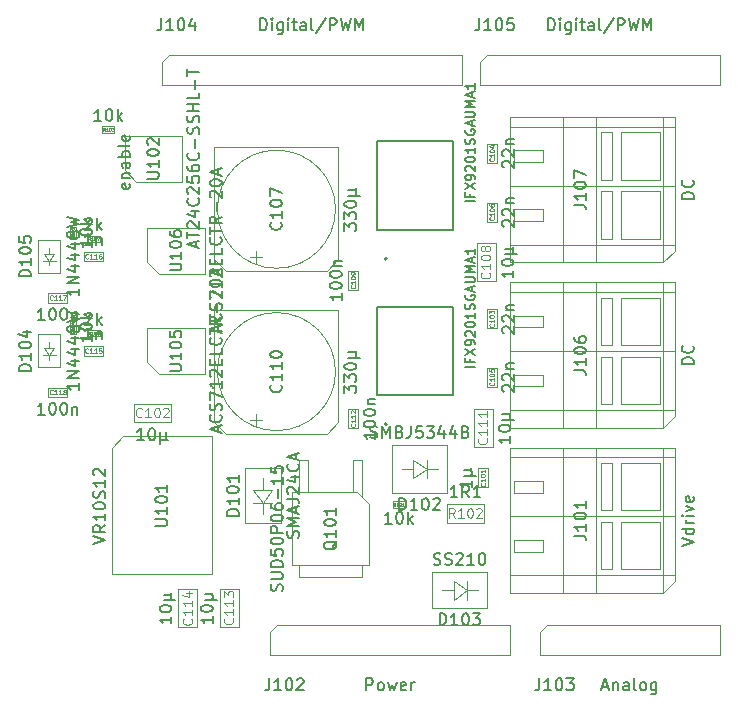
<source format=gbr>
%TF.GenerationSoftware,KiCad,Pcbnew,8.0.8+1*%
%TF.CreationDate,2025-03-25T20:18:50+00:00*%
%TF.ProjectId,dc_shield,64635f73-6869-4656-9c64-2e6b69636164,rev?*%
%TF.SameCoordinates,Original*%
%TF.FileFunction,AssemblyDrawing,Top*%
%FSLAX46Y46*%
G04 Gerber Fmt 4.6, Leading zero omitted, Abs format (unit mm)*
G04 Created by KiCad (PCBNEW 8.0.8+1) date 2025-03-25 20:18:50*
%MOMM*%
%LPD*%
G01*
G04 APERTURE LIST*
%ADD10C,0.150000*%
%ADD11C,0.040000*%
%ADD12C,0.120000*%
%ADD13C,0.060000*%
%ADD14C,0.100000*%
%ADD15C,0.127000*%
%ADD16C,0.200000*%
G04 APERTURE END LIST*
D10*
X134853809Y-101724819D02*
X134853809Y-100724819D01*
X134853809Y-100724819D02*
X135234761Y-100724819D01*
X135234761Y-100724819D02*
X135329999Y-100772438D01*
X135329999Y-100772438D02*
X135377618Y-100820057D01*
X135377618Y-100820057D02*
X135425237Y-100915295D01*
X135425237Y-100915295D02*
X135425237Y-101058152D01*
X135425237Y-101058152D02*
X135377618Y-101153390D01*
X135377618Y-101153390D02*
X135329999Y-101201009D01*
X135329999Y-101201009D02*
X135234761Y-101248628D01*
X135234761Y-101248628D02*
X134853809Y-101248628D01*
X135996666Y-101724819D02*
X135901428Y-101677200D01*
X135901428Y-101677200D02*
X135853809Y-101629580D01*
X135853809Y-101629580D02*
X135806190Y-101534342D01*
X135806190Y-101534342D02*
X135806190Y-101248628D01*
X135806190Y-101248628D02*
X135853809Y-101153390D01*
X135853809Y-101153390D02*
X135901428Y-101105771D01*
X135901428Y-101105771D02*
X135996666Y-101058152D01*
X135996666Y-101058152D02*
X136139523Y-101058152D01*
X136139523Y-101058152D02*
X136234761Y-101105771D01*
X136234761Y-101105771D02*
X136282380Y-101153390D01*
X136282380Y-101153390D02*
X136329999Y-101248628D01*
X136329999Y-101248628D02*
X136329999Y-101534342D01*
X136329999Y-101534342D02*
X136282380Y-101629580D01*
X136282380Y-101629580D02*
X136234761Y-101677200D01*
X136234761Y-101677200D02*
X136139523Y-101724819D01*
X136139523Y-101724819D02*
X135996666Y-101724819D01*
X136663333Y-101058152D02*
X136853809Y-101724819D01*
X136853809Y-101724819D02*
X137044285Y-101248628D01*
X137044285Y-101248628D02*
X137234761Y-101724819D01*
X137234761Y-101724819D02*
X137425237Y-101058152D01*
X138187142Y-101677200D02*
X138091904Y-101724819D01*
X138091904Y-101724819D02*
X137901428Y-101724819D01*
X137901428Y-101724819D02*
X137806190Y-101677200D01*
X137806190Y-101677200D02*
X137758571Y-101581961D01*
X137758571Y-101581961D02*
X137758571Y-101201009D01*
X137758571Y-101201009D02*
X137806190Y-101105771D01*
X137806190Y-101105771D02*
X137901428Y-101058152D01*
X137901428Y-101058152D02*
X138091904Y-101058152D01*
X138091904Y-101058152D02*
X138187142Y-101105771D01*
X138187142Y-101105771D02*
X138234761Y-101201009D01*
X138234761Y-101201009D02*
X138234761Y-101296247D01*
X138234761Y-101296247D02*
X137758571Y-101391485D01*
X138663333Y-101724819D02*
X138663333Y-101058152D01*
X138663333Y-101248628D02*
X138710952Y-101153390D01*
X138710952Y-101153390D02*
X138758571Y-101105771D01*
X138758571Y-101105771D02*
X138853809Y-101058152D01*
X138853809Y-101058152D02*
X138949047Y-101058152D01*
X126654285Y-100724819D02*
X126654285Y-101439104D01*
X126654285Y-101439104D02*
X126606666Y-101581961D01*
X126606666Y-101581961D02*
X126511428Y-101677200D01*
X126511428Y-101677200D02*
X126368571Y-101724819D01*
X126368571Y-101724819D02*
X126273333Y-101724819D01*
X127654285Y-101724819D02*
X127082857Y-101724819D01*
X127368571Y-101724819D02*
X127368571Y-100724819D01*
X127368571Y-100724819D02*
X127273333Y-100867676D01*
X127273333Y-100867676D02*
X127178095Y-100962914D01*
X127178095Y-100962914D02*
X127082857Y-101010533D01*
X128273333Y-100724819D02*
X128368571Y-100724819D01*
X128368571Y-100724819D02*
X128463809Y-100772438D01*
X128463809Y-100772438D02*
X128511428Y-100820057D01*
X128511428Y-100820057D02*
X128559047Y-100915295D01*
X128559047Y-100915295D02*
X128606666Y-101105771D01*
X128606666Y-101105771D02*
X128606666Y-101343866D01*
X128606666Y-101343866D02*
X128559047Y-101534342D01*
X128559047Y-101534342D02*
X128511428Y-101629580D01*
X128511428Y-101629580D02*
X128463809Y-101677200D01*
X128463809Y-101677200D02*
X128368571Y-101724819D01*
X128368571Y-101724819D02*
X128273333Y-101724819D01*
X128273333Y-101724819D02*
X128178095Y-101677200D01*
X128178095Y-101677200D02*
X128130476Y-101629580D01*
X128130476Y-101629580D02*
X128082857Y-101534342D01*
X128082857Y-101534342D02*
X128035238Y-101343866D01*
X128035238Y-101343866D02*
X128035238Y-101105771D01*
X128035238Y-101105771D02*
X128082857Y-100915295D01*
X128082857Y-100915295D02*
X128130476Y-100820057D01*
X128130476Y-100820057D02*
X128178095Y-100772438D01*
X128178095Y-100772438D02*
X128273333Y-100724819D01*
X128987619Y-100820057D02*
X129035238Y-100772438D01*
X129035238Y-100772438D02*
X129130476Y-100724819D01*
X129130476Y-100724819D02*
X129368571Y-100724819D01*
X129368571Y-100724819D02*
X129463809Y-100772438D01*
X129463809Y-100772438D02*
X129511428Y-100820057D01*
X129511428Y-100820057D02*
X129559047Y-100915295D01*
X129559047Y-100915295D02*
X129559047Y-101010533D01*
X129559047Y-101010533D02*
X129511428Y-101153390D01*
X129511428Y-101153390D02*
X128940000Y-101724819D01*
X128940000Y-101724819D02*
X129559047Y-101724819D01*
X154840476Y-101439104D02*
X155316666Y-101439104D01*
X154745238Y-101724819D02*
X155078571Y-100724819D01*
X155078571Y-100724819D02*
X155411904Y-101724819D01*
X155745238Y-101058152D02*
X155745238Y-101724819D01*
X155745238Y-101153390D02*
X155792857Y-101105771D01*
X155792857Y-101105771D02*
X155888095Y-101058152D01*
X155888095Y-101058152D02*
X156030952Y-101058152D01*
X156030952Y-101058152D02*
X156126190Y-101105771D01*
X156126190Y-101105771D02*
X156173809Y-101201009D01*
X156173809Y-101201009D02*
X156173809Y-101724819D01*
X157078571Y-101724819D02*
X157078571Y-101201009D01*
X157078571Y-101201009D02*
X157030952Y-101105771D01*
X157030952Y-101105771D02*
X156935714Y-101058152D01*
X156935714Y-101058152D02*
X156745238Y-101058152D01*
X156745238Y-101058152D02*
X156650000Y-101105771D01*
X157078571Y-101677200D02*
X156983333Y-101724819D01*
X156983333Y-101724819D02*
X156745238Y-101724819D01*
X156745238Y-101724819D02*
X156650000Y-101677200D01*
X156650000Y-101677200D02*
X156602381Y-101581961D01*
X156602381Y-101581961D02*
X156602381Y-101486723D01*
X156602381Y-101486723D02*
X156650000Y-101391485D01*
X156650000Y-101391485D02*
X156745238Y-101343866D01*
X156745238Y-101343866D02*
X156983333Y-101343866D01*
X156983333Y-101343866D02*
X157078571Y-101296247D01*
X157697619Y-101724819D02*
X157602381Y-101677200D01*
X157602381Y-101677200D02*
X157554762Y-101581961D01*
X157554762Y-101581961D02*
X157554762Y-100724819D01*
X158221429Y-101724819D02*
X158126191Y-101677200D01*
X158126191Y-101677200D02*
X158078572Y-101629580D01*
X158078572Y-101629580D02*
X158030953Y-101534342D01*
X158030953Y-101534342D02*
X158030953Y-101248628D01*
X158030953Y-101248628D02*
X158078572Y-101153390D01*
X158078572Y-101153390D02*
X158126191Y-101105771D01*
X158126191Y-101105771D02*
X158221429Y-101058152D01*
X158221429Y-101058152D02*
X158364286Y-101058152D01*
X158364286Y-101058152D02*
X158459524Y-101105771D01*
X158459524Y-101105771D02*
X158507143Y-101153390D01*
X158507143Y-101153390D02*
X158554762Y-101248628D01*
X158554762Y-101248628D02*
X158554762Y-101534342D01*
X158554762Y-101534342D02*
X158507143Y-101629580D01*
X158507143Y-101629580D02*
X158459524Y-101677200D01*
X158459524Y-101677200D02*
X158364286Y-101724819D01*
X158364286Y-101724819D02*
X158221429Y-101724819D01*
X159411905Y-101058152D02*
X159411905Y-101867676D01*
X159411905Y-101867676D02*
X159364286Y-101962914D01*
X159364286Y-101962914D02*
X159316667Y-102010533D01*
X159316667Y-102010533D02*
X159221429Y-102058152D01*
X159221429Y-102058152D02*
X159078572Y-102058152D01*
X159078572Y-102058152D02*
X158983334Y-102010533D01*
X159411905Y-101677200D02*
X159316667Y-101724819D01*
X159316667Y-101724819D02*
X159126191Y-101724819D01*
X159126191Y-101724819D02*
X159030953Y-101677200D01*
X159030953Y-101677200D02*
X158983334Y-101629580D01*
X158983334Y-101629580D02*
X158935715Y-101534342D01*
X158935715Y-101534342D02*
X158935715Y-101248628D01*
X158935715Y-101248628D02*
X158983334Y-101153390D01*
X158983334Y-101153390D02*
X159030953Y-101105771D01*
X159030953Y-101105771D02*
X159126191Y-101058152D01*
X159126191Y-101058152D02*
X159316667Y-101058152D01*
X159316667Y-101058152D02*
X159411905Y-101105771D01*
X149514285Y-100724819D02*
X149514285Y-101439104D01*
X149514285Y-101439104D02*
X149466666Y-101581961D01*
X149466666Y-101581961D02*
X149371428Y-101677200D01*
X149371428Y-101677200D02*
X149228571Y-101724819D01*
X149228571Y-101724819D02*
X149133333Y-101724819D01*
X150514285Y-101724819D02*
X149942857Y-101724819D01*
X150228571Y-101724819D02*
X150228571Y-100724819D01*
X150228571Y-100724819D02*
X150133333Y-100867676D01*
X150133333Y-100867676D02*
X150038095Y-100962914D01*
X150038095Y-100962914D02*
X149942857Y-101010533D01*
X151133333Y-100724819D02*
X151228571Y-100724819D01*
X151228571Y-100724819D02*
X151323809Y-100772438D01*
X151323809Y-100772438D02*
X151371428Y-100820057D01*
X151371428Y-100820057D02*
X151419047Y-100915295D01*
X151419047Y-100915295D02*
X151466666Y-101105771D01*
X151466666Y-101105771D02*
X151466666Y-101343866D01*
X151466666Y-101343866D02*
X151419047Y-101534342D01*
X151419047Y-101534342D02*
X151371428Y-101629580D01*
X151371428Y-101629580D02*
X151323809Y-101677200D01*
X151323809Y-101677200D02*
X151228571Y-101724819D01*
X151228571Y-101724819D02*
X151133333Y-101724819D01*
X151133333Y-101724819D02*
X151038095Y-101677200D01*
X151038095Y-101677200D02*
X150990476Y-101629580D01*
X150990476Y-101629580D02*
X150942857Y-101534342D01*
X150942857Y-101534342D02*
X150895238Y-101343866D01*
X150895238Y-101343866D02*
X150895238Y-101105771D01*
X150895238Y-101105771D02*
X150942857Y-100915295D01*
X150942857Y-100915295D02*
X150990476Y-100820057D01*
X150990476Y-100820057D02*
X151038095Y-100772438D01*
X151038095Y-100772438D02*
X151133333Y-100724819D01*
X151800000Y-100724819D02*
X152419047Y-100724819D01*
X152419047Y-100724819D02*
X152085714Y-101105771D01*
X152085714Y-101105771D02*
X152228571Y-101105771D01*
X152228571Y-101105771D02*
X152323809Y-101153390D01*
X152323809Y-101153390D02*
X152371428Y-101201009D01*
X152371428Y-101201009D02*
X152419047Y-101296247D01*
X152419047Y-101296247D02*
X152419047Y-101534342D01*
X152419047Y-101534342D02*
X152371428Y-101629580D01*
X152371428Y-101629580D02*
X152323809Y-101677200D01*
X152323809Y-101677200D02*
X152228571Y-101724819D01*
X152228571Y-101724819D02*
X151942857Y-101724819D01*
X151942857Y-101724819D02*
X151847619Y-101677200D01*
X151847619Y-101677200D02*
X151800000Y-101629580D01*
X125868857Y-45844819D02*
X125868857Y-44844819D01*
X125868857Y-44844819D02*
X126106952Y-44844819D01*
X126106952Y-44844819D02*
X126249809Y-44892438D01*
X126249809Y-44892438D02*
X126345047Y-44987676D01*
X126345047Y-44987676D02*
X126392666Y-45082914D01*
X126392666Y-45082914D02*
X126440285Y-45273390D01*
X126440285Y-45273390D02*
X126440285Y-45416247D01*
X126440285Y-45416247D02*
X126392666Y-45606723D01*
X126392666Y-45606723D02*
X126345047Y-45701961D01*
X126345047Y-45701961D02*
X126249809Y-45797200D01*
X126249809Y-45797200D02*
X126106952Y-45844819D01*
X126106952Y-45844819D02*
X125868857Y-45844819D01*
X126868857Y-45844819D02*
X126868857Y-45178152D01*
X126868857Y-44844819D02*
X126821238Y-44892438D01*
X126821238Y-44892438D02*
X126868857Y-44940057D01*
X126868857Y-44940057D02*
X126916476Y-44892438D01*
X126916476Y-44892438D02*
X126868857Y-44844819D01*
X126868857Y-44844819D02*
X126868857Y-44940057D01*
X127773618Y-45178152D02*
X127773618Y-45987676D01*
X127773618Y-45987676D02*
X127725999Y-46082914D01*
X127725999Y-46082914D02*
X127678380Y-46130533D01*
X127678380Y-46130533D02*
X127583142Y-46178152D01*
X127583142Y-46178152D02*
X127440285Y-46178152D01*
X127440285Y-46178152D02*
X127345047Y-46130533D01*
X127773618Y-45797200D02*
X127678380Y-45844819D01*
X127678380Y-45844819D02*
X127487904Y-45844819D01*
X127487904Y-45844819D02*
X127392666Y-45797200D01*
X127392666Y-45797200D02*
X127345047Y-45749580D01*
X127345047Y-45749580D02*
X127297428Y-45654342D01*
X127297428Y-45654342D02*
X127297428Y-45368628D01*
X127297428Y-45368628D02*
X127345047Y-45273390D01*
X127345047Y-45273390D02*
X127392666Y-45225771D01*
X127392666Y-45225771D02*
X127487904Y-45178152D01*
X127487904Y-45178152D02*
X127678380Y-45178152D01*
X127678380Y-45178152D02*
X127773618Y-45225771D01*
X128249809Y-45844819D02*
X128249809Y-45178152D01*
X128249809Y-44844819D02*
X128202190Y-44892438D01*
X128202190Y-44892438D02*
X128249809Y-44940057D01*
X128249809Y-44940057D02*
X128297428Y-44892438D01*
X128297428Y-44892438D02*
X128249809Y-44844819D01*
X128249809Y-44844819D02*
X128249809Y-44940057D01*
X128583142Y-45178152D02*
X128964094Y-45178152D01*
X128725999Y-44844819D02*
X128725999Y-45701961D01*
X128725999Y-45701961D02*
X128773618Y-45797200D01*
X128773618Y-45797200D02*
X128868856Y-45844819D01*
X128868856Y-45844819D02*
X128964094Y-45844819D01*
X129725999Y-45844819D02*
X129725999Y-45321009D01*
X129725999Y-45321009D02*
X129678380Y-45225771D01*
X129678380Y-45225771D02*
X129583142Y-45178152D01*
X129583142Y-45178152D02*
X129392666Y-45178152D01*
X129392666Y-45178152D02*
X129297428Y-45225771D01*
X129725999Y-45797200D02*
X129630761Y-45844819D01*
X129630761Y-45844819D02*
X129392666Y-45844819D01*
X129392666Y-45844819D02*
X129297428Y-45797200D01*
X129297428Y-45797200D02*
X129249809Y-45701961D01*
X129249809Y-45701961D02*
X129249809Y-45606723D01*
X129249809Y-45606723D02*
X129297428Y-45511485D01*
X129297428Y-45511485D02*
X129392666Y-45463866D01*
X129392666Y-45463866D02*
X129630761Y-45463866D01*
X129630761Y-45463866D02*
X129725999Y-45416247D01*
X130345047Y-45844819D02*
X130249809Y-45797200D01*
X130249809Y-45797200D02*
X130202190Y-45701961D01*
X130202190Y-45701961D02*
X130202190Y-44844819D01*
X131440285Y-44797200D02*
X130583143Y-46082914D01*
X131773619Y-45844819D02*
X131773619Y-44844819D01*
X131773619Y-44844819D02*
X132154571Y-44844819D01*
X132154571Y-44844819D02*
X132249809Y-44892438D01*
X132249809Y-44892438D02*
X132297428Y-44940057D01*
X132297428Y-44940057D02*
X132345047Y-45035295D01*
X132345047Y-45035295D02*
X132345047Y-45178152D01*
X132345047Y-45178152D02*
X132297428Y-45273390D01*
X132297428Y-45273390D02*
X132249809Y-45321009D01*
X132249809Y-45321009D02*
X132154571Y-45368628D01*
X132154571Y-45368628D02*
X131773619Y-45368628D01*
X132678381Y-44844819D02*
X132916476Y-45844819D01*
X132916476Y-45844819D02*
X133106952Y-45130533D01*
X133106952Y-45130533D02*
X133297428Y-45844819D01*
X133297428Y-45844819D02*
X133535524Y-44844819D01*
X133916476Y-45844819D02*
X133916476Y-44844819D01*
X133916476Y-44844819D02*
X134249809Y-45559104D01*
X134249809Y-45559104D02*
X134583142Y-44844819D01*
X134583142Y-44844819D02*
X134583142Y-45844819D01*
X117510285Y-44844819D02*
X117510285Y-45559104D01*
X117510285Y-45559104D02*
X117462666Y-45701961D01*
X117462666Y-45701961D02*
X117367428Y-45797200D01*
X117367428Y-45797200D02*
X117224571Y-45844819D01*
X117224571Y-45844819D02*
X117129333Y-45844819D01*
X118510285Y-45844819D02*
X117938857Y-45844819D01*
X118224571Y-45844819D02*
X118224571Y-44844819D01*
X118224571Y-44844819D02*
X118129333Y-44987676D01*
X118129333Y-44987676D02*
X118034095Y-45082914D01*
X118034095Y-45082914D02*
X117938857Y-45130533D01*
X119129333Y-44844819D02*
X119224571Y-44844819D01*
X119224571Y-44844819D02*
X119319809Y-44892438D01*
X119319809Y-44892438D02*
X119367428Y-44940057D01*
X119367428Y-44940057D02*
X119415047Y-45035295D01*
X119415047Y-45035295D02*
X119462666Y-45225771D01*
X119462666Y-45225771D02*
X119462666Y-45463866D01*
X119462666Y-45463866D02*
X119415047Y-45654342D01*
X119415047Y-45654342D02*
X119367428Y-45749580D01*
X119367428Y-45749580D02*
X119319809Y-45797200D01*
X119319809Y-45797200D02*
X119224571Y-45844819D01*
X119224571Y-45844819D02*
X119129333Y-45844819D01*
X119129333Y-45844819D02*
X119034095Y-45797200D01*
X119034095Y-45797200D02*
X118986476Y-45749580D01*
X118986476Y-45749580D02*
X118938857Y-45654342D01*
X118938857Y-45654342D02*
X118891238Y-45463866D01*
X118891238Y-45463866D02*
X118891238Y-45225771D01*
X118891238Y-45225771D02*
X118938857Y-45035295D01*
X118938857Y-45035295D02*
X118986476Y-44940057D01*
X118986476Y-44940057D02*
X119034095Y-44892438D01*
X119034095Y-44892438D02*
X119129333Y-44844819D01*
X120319809Y-45178152D02*
X120319809Y-45844819D01*
X120081714Y-44797200D02*
X119843619Y-45511485D01*
X119843619Y-45511485D02*
X120462666Y-45511485D01*
X150252857Y-45844819D02*
X150252857Y-44844819D01*
X150252857Y-44844819D02*
X150490952Y-44844819D01*
X150490952Y-44844819D02*
X150633809Y-44892438D01*
X150633809Y-44892438D02*
X150729047Y-44987676D01*
X150729047Y-44987676D02*
X150776666Y-45082914D01*
X150776666Y-45082914D02*
X150824285Y-45273390D01*
X150824285Y-45273390D02*
X150824285Y-45416247D01*
X150824285Y-45416247D02*
X150776666Y-45606723D01*
X150776666Y-45606723D02*
X150729047Y-45701961D01*
X150729047Y-45701961D02*
X150633809Y-45797200D01*
X150633809Y-45797200D02*
X150490952Y-45844819D01*
X150490952Y-45844819D02*
X150252857Y-45844819D01*
X151252857Y-45844819D02*
X151252857Y-45178152D01*
X151252857Y-44844819D02*
X151205238Y-44892438D01*
X151205238Y-44892438D02*
X151252857Y-44940057D01*
X151252857Y-44940057D02*
X151300476Y-44892438D01*
X151300476Y-44892438D02*
X151252857Y-44844819D01*
X151252857Y-44844819D02*
X151252857Y-44940057D01*
X152157618Y-45178152D02*
X152157618Y-45987676D01*
X152157618Y-45987676D02*
X152109999Y-46082914D01*
X152109999Y-46082914D02*
X152062380Y-46130533D01*
X152062380Y-46130533D02*
X151967142Y-46178152D01*
X151967142Y-46178152D02*
X151824285Y-46178152D01*
X151824285Y-46178152D02*
X151729047Y-46130533D01*
X152157618Y-45797200D02*
X152062380Y-45844819D01*
X152062380Y-45844819D02*
X151871904Y-45844819D01*
X151871904Y-45844819D02*
X151776666Y-45797200D01*
X151776666Y-45797200D02*
X151729047Y-45749580D01*
X151729047Y-45749580D02*
X151681428Y-45654342D01*
X151681428Y-45654342D02*
X151681428Y-45368628D01*
X151681428Y-45368628D02*
X151729047Y-45273390D01*
X151729047Y-45273390D02*
X151776666Y-45225771D01*
X151776666Y-45225771D02*
X151871904Y-45178152D01*
X151871904Y-45178152D02*
X152062380Y-45178152D01*
X152062380Y-45178152D02*
X152157618Y-45225771D01*
X152633809Y-45844819D02*
X152633809Y-45178152D01*
X152633809Y-44844819D02*
X152586190Y-44892438D01*
X152586190Y-44892438D02*
X152633809Y-44940057D01*
X152633809Y-44940057D02*
X152681428Y-44892438D01*
X152681428Y-44892438D02*
X152633809Y-44844819D01*
X152633809Y-44844819D02*
X152633809Y-44940057D01*
X152967142Y-45178152D02*
X153348094Y-45178152D01*
X153109999Y-44844819D02*
X153109999Y-45701961D01*
X153109999Y-45701961D02*
X153157618Y-45797200D01*
X153157618Y-45797200D02*
X153252856Y-45844819D01*
X153252856Y-45844819D02*
X153348094Y-45844819D01*
X154109999Y-45844819D02*
X154109999Y-45321009D01*
X154109999Y-45321009D02*
X154062380Y-45225771D01*
X154062380Y-45225771D02*
X153967142Y-45178152D01*
X153967142Y-45178152D02*
X153776666Y-45178152D01*
X153776666Y-45178152D02*
X153681428Y-45225771D01*
X154109999Y-45797200D02*
X154014761Y-45844819D01*
X154014761Y-45844819D02*
X153776666Y-45844819D01*
X153776666Y-45844819D02*
X153681428Y-45797200D01*
X153681428Y-45797200D02*
X153633809Y-45701961D01*
X153633809Y-45701961D02*
X153633809Y-45606723D01*
X153633809Y-45606723D02*
X153681428Y-45511485D01*
X153681428Y-45511485D02*
X153776666Y-45463866D01*
X153776666Y-45463866D02*
X154014761Y-45463866D01*
X154014761Y-45463866D02*
X154109999Y-45416247D01*
X154729047Y-45844819D02*
X154633809Y-45797200D01*
X154633809Y-45797200D02*
X154586190Y-45701961D01*
X154586190Y-45701961D02*
X154586190Y-44844819D01*
X155824285Y-44797200D02*
X154967143Y-46082914D01*
X156157619Y-45844819D02*
X156157619Y-44844819D01*
X156157619Y-44844819D02*
X156538571Y-44844819D01*
X156538571Y-44844819D02*
X156633809Y-44892438D01*
X156633809Y-44892438D02*
X156681428Y-44940057D01*
X156681428Y-44940057D02*
X156729047Y-45035295D01*
X156729047Y-45035295D02*
X156729047Y-45178152D01*
X156729047Y-45178152D02*
X156681428Y-45273390D01*
X156681428Y-45273390D02*
X156633809Y-45321009D01*
X156633809Y-45321009D02*
X156538571Y-45368628D01*
X156538571Y-45368628D02*
X156157619Y-45368628D01*
X157062381Y-44844819D02*
X157300476Y-45844819D01*
X157300476Y-45844819D02*
X157490952Y-45130533D01*
X157490952Y-45130533D02*
X157681428Y-45844819D01*
X157681428Y-45844819D02*
X157919524Y-44844819D01*
X158300476Y-45844819D02*
X158300476Y-44844819D01*
X158300476Y-44844819D02*
X158633809Y-45559104D01*
X158633809Y-45559104D02*
X158967142Y-44844819D01*
X158967142Y-44844819D02*
X158967142Y-45844819D01*
X144434285Y-44844819D02*
X144434285Y-45559104D01*
X144434285Y-45559104D02*
X144386666Y-45701961D01*
X144386666Y-45701961D02*
X144291428Y-45797200D01*
X144291428Y-45797200D02*
X144148571Y-45844819D01*
X144148571Y-45844819D02*
X144053333Y-45844819D01*
X145434285Y-45844819D02*
X144862857Y-45844819D01*
X145148571Y-45844819D02*
X145148571Y-44844819D01*
X145148571Y-44844819D02*
X145053333Y-44987676D01*
X145053333Y-44987676D02*
X144958095Y-45082914D01*
X144958095Y-45082914D02*
X144862857Y-45130533D01*
X146053333Y-44844819D02*
X146148571Y-44844819D01*
X146148571Y-44844819D02*
X146243809Y-44892438D01*
X146243809Y-44892438D02*
X146291428Y-44940057D01*
X146291428Y-44940057D02*
X146339047Y-45035295D01*
X146339047Y-45035295D02*
X146386666Y-45225771D01*
X146386666Y-45225771D02*
X146386666Y-45463866D01*
X146386666Y-45463866D02*
X146339047Y-45654342D01*
X146339047Y-45654342D02*
X146291428Y-45749580D01*
X146291428Y-45749580D02*
X146243809Y-45797200D01*
X146243809Y-45797200D02*
X146148571Y-45844819D01*
X146148571Y-45844819D02*
X146053333Y-45844819D01*
X146053333Y-45844819D02*
X145958095Y-45797200D01*
X145958095Y-45797200D02*
X145910476Y-45749580D01*
X145910476Y-45749580D02*
X145862857Y-45654342D01*
X145862857Y-45654342D02*
X145815238Y-45463866D01*
X145815238Y-45463866D02*
X145815238Y-45225771D01*
X145815238Y-45225771D02*
X145862857Y-45035295D01*
X145862857Y-45035295D02*
X145910476Y-44940057D01*
X145910476Y-44940057D02*
X145958095Y-44892438D01*
X145958095Y-44892438D02*
X146053333Y-44844819D01*
X147291428Y-44844819D02*
X146815238Y-44844819D01*
X146815238Y-44844819D02*
X146767619Y-45321009D01*
X146767619Y-45321009D02*
X146815238Y-45273390D01*
X146815238Y-45273390D02*
X146910476Y-45225771D01*
X146910476Y-45225771D02*
X147148571Y-45225771D01*
X147148571Y-45225771D02*
X147243809Y-45273390D01*
X147243809Y-45273390D02*
X147291428Y-45321009D01*
X147291428Y-45321009D02*
X147339047Y-45416247D01*
X147339047Y-45416247D02*
X147339047Y-45654342D01*
X147339047Y-45654342D02*
X147291428Y-45749580D01*
X147291428Y-45749580D02*
X147243809Y-45797200D01*
X147243809Y-45797200D02*
X147148571Y-45844819D01*
X147148571Y-45844819D02*
X146910476Y-45844819D01*
X146910476Y-45844819D02*
X146815238Y-45797200D01*
X146815238Y-45797200D02*
X146767619Y-45749580D01*
X120414104Y-64224999D02*
X120414104Y-63748809D01*
X120699819Y-64320237D02*
X119699819Y-63986904D01*
X119699819Y-63986904D02*
X120699819Y-63653571D01*
X119699819Y-63463094D02*
X119699819Y-62891666D01*
X120699819Y-63177380D02*
X119699819Y-63177380D01*
X119795057Y-62605951D02*
X119747438Y-62558332D01*
X119747438Y-62558332D02*
X119699819Y-62463094D01*
X119699819Y-62463094D02*
X119699819Y-62224999D01*
X119699819Y-62224999D02*
X119747438Y-62129761D01*
X119747438Y-62129761D02*
X119795057Y-62082142D01*
X119795057Y-62082142D02*
X119890295Y-62034523D01*
X119890295Y-62034523D02*
X119985533Y-62034523D01*
X119985533Y-62034523D02*
X120128390Y-62082142D01*
X120128390Y-62082142D02*
X120699819Y-62653570D01*
X120699819Y-62653570D02*
X120699819Y-62034523D01*
X120033152Y-61177380D02*
X120699819Y-61177380D01*
X119652200Y-61415475D02*
X120366485Y-61653570D01*
X120366485Y-61653570D02*
X120366485Y-61034523D01*
X120604580Y-60082142D02*
X120652200Y-60129761D01*
X120652200Y-60129761D02*
X120699819Y-60272618D01*
X120699819Y-60272618D02*
X120699819Y-60367856D01*
X120699819Y-60367856D02*
X120652200Y-60510713D01*
X120652200Y-60510713D02*
X120556961Y-60605951D01*
X120556961Y-60605951D02*
X120461723Y-60653570D01*
X120461723Y-60653570D02*
X120271247Y-60701189D01*
X120271247Y-60701189D02*
X120128390Y-60701189D01*
X120128390Y-60701189D02*
X119937914Y-60653570D01*
X119937914Y-60653570D02*
X119842676Y-60605951D01*
X119842676Y-60605951D02*
X119747438Y-60510713D01*
X119747438Y-60510713D02*
X119699819Y-60367856D01*
X119699819Y-60367856D02*
X119699819Y-60272618D01*
X119699819Y-60272618D02*
X119747438Y-60129761D01*
X119747438Y-60129761D02*
X119795057Y-60082142D01*
X119795057Y-59701189D02*
X119747438Y-59653570D01*
X119747438Y-59653570D02*
X119699819Y-59558332D01*
X119699819Y-59558332D02*
X119699819Y-59320237D01*
X119699819Y-59320237D02*
X119747438Y-59224999D01*
X119747438Y-59224999D02*
X119795057Y-59177380D01*
X119795057Y-59177380D02*
X119890295Y-59129761D01*
X119890295Y-59129761D02*
X119985533Y-59129761D01*
X119985533Y-59129761D02*
X120128390Y-59177380D01*
X120128390Y-59177380D02*
X120699819Y-59748808D01*
X120699819Y-59748808D02*
X120699819Y-59129761D01*
X119699819Y-58224999D02*
X119699819Y-58701189D01*
X119699819Y-58701189D02*
X120176009Y-58748808D01*
X120176009Y-58748808D02*
X120128390Y-58701189D01*
X120128390Y-58701189D02*
X120080771Y-58605951D01*
X120080771Y-58605951D02*
X120080771Y-58367856D01*
X120080771Y-58367856D02*
X120128390Y-58272618D01*
X120128390Y-58272618D02*
X120176009Y-58224999D01*
X120176009Y-58224999D02*
X120271247Y-58177380D01*
X120271247Y-58177380D02*
X120509342Y-58177380D01*
X120509342Y-58177380D02*
X120604580Y-58224999D01*
X120604580Y-58224999D02*
X120652200Y-58272618D01*
X120652200Y-58272618D02*
X120699819Y-58367856D01*
X120699819Y-58367856D02*
X120699819Y-58605951D01*
X120699819Y-58605951D02*
X120652200Y-58701189D01*
X120652200Y-58701189D02*
X120604580Y-58748808D01*
X119699819Y-57320237D02*
X119699819Y-57510713D01*
X119699819Y-57510713D02*
X119747438Y-57605951D01*
X119747438Y-57605951D02*
X119795057Y-57653570D01*
X119795057Y-57653570D02*
X119937914Y-57748808D01*
X119937914Y-57748808D02*
X120128390Y-57796427D01*
X120128390Y-57796427D02*
X120509342Y-57796427D01*
X120509342Y-57796427D02*
X120604580Y-57748808D01*
X120604580Y-57748808D02*
X120652200Y-57701189D01*
X120652200Y-57701189D02*
X120699819Y-57605951D01*
X120699819Y-57605951D02*
X120699819Y-57415475D01*
X120699819Y-57415475D02*
X120652200Y-57320237D01*
X120652200Y-57320237D02*
X120604580Y-57272618D01*
X120604580Y-57272618D02*
X120509342Y-57224999D01*
X120509342Y-57224999D02*
X120271247Y-57224999D01*
X120271247Y-57224999D02*
X120176009Y-57272618D01*
X120176009Y-57272618D02*
X120128390Y-57320237D01*
X120128390Y-57320237D02*
X120080771Y-57415475D01*
X120080771Y-57415475D02*
X120080771Y-57605951D01*
X120080771Y-57605951D02*
X120128390Y-57701189D01*
X120128390Y-57701189D02*
X120176009Y-57748808D01*
X120176009Y-57748808D02*
X120271247Y-57796427D01*
X120604580Y-56224999D02*
X120652200Y-56272618D01*
X120652200Y-56272618D02*
X120699819Y-56415475D01*
X120699819Y-56415475D02*
X120699819Y-56510713D01*
X120699819Y-56510713D02*
X120652200Y-56653570D01*
X120652200Y-56653570D02*
X120556961Y-56748808D01*
X120556961Y-56748808D02*
X120461723Y-56796427D01*
X120461723Y-56796427D02*
X120271247Y-56844046D01*
X120271247Y-56844046D02*
X120128390Y-56844046D01*
X120128390Y-56844046D02*
X119937914Y-56796427D01*
X119937914Y-56796427D02*
X119842676Y-56748808D01*
X119842676Y-56748808D02*
X119747438Y-56653570D01*
X119747438Y-56653570D02*
X119699819Y-56510713D01*
X119699819Y-56510713D02*
X119699819Y-56415475D01*
X119699819Y-56415475D02*
X119747438Y-56272618D01*
X119747438Y-56272618D02*
X119795057Y-56224999D01*
X120318866Y-55796427D02*
X120318866Y-55034523D01*
X120652200Y-54605951D02*
X120699819Y-54463094D01*
X120699819Y-54463094D02*
X120699819Y-54224999D01*
X120699819Y-54224999D02*
X120652200Y-54129761D01*
X120652200Y-54129761D02*
X120604580Y-54082142D01*
X120604580Y-54082142D02*
X120509342Y-54034523D01*
X120509342Y-54034523D02*
X120414104Y-54034523D01*
X120414104Y-54034523D02*
X120318866Y-54082142D01*
X120318866Y-54082142D02*
X120271247Y-54129761D01*
X120271247Y-54129761D02*
X120223628Y-54224999D01*
X120223628Y-54224999D02*
X120176009Y-54415475D01*
X120176009Y-54415475D02*
X120128390Y-54510713D01*
X120128390Y-54510713D02*
X120080771Y-54558332D01*
X120080771Y-54558332D02*
X119985533Y-54605951D01*
X119985533Y-54605951D02*
X119890295Y-54605951D01*
X119890295Y-54605951D02*
X119795057Y-54558332D01*
X119795057Y-54558332D02*
X119747438Y-54510713D01*
X119747438Y-54510713D02*
X119699819Y-54415475D01*
X119699819Y-54415475D02*
X119699819Y-54177380D01*
X119699819Y-54177380D02*
X119747438Y-54034523D01*
X120652200Y-53653570D02*
X120699819Y-53510713D01*
X120699819Y-53510713D02*
X120699819Y-53272618D01*
X120699819Y-53272618D02*
X120652200Y-53177380D01*
X120652200Y-53177380D02*
X120604580Y-53129761D01*
X120604580Y-53129761D02*
X120509342Y-53082142D01*
X120509342Y-53082142D02*
X120414104Y-53082142D01*
X120414104Y-53082142D02*
X120318866Y-53129761D01*
X120318866Y-53129761D02*
X120271247Y-53177380D01*
X120271247Y-53177380D02*
X120223628Y-53272618D01*
X120223628Y-53272618D02*
X120176009Y-53463094D01*
X120176009Y-53463094D02*
X120128390Y-53558332D01*
X120128390Y-53558332D02*
X120080771Y-53605951D01*
X120080771Y-53605951D02*
X119985533Y-53653570D01*
X119985533Y-53653570D02*
X119890295Y-53653570D01*
X119890295Y-53653570D02*
X119795057Y-53605951D01*
X119795057Y-53605951D02*
X119747438Y-53558332D01*
X119747438Y-53558332D02*
X119699819Y-53463094D01*
X119699819Y-53463094D02*
X119699819Y-53224999D01*
X119699819Y-53224999D02*
X119747438Y-53082142D01*
X120699819Y-52653570D02*
X119699819Y-52653570D01*
X120176009Y-52653570D02*
X120176009Y-52082142D01*
X120699819Y-52082142D02*
X119699819Y-52082142D01*
X120699819Y-51129761D02*
X120699819Y-51605951D01*
X120699819Y-51605951D02*
X119699819Y-51605951D01*
X120318866Y-50796427D02*
X120318866Y-50034523D01*
X119699819Y-49701189D02*
X119699819Y-49129761D01*
X120699819Y-49415475D02*
X119699819Y-49415475D01*
X116310566Y-58404999D02*
X117103900Y-58404999D01*
X117103900Y-58404999D02*
X117197233Y-58358333D01*
X117197233Y-58358333D02*
X117243900Y-58311666D01*
X117243900Y-58311666D02*
X117290566Y-58218333D01*
X117290566Y-58218333D02*
X117290566Y-58031666D01*
X117290566Y-58031666D02*
X117243900Y-57938333D01*
X117243900Y-57938333D02*
X117197233Y-57891666D01*
X117197233Y-57891666D02*
X117103900Y-57844999D01*
X117103900Y-57844999D02*
X116310566Y-57844999D01*
X117290566Y-56864999D02*
X117290566Y-57424999D01*
X117290566Y-57144999D02*
X116310566Y-57144999D01*
X116310566Y-57144999D02*
X116450566Y-57238332D01*
X116450566Y-57238332D02*
X116543900Y-57331666D01*
X116543900Y-57331666D02*
X116590566Y-57424999D01*
X116310566Y-56258333D02*
X116310566Y-56164999D01*
X116310566Y-56164999D02*
X116357233Y-56071666D01*
X116357233Y-56071666D02*
X116403900Y-56024999D01*
X116403900Y-56024999D02*
X116497233Y-55978333D01*
X116497233Y-55978333D02*
X116683900Y-55931666D01*
X116683900Y-55931666D02*
X116917233Y-55931666D01*
X116917233Y-55931666D02*
X117103900Y-55978333D01*
X117103900Y-55978333D02*
X117197233Y-56024999D01*
X117197233Y-56024999D02*
X117243900Y-56071666D01*
X117243900Y-56071666D02*
X117290566Y-56164999D01*
X117290566Y-56164999D02*
X117290566Y-56258333D01*
X117290566Y-56258333D02*
X117243900Y-56351666D01*
X117243900Y-56351666D02*
X117197233Y-56398333D01*
X117197233Y-56398333D02*
X117103900Y-56444999D01*
X117103900Y-56444999D02*
X116917233Y-56491666D01*
X116917233Y-56491666D02*
X116683900Y-56491666D01*
X116683900Y-56491666D02*
X116497233Y-56444999D01*
X116497233Y-56444999D02*
X116403900Y-56398333D01*
X116403900Y-56398333D02*
X116357233Y-56351666D01*
X116357233Y-56351666D02*
X116310566Y-56258333D01*
X116403900Y-55558333D02*
X116357233Y-55511666D01*
X116357233Y-55511666D02*
X116310566Y-55418333D01*
X116310566Y-55418333D02*
X116310566Y-55185000D01*
X116310566Y-55185000D02*
X116357233Y-55091666D01*
X116357233Y-55091666D02*
X116403900Y-55045000D01*
X116403900Y-55045000D02*
X116497233Y-54998333D01*
X116497233Y-54998333D02*
X116590566Y-54998333D01*
X116590566Y-54998333D02*
X116730566Y-55045000D01*
X116730566Y-55045000D02*
X117290566Y-55605000D01*
X117290566Y-55605000D02*
X117290566Y-54998333D01*
X110554819Y-67714285D02*
X110554819Y-68285713D01*
X110554819Y-67999999D02*
X109554819Y-67999999D01*
X109554819Y-67999999D02*
X109697676Y-68095237D01*
X109697676Y-68095237D02*
X109792914Y-68190475D01*
X109792914Y-68190475D02*
X109840533Y-68285713D01*
X110554819Y-67285713D02*
X109554819Y-67285713D01*
X109554819Y-67285713D02*
X110554819Y-66714285D01*
X110554819Y-66714285D02*
X109554819Y-66714285D01*
X109888152Y-65809523D02*
X110554819Y-65809523D01*
X109507200Y-66047618D02*
X110221485Y-66285713D01*
X110221485Y-66285713D02*
X110221485Y-65666666D01*
X109888152Y-64857142D02*
X110554819Y-64857142D01*
X109507200Y-65095237D02*
X110221485Y-65333332D01*
X110221485Y-65333332D02*
X110221485Y-64714285D01*
X109888152Y-63904761D02*
X110554819Y-63904761D01*
X109507200Y-64142856D02*
X110221485Y-64380951D01*
X110221485Y-64380951D02*
X110221485Y-63761904D01*
X109983390Y-63238094D02*
X109935771Y-63333332D01*
X109935771Y-63333332D02*
X109888152Y-63380951D01*
X109888152Y-63380951D02*
X109792914Y-63428570D01*
X109792914Y-63428570D02*
X109745295Y-63428570D01*
X109745295Y-63428570D02*
X109650057Y-63380951D01*
X109650057Y-63380951D02*
X109602438Y-63333332D01*
X109602438Y-63333332D02*
X109554819Y-63238094D01*
X109554819Y-63238094D02*
X109554819Y-63047618D01*
X109554819Y-63047618D02*
X109602438Y-62952380D01*
X109602438Y-62952380D02*
X109650057Y-62904761D01*
X109650057Y-62904761D02*
X109745295Y-62857142D01*
X109745295Y-62857142D02*
X109792914Y-62857142D01*
X109792914Y-62857142D02*
X109888152Y-62904761D01*
X109888152Y-62904761D02*
X109935771Y-62952380D01*
X109935771Y-62952380D02*
X109983390Y-63047618D01*
X109983390Y-63047618D02*
X109983390Y-63238094D01*
X109983390Y-63238094D02*
X110031009Y-63333332D01*
X110031009Y-63333332D02*
X110078628Y-63380951D01*
X110078628Y-63380951D02*
X110173866Y-63428570D01*
X110173866Y-63428570D02*
X110364342Y-63428570D01*
X110364342Y-63428570D02*
X110459580Y-63380951D01*
X110459580Y-63380951D02*
X110507200Y-63333332D01*
X110507200Y-63333332D02*
X110554819Y-63238094D01*
X110554819Y-63238094D02*
X110554819Y-63047618D01*
X110554819Y-63047618D02*
X110507200Y-62952380D01*
X110507200Y-62952380D02*
X110459580Y-62904761D01*
X110459580Y-62904761D02*
X110364342Y-62857142D01*
X110364342Y-62857142D02*
X110173866Y-62857142D01*
X110173866Y-62857142D02*
X110078628Y-62904761D01*
X110078628Y-62904761D02*
X110031009Y-62952380D01*
X110031009Y-62952380D02*
X109983390Y-63047618D01*
X109554819Y-62523808D02*
X110554819Y-62285713D01*
X110554819Y-62285713D02*
X109840533Y-62095237D01*
X109840533Y-62095237D02*
X110554819Y-61904761D01*
X110554819Y-61904761D02*
X109554819Y-61666666D01*
X106454819Y-66690475D02*
X105454819Y-66690475D01*
X105454819Y-66690475D02*
X105454819Y-66452380D01*
X105454819Y-66452380D02*
X105502438Y-66309523D01*
X105502438Y-66309523D02*
X105597676Y-66214285D01*
X105597676Y-66214285D02*
X105692914Y-66166666D01*
X105692914Y-66166666D02*
X105883390Y-66119047D01*
X105883390Y-66119047D02*
X106026247Y-66119047D01*
X106026247Y-66119047D02*
X106216723Y-66166666D01*
X106216723Y-66166666D02*
X106311961Y-66214285D01*
X106311961Y-66214285D02*
X106407200Y-66309523D01*
X106407200Y-66309523D02*
X106454819Y-66452380D01*
X106454819Y-66452380D02*
X106454819Y-66690475D01*
X106454819Y-65166666D02*
X106454819Y-65738094D01*
X106454819Y-65452380D02*
X105454819Y-65452380D01*
X105454819Y-65452380D02*
X105597676Y-65547618D01*
X105597676Y-65547618D02*
X105692914Y-65642856D01*
X105692914Y-65642856D02*
X105740533Y-65738094D01*
X105454819Y-64547618D02*
X105454819Y-64452380D01*
X105454819Y-64452380D02*
X105502438Y-64357142D01*
X105502438Y-64357142D02*
X105550057Y-64309523D01*
X105550057Y-64309523D02*
X105645295Y-64261904D01*
X105645295Y-64261904D02*
X105835771Y-64214285D01*
X105835771Y-64214285D02*
X106073866Y-64214285D01*
X106073866Y-64214285D02*
X106264342Y-64261904D01*
X106264342Y-64261904D02*
X106359580Y-64309523D01*
X106359580Y-64309523D02*
X106407200Y-64357142D01*
X106407200Y-64357142D02*
X106454819Y-64452380D01*
X106454819Y-64452380D02*
X106454819Y-64547618D01*
X106454819Y-64547618D02*
X106407200Y-64642856D01*
X106407200Y-64642856D02*
X106359580Y-64690475D01*
X106359580Y-64690475D02*
X106264342Y-64738094D01*
X106264342Y-64738094D02*
X106073866Y-64785713D01*
X106073866Y-64785713D02*
X105835771Y-64785713D01*
X105835771Y-64785713D02*
X105645295Y-64738094D01*
X105645295Y-64738094D02*
X105550057Y-64690475D01*
X105550057Y-64690475D02*
X105502438Y-64642856D01*
X105502438Y-64642856D02*
X105454819Y-64547618D01*
X105454819Y-63309523D02*
X105454819Y-63785713D01*
X105454819Y-63785713D02*
X105931009Y-63833332D01*
X105931009Y-63833332D02*
X105883390Y-63785713D01*
X105883390Y-63785713D02*
X105835771Y-63690475D01*
X105835771Y-63690475D02*
X105835771Y-63452380D01*
X105835771Y-63452380D02*
X105883390Y-63357142D01*
X105883390Y-63357142D02*
X105931009Y-63309523D01*
X105931009Y-63309523D02*
X106026247Y-63261904D01*
X106026247Y-63261904D02*
X106264342Y-63261904D01*
X106264342Y-63261904D02*
X106359580Y-63309523D01*
X106359580Y-63309523D02*
X106407200Y-63357142D01*
X106407200Y-63357142D02*
X106454819Y-63452380D01*
X106454819Y-63452380D02*
X106454819Y-63690475D01*
X106454819Y-63690475D02*
X106407200Y-63785713D01*
X106407200Y-63785713D02*
X106359580Y-63833332D01*
X133004819Y-62809523D02*
X133004819Y-62190476D01*
X133004819Y-62190476D02*
X133385771Y-62523809D01*
X133385771Y-62523809D02*
X133385771Y-62380952D01*
X133385771Y-62380952D02*
X133433390Y-62285714D01*
X133433390Y-62285714D02*
X133481009Y-62238095D01*
X133481009Y-62238095D02*
X133576247Y-62190476D01*
X133576247Y-62190476D02*
X133814342Y-62190476D01*
X133814342Y-62190476D02*
X133909580Y-62238095D01*
X133909580Y-62238095D02*
X133957200Y-62285714D01*
X133957200Y-62285714D02*
X134004819Y-62380952D01*
X134004819Y-62380952D02*
X134004819Y-62666666D01*
X134004819Y-62666666D02*
X133957200Y-62761904D01*
X133957200Y-62761904D02*
X133909580Y-62809523D01*
X133004819Y-61857142D02*
X133004819Y-61238095D01*
X133004819Y-61238095D02*
X133385771Y-61571428D01*
X133385771Y-61571428D02*
X133385771Y-61428571D01*
X133385771Y-61428571D02*
X133433390Y-61333333D01*
X133433390Y-61333333D02*
X133481009Y-61285714D01*
X133481009Y-61285714D02*
X133576247Y-61238095D01*
X133576247Y-61238095D02*
X133814342Y-61238095D01*
X133814342Y-61238095D02*
X133909580Y-61285714D01*
X133909580Y-61285714D02*
X133957200Y-61333333D01*
X133957200Y-61333333D02*
X134004819Y-61428571D01*
X134004819Y-61428571D02*
X134004819Y-61714285D01*
X134004819Y-61714285D02*
X133957200Y-61809523D01*
X133957200Y-61809523D02*
X133909580Y-61857142D01*
X133004819Y-60619047D02*
X133004819Y-60523809D01*
X133004819Y-60523809D02*
X133052438Y-60428571D01*
X133052438Y-60428571D02*
X133100057Y-60380952D01*
X133100057Y-60380952D02*
X133195295Y-60333333D01*
X133195295Y-60333333D02*
X133385771Y-60285714D01*
X133385771Y-60285714D02*
X133623866Y-60285714D01*
X133623866Y-60285714D02*
X133814342Y-60333333D01*
X133814342Y-60333333D02*
X133909580Y-60380952D01*
X133909580Y-60380952D02*
X133957200Y-60428571D01*
X133957200Y-60428571D02*
X134004819Y-60523809D01*
X134004819Y-60523809D02*
X134004819Y-60619047D01*
X134004819Y-60619047D02*
X133957200Y-60714285D01*
X133957200Y-60714285D02*
X133909580Y-60761904D01*
X133909580Y-60761904D02*
X133814342Y-60809523D01*
X133814342Y-60809523D02*
X133623866Y-60857142D01*
X133623866Y-60857142D02*
X133385771Y-60857142D01*
X133385771Y-60857142D02*
X133195295Y-60809523D01*
X133195295Y-60809523D02*
X133100057Y-60761904D01*
X133100057Y-60761904D02*
X133052438Y-60714285D01*
X133052438Y-60714285D02*
X133004819Y-60619047D01*
X133338152Y-59857142D02*
X134338152Y-59857142D01*
X133861961Y-59380952D02*
X133957200Y-59333333D01*
X133957200Y-59333333D02*
X134004819Y-59238095D01*
X133861961Y-59857142D02*
X133957200Y-59809523D01*
X133957200Y-59809523D02*
X134004819Y-59714285D01*
X134004819Y-59714285D02*
X134004819Y-59523809D01*
X134004819Y-59523809D02*
X133957200Y-59428571D01*
X133957200Y-59428571D02*
X133861961Y-59380952D01*
X133861961Y-59380952D02*
X133338152Y-59380952D01*
X127609580Y-62119047D02*
X127657200Y-62166666D01*
X127657200Y-62166666D02*
X127704819Y-62309523D01*
X127704819Y-62309523D02*
X127704819Y-62404761D01*
X127704819Y-62404761D02*
X127657200Y-62547618D01*
X127657200Y-62547618D02*
X127561961Y-62642856D01*
X127561961Y-62642856D02*
X127466723Y-62690475D01*
X127466723Y-62690475D02*
X127276247Y-62738094D01*
X127276247Y-62738094D02*
X127133390Y-62738094D01*
X127133390Y-62738094D02*
X126942914Y-62690475D01*
X126942914Y-62690475D02*
X126847676Y-62642856D01*
X126847676Y-62642856D02*
X126752438Y-62547618D01*
X126752438Y-62547618D02*
X126704819Y-62404761D01*
X126704819Y-62404761D02*
X126704819Y-62309523D01*
X126704819Y-62309523D02*
X126752438Y-62166666D01*
X126752438Y-62166666D02*
X126800057Y-62119047D01*
X127704819Y-61166666D02*
X127704819Y-61738094D01*
X127704819Y-61452380D02*
X126704819Y-61452380D01*
X126704819Y-61452380D02*
X126847676Y-61547618D01*
X126847676Y-61547618D02*
X126942914Y-61642856D01*
X126942914Y-61642856D02*
X126990533Y-61738094D01*
X126704819Y-60547618D02*
X126704819Y-60452380D01*
X126704819Y-60452380D02*
X126752438Y-60357142D01*
X126752438Y-60357142D02*
X126800057Y-60309523D01*
X126800057Y-60309523D02*
X126895295Y-60261904D01*
X126895295Y-60261904D02*
X127085771Y-60214285D01*
X127085771Y-60214285D02*
X127323866Y-60214285D01*
X127323866Y-60214285D02*
X127514342Y-60261904D01*
X127514342Y-60261904D02*
X127609580Y-60309523D01*
X127609580Y-60309523D02*
X127657200Y-60357142D01*
X127657200Y-60357142D02*
X127704819Y-60452380D01*
X127704819Y-60452380D02*
X127704819Y-60547618D01*
X127704819Y-60547618D02*
X127657200Y-60642856D01*
X127657200Y-60642856D02*
X127609580Y-60690475D01*
X127609580Y-60690475D02*
X127514342Y-60738094D01*
X127514342Y-60738094D02*
X127323866Y-60785713D01*
X127323866Y-60785713D02*
X127085771Y-60785713D01*
X127085771Y-60785713D02*
X126895295Y-60738094D01*
X126895295Y-60738094D02*
X126800057Y-60690475D01*
X126800057Y-60690475D02*
X126752438Y-60642856D01*
X126752438Y-60642856D02*
X126704819Y-60547618D01*
X126704819Y-59880951D02*
X126704819Y-59214285D01*
X126704819Y-59214285D02*
X127704819Y-59642856D01*
X111059524Y-69880057D02*
X111107143Y-69832438D01*
X111107143Y-69832438D02*
X111202381Y-69784819D01*
X111202381Y-69784819D02*
X111440476Y-69784819D01*
X111440476Y-69784819D02*
X111535714Y-69832438D01*
X111535714Y-69832438D02*
X111583333Y-69880057D01*
X111583333Y-69880057D02*
X111630952Y-69975295D01*
X111630952Y-69975295D02*
X111630952Y-70070533D01*
X111630952Y-70070533D02*
X111583333Y-70213390D01*
X111583333Y-70213390D02*
X111011905Y-70784819D01*
X111011905Y-70784819D02*
X111630952Y-70784819D01*
X112059524Y-70784819D02*
X112059524Y-69784819D01*
X112154762Y-70403866D02*
X112440476Y-70784819D01*
X112440476Y-70118152D02*
X112059524Y-70499104D01*
D11*
X111459048Y-71618200D02*
X111372381Y-71494391D01*
X111310476Y-71618200D02*
X111310476Y-71358200D01*
X111310476Y-71358200D02*
X111409524Y-71358200D01*
X111409524Y-71358200D02*
X111434286Y-71370581D01*
X111434286Y-71370581D02*
X111446667Y-71382962D01*
X111446667Y-71382962D02*
X111459048Y-71407724D01*
X111459048Y-71407724D02*
X111459048Y-71444867D01*
X111459048Y-71444867D02*
X111446667Y-71469629D01*
X111446667Y-71469629D02*
X111434286Y-71482010D01*
X111434286Y-71482010D02*
X111409524Y-71494391D01*
X111409524Y-71494391D02*
X111310476Y-71494391D01*
X111706667Y-71618200D02*
X111558095Y-71618200D01*
X111632381Y-71618200D02*
X111632381Y-71358200D01*
X111632381Y-71358200D02*
X111607619Y-71395343D01*
X111607619Y-71395343D02*
X111582857Y-71420105D01*
X111582857Y-71420105D02*
X111558095Y-71432486D01*
X111867619Y-71358200D02*
X111892381Y-71358200D01*
X111892381Y-71358200D02*
X111917143Y-71370581D01*
X111917143Y-71370581D02*
X111929524Y-71382962D01*
X111929524Y-71382962D02*
X111941905Y-71407724D01*
X111941905Y-71407724D02*
X111954286Y-71457248D01*
X111954286Y-71457248D02*
X111954286Y-71519153D01*
X111954286Y-71519153D02*
X111941905Y-71568677D01*
X111941905Y-71568677D02*
X111929524Y-71593439D01*
X111929524Y-71593439D02*
X111917143Y-71605820D01*
X111917143Y-71605820D02*
X111892381Y-71618200D01*
X111892381Y-71618200D02*
X111867619Y-71618200D01*
X111867619Y-71618200D02*
X111842857Y-71605820D01*
X111842857Y-71605820D02*
X111830476Y-71593439D01*
X111830476Y-71593439D02*
X111818095Y-71568677D01*
X111818095Y-71568677D02*
X111805714Y-71519153D01*
X111805714Y-71519153D02*
X111805714Y-71457248D01*
X111805714Y-71457248D02*
X111818095Y-71407724D01*
X111818095Y-71407724D02*
X111830476Y-71382962D01*
X111830476Y-71382962D02*
X111842857Y-71370581D01*
X111842857Y-71370581D02*
X111867619Y-71358200D01*
X112177143Y-71358200D02*
X112127619Y-71358200D01*
X112127619Y-71358200D02*
X112102857Y-71370581D01*
X112102857Y-71370581D02*
X112090476Y-71382962D01*
X112090476Y-71382962D02*
X112065714Y-71420105D01*
X112065714Y-71420105D02*
X112053333Y-71469629D01*
X112053333Y-71469629D02*
X112053333Y-71568677D01*
X112053333Y-71568677D02*
X112065714Y-71593439D01*
X112065714Y-71593439D02*
X112078095Y-71605820D01*
X112078095Y-71605820D02*
X112102857Y-71618200D01*
X112102857Y-71618200D02*
X112152381Y-71618200D01*
X112152381Y-71618200D02*
X112177143Y-71605820D01*
X112177143Y-71605820D02*
X112189524Y-71593439D01*
X112189524Y-71593439D02*
X112201905Y-71568677D01*
X112201905Y-71568677D02*
X112201905Y-71506772D01*
X112201905Y-71506772D02*
X112189524Y-71482010D01*
X112189524Y-71482010D02*
X112177143Y-71469629D01*
X112177143Y-71469629D02*
X112152381Y-71457248D01*
X112152381Y-71457248D02*
X112102857Y-71457248D01*
X112102857Y-71457248D02*
X112078095Y-71469629D01*
X112078095Y-71469629D02*
X112065714Y-71482010D01*
X112065714Y-71482010D02*
X112053333Y-71506772D01*
D10*
X111624819Y-63595238D02*
X111624819Y-64166666D01*
X111624819Y-63880952D02*
X110624819Y-63880952D01*
X110624819Y-63880952D02*
X110767676Y-63976190D01*
X110767676Y-63976190D02*
X110862914Y-64071428D01*
X110862914Y-64071428D02*
X110910533Y-64166666D01*
X110624819Y-62976190D02*
X110624819Y-62880952D01*
X110624819Y-62880952D02*
X110672438Y-62785714D01*
X110672438Y-62785714D02*
X110720057Y-62738095D01*
X110720057Y-62738095D02*
X110815295Y-62690476D01*
X110815295Y-62690476D02*
X111005771Y-62642857D01*
X111005771Y-62642857D02*
X111243866Y-62642857D01*
X111243866Y-62642857D02*
X111434342Y-62690476D01*
X111434342Y-62690476D02*
X111529580Y-62738095D01*
X111529580Y-62738095D02*
X111577200Y-62785714D01*
X111577200Y-62785714D02*
X111624819Y-62880952D01*
X111624819Y-62880952D02*
X111624819Y-62976190D01*
X111624819Y-62976190D02*
X111577200Y-63071428D01*
X111577200Y-63071428D02*
X111529580Y-63119047D01*
X111529580Y-63119047D02*
X111434342Y-63166666D01*
X111434342Y-63166666D02*
X111243866Y-63214285D01*
X111243866Y-63214285D02*
X111005771Y-63214285D01*
X111005771Y-63214285D02*
X110815295Y-63166666D01*
X110815295Y-63166666D02*
X110720057Y-63119047D01*
X110720057Y-63119047D02*
X110672438Y-63071428D01*
X110672438Y-63071428D02*
X110624819Y-62976190D01*
X111624819Y-62214285D02*
X110624819Y-62214285D01*
X111243866Y-62119047D02*
X111624819Y-61833333D01*
X110958152Y-61833333D02*
X111339104Y-62214285D01*
D11*
X110118200Y-63290951D02*
X109994391Y-63377618D01*
X110118200Y-63439523D02*
X109858200Y-63439523D01*
X109858200Y-63439523D02*
X109858200Y-63340475D01*
X109858200Y-63340475D02*
X109870581Y-63315713D01*
X109870581Y-63315713D02*
X109882962Y-63303332D01*
X109882962Y-63303332D02*
X109907724Y-63290951D01*
X109907724Y-63290951D02*
X109944867Y-63290951D01*
X109944867Y-63290951D02*
X109969629Y-63303332D01*
X109969629Y-63303332D02*
X109982010Y-63315713D01*
X109982010Y-63315713D02*
X109994391Y-63340475D01*
X109994391Y-63340475D02*
X109994391Y-63439523D01*
X110118200Y-63043332D02*
X110118200Y-63191904D01*
X110118200Y-63117618D02*
X109858200Y-63117618D01*
X109858200Y-63117618D02*
X109895343Y-63142380D01*
X109895343Y-63142380D02*
X109920105Y-63167142D01*
X109920105Y-63167142D02*
X109932486Y-63191904D01*
X109858200Y-62882380D02*
X109858200Y-62857618D01*
X109858200Y-62857618D02*
X109870581Y-62832856D01*
X109870581Y-62832856D02*
X109882962Y-62820475D01*
X109882962Y-62820475D02*
X109907724Y-62808094D01*
X109907724Y-62808094D02*
X109957248Y-62795713D01*
X109957248Y-62795713D02*
X110019153Y-62795713D01*
X110019153Y-62795713D02*
X110068677Y-62808094D01*
X110068677Y-62808094D02*
X110093439Y-62820475D01*
X110093439Y-62820475D02*
X110105820Y-62832856D01*
X110105820Y-62832856D02*
X110118200Y-62857618D01*
X110118200Y-62857618D02*
X110118200Y-62882380D01*
X110118200Y-62882380D02*
X110105820Y-62907142D01*
X110105820Y-62907142D02*
X110093439Y-62919523D01*
X110093439Y-62919523D02*
X110068677Y-62931904D01*
X110068677Y-62931904D02*
X110019153Y-62944285D01*
X110019153Y-62944285D02*
X109957248Y-62944285D01*
X109957248Y-62944285D02*
X109907724Y-62931904D01*
X109907724Y-62931904D02*
X109882962Y-62919523D01*
X109882962Y-62919523D02*
X109870581Y-62907142D01*
X109870581Y-62907142D02*
X109858200Y-62882380D01*
X109858200Y-62560475D02*
X109858200Y-62684285D01*
X109858200Y-62684285D02*
X109982010Y-62696666D01*
X109982010Y-62696666D02*
X109969629Y-62684285D01*
X109969629Y-62684285D02*
X109957248Y-62659523D01*
X109957248Y-62659523D02*
X109957248Y-62597618D01*
X109957248Y-62597618D02*
X109969629Y-62572856D01*
X109969629Y-62572856D02*
X109982010Y-62560475D01*
X109982010Y-62560475D02*
X110006772Y-62548094D01*
X110006772Y-62548094D02*
X110068677Y-62548094D01*
X110068677Y-62548094D02*
X110093439Y-62560475D01*
X110093439Y-62560475D02*
X110105820Y-62572856D01*
X110105820Y-62572856D02*
X110118200Y-62597618D01*
X110118200Y-62597618D02*
X110118200Y-62659523D01*
X110118200Y-62659523D02*
X110105820Y-62684285D01*
X110105820Y-62684285D02*
X110093439Y-62696666D01*
D10*
X114807200Y-58857143D02*
X114854819Y-58952381D01*
X114854819Y-58952381D02*
X114854819Y-59142857D01*
X114854819Y-59142857D02*
X114807200Y-59238095D01*
X114807200Y-59238095D02*
X114711961Y-59285714D01*
X114711961Y-59285714D02*
X114331009Y-59285714D01*
X114331009Y-59285714D02*
X114235771Y-59238095D01*
X114235771Y-59238095D02*
X114188152Y-59142857D01*
X114188152Y-59142857D02*
X114188152Y-58952381D01*
X114188152Y-58952381D02*
X114235771Y-58857143D01*
X114235771Y-58857143D02*
X114331009Y-58809524D01*
X114331009Y-58809524D02*
X114426247Y-58809524D01*
X114426247Y-58809524D02*
X114521485Y-59285714D01*
X114188152Y-58380952D02*
X114854819Y-58380952D01*
X114283390Y-58380952D02*
X114235771Y-58333333D01*
X114235771Y-58333333D02*
X114188152Y-58238095D01*
X114188152Y-58238095D02*
X114188152Y-58095238D01*
X114188152Y-58095238D02*
X114235771Y-58000000D01*
X114235771Y-58000000D02*
X114331009Y-57952381D01*
X114331009Y-57952381D02*
X114854819Y-57952381D01*
X114854819Y-57047619D02*
X114331009Y-57047619D01*
X114331009Y-57047619D02*
X114235771Y-57095238D01*
X114235771Y-57095238D02*
X114188152Y-57190476D01*
X114188152Y-57190476D02*
X114188152Y-57380952D01*
X114188152Y-57380952D02*
X114235771Y-57476190D01*
X114807200Y-57047619D02*
X114854819Y-57142857D01*
X114854819Y-57142857D02*
X114854819Y-57380952D01*
X114854819Y-57380952D02*
X114807200Y-57476190D01*
X114807200Y-57476190D02*
X114711961Y-57523809D01*
X114711961Y-57523809D02*
X114616723Y-57523809D01*
X114616723Y-57523809D02*
X114521485Y-57476190D01*
X114521485Y-57476190D02*
X114473866Y-57380952D01*
X114473866Y-57380952D02*
X114473866Y-57142857D01*
X114473866Y-57142857D02*
X114426247Y-57047619D01*
X114854819Y-56571428D02*
X113854819Y-56571428D01*
X114235771Y-56571428D02*
X114188152Y-56476190D01*
X114188152Y-56476190D02*
X114188152Y-56285714D01*
X114188152Y-56285714D02*
X114235771Y-56190476D01*
X114235771Y-56190476D02*
X114283390Y-56142857D01*
X114283390Y-56142857D02*
X114378628Y-56095238D01*
X114378628Y-56095238D02*
X114664342Y-56095238D01*
X114664342Y-56095238D02*
X114759580Y-56142857D01*
X114759580Y-56142857D02*
X114807200Y-56190476D01*
X114807200Y-56190476D02*
X114854819Y-56285714D01*
X114854819Y-56285714D02*
X114854819Y-56476190D01*
X114854819Y-56476190D02*
X114807200Y-56571428D01*
X114854819Y-55523809D02*
X114807200Y-55619047D01*
X114807200Y-55619047D02*
X114711961Y-55666666D01*
X114711961Y-55666666D02*
X113854819Y-55666666D01*
X114807200Y-54761904D02*
X114854819Y-54857142D01*
X114854819Y-54857142D02*
X114854819Y-55047618D01*
X114854819Y-55047618D02*
X114807200Y-55142856D01*
X114807200Y-55142856D02*
X114711961Y-55190475D01*
X114711961Y-55190475D02*
X114331009Y-55190475D01*
X114331009Y-55190475D02*
X114235771Y-55142856D01*
X114235771Y-55142856D02*
X114188152Y-55047618D01*
X114188152Y-55047618D02*
X114188152Y-54857142D01*
X114188152Y-54857142D02*
X114235771Y-54761904D01*
X114235771Y-54761904D02*
X114331009Y-54714285D01*
X114331009Y-54714285D02*
X114426247Y-54714285D01*
X114426247Y-54714285D02*
X114521485Y-55190475D01*
X121854819Y-95464285D02*
X121854819Y-96035713D01*
X121854819Y-95749999D02*
X120854819Y-95749999D01*
X120854819Y-95749999D02*
X120997676Y-95845237D01*
X120997676Y-95845237D02*
X121092914Y-95940475D01*
X121092914Y-95940475D02*
X121140533Y-96035713D01*
X120854819Y-94845237D02*
X120854819Y-94749999D01*
X120854819Y-94749999D02*
X120902438Y-94654761D01*
X120902438Y-94654761D02*
X120950057Y-94607142D01*
X120950057Y-94607142D02*
X121045295Y-94559523D01*
X121045295Y-94559523D02*
X121235771Y-94511904D01*
X121235771Y-94511904D02*
X121473866Y-94511904D01*
X121473866Y-94511904D02*
X121664342Y-94559523D01*
X121664342Y-94559523D02*
X121759580Y-94607142D01*
X121759580Y-94607142D02*
X121807200Y-94654761D01*
X121807200Y-94654761D02*
X121854819Y-94749999D01*
X121854819Y-94749999D02*
X121854819Y-94845237D01*
X121854819Y-94845237D02*
X121807200Y-94940475D01*
X121807200Y-94940475D02*
X121759580Y-94988094D01*
X121759580Y-94988094D02*
X121664342Y-95035713D01*
X121664342Y-95035713D02*
X121473866Y-95083332D01*
X121473866Y-95083332D02*
X121235771Y-95083332D01*
X121235771Y-95083332D02*
X121045295Y-95035713D01*
X121045295Y-95035713D02*
X120950057Y-94988094D01*
X120950057Y-94988094D02*
X120902438Y-94940475D01*
X120902438Y-94940475D02*
X120854819Y-94845237D01*
X121188152Y-94083332D02*
X122188152Y-94083332D01*
X121711961Y-93607142D02*
X121807200Y-93559523D01*
X121807200Y-93559523D02*
X121854819Y-93464285D01*
X121711961Y-94083332D02*
X121807200Y-94035713D01*
X121807200Y-94035713D02*
X121854819Y-93940475D01*
X121854819Y-93940475D02*
X121854819Y-93749999D01*
X121854819Y-93749999D02*
X121807200Y-93654761D01*
X121807200Y-93654761D02*
X121711961Y-93607142D01*
X121711961Y-93607142D02*
X121188152Y-93607142D01*
D12*
X123537664Y-95645237D02*
X123575760Y-95683333D01*
X123575760Y-95683333D02*
X123613855Y-95797618D01*
X123613855Y-95797618D02*
X123613855Y-95873809D01*
X123613855Y-95873809D02*
X123575760Y-95988095D01*
X123575760Y-95988095D02*
X123499569Y-96064285D01*
X123499569Y-96064285D02*
X123423379Y-96102380D01*
X123423379Y-96102380D02*
X123270998Y-96140476D01*
X123270998Y-96140476D02*
X123156712Y-96140476D01*
X123156712Y-96140476D02*
X123004331Y-96102380D01*
X123004331Y-96102380D02*
X122928140Y-96064285D01*
X122928140Y-96064285D02*
X122851950Y-95988095D01*
X122851950Y-95988095D02*
X122813855Y-95873809D01*
X122813855Y-95873809D02*
X122813855Y-95797618D01*
X122813855Y-95797618D02*
X122851950Y-95683333D01*
X122851950Y-95683333D02*
X122890045Y-95645237D01*
X123613855Y-94883333D02*
X123613855Y-95340476D01*
X123613855Y-95111904D02*
X122813855Y-95111904D01*
X122813855Y-95111904D02*
X122928140Y-95188095D01*
X122928140Y-95188095D02*
X123004331Y-95264285D01*
X123004331Y-95264285D02*
X123042426Y-95340476D01*
X123613855Y-94121428D02*
X123613855Y-94578571D01*
X123613855Y-94349999D02*
X122813855Y-94349999D01*
X122813855Y-94349999D02*
X122928140Y-94426190D01*
X122928140Y-94426190D02*
X123004331Y-94502380D01*
X123004331Y-94502380D02*
X123042426Y-94578571D01*
X122813855Y-93854761D02*
X122813855Y-93359523D01*
X122813855Y-93359523D02*
X123118617Y-93626189D01*
X123118617Y-93626189D02*
X123118617Y-93511904D01*
X123118617Y-93511904D02*
X123156712Y-93435713D01*
X123156712Y-93435713D02*
X123194807Y-93397618D01*
X123194807Y-93397618D02*
X123270998Y-93359523D01*
X123270998Y-93359523D02*
X123461474Y-93359523D01*
X123461474Y-93359523D02*
X123537664Y-93397618D01*
X123537664Y-93397618D02*
X123575760Y-93435713D01*
X123575760Y-93435713D02*
X123613855Y-93511904D01*
X123613855Y-93511904D02*
X123613855Y-93740475D01*
X123613855Y-93740475D02*
X123575760Y-93816666D01*
X123575760Y-93816666D02*
X123537664Y-93854761D01*
D10*
X127727200Y-93325713D02*
X127774819Y-93182856D01*
X127774819Y-93182856D02*
X127774819Y-92944761D01*
X127774819Y-92944761D02*
X127727200Y-92849523D01*
X127727200Y-92849523D02*
X127679580Y-92801904D01*
X127679580Y-92801904D02*
X127584342Y-92754285D01*
X127584342Y-92754285D02*
X127489104Y-92754285D01*
X127489104Y-92754285D02*
X127393866Y-92801904D01*
X127393866Y-92801904D02*
X127346247Y-92849523D01*
X127346247Y-92849523D02*
X127298628Y-92944761D01*
X127298628Y-92944761D02*
X127251009Y-93135237D01*
X127251009Y-93135237D02*
X127203390Y-93230475D01*
X127203390Y-93230475D02*
X127155771Y-93278094D01*
X127155771Y-93278094D02*
X127060533Y-93325713D01*
X127060533Y-93325713D02*
X126965295Y-93325713D01*
X126965295Y-93325713D02*
X126870057Y-93278094D01*
X126870057Y-93278094D02*
X126822438Y-93230475D01*
X126822438Y-93230475D02*
X126774819Y-93135237D01*
X126774819Y-93135237D02*
X126774819Y-92897142D01*
X126774819Y-92897142D02*
X126822438Y-92754285D01*
X126774819Y-92325713D02*
X127584342Y-92325713D01*
X127584342Y-92325713D02*
X127679580Y-92278094D01*
X127679580Y-92278094D02*
X127727200Y-92230475D01*
X127727200Y-92230475D02*
X127774819Y-92135237D01*
X127774819Y-92135237D02*
X127774819Y-91944761D01*
X127774819Y-91944761D02*
X127727200Y-91849523D01*
X127727200Y-91849523D02*
X127679580Y-91801904D01*
X127679580Y-91801904D02*
X127584342Y-91754285D01*
X127584342Y-91754285D02*
X126774819Y-91754285D01*
X127774819Y-91278094D02*
X126774819Y-91278094D01*
X126774819Y-91278094D02*
X126774819Y-91039999D01*
X126774819Y-91039999D02*
X126822438Y-90897142D01*
X126822438Y-90897142D02*
X126917676Y-90801904D01*
X126917676Y-90801904D02*
X127012914Y-90754285D01*
X127012914Y-90754285D02*
X127203390Y-90706666D01*
X127203390Y-90706666D02*
X127346247Y-90706666D01*
X127346247Y-90706666D02*
X127536723Y-90754285D01*
X127536723Y-90754285D02*
X127631961Y-90801904D01*
X127631961Y-90801904D02*
X127727200Y-90897142D01*
X127727200Y-90897142D02*
X127774819Y-91039999D01*
X127774819Y-91039999D02*
X127774819Y-91278094D01*
X126774819Y-89801904D02*
X126774819Y-90278094D01*
X126774819Y-90278094D02*
X127251009Y-90325713D01*
X127251009Y-90325713D02*
X127203390Y-90278094D01*
X127203390Y-90278094D02*
X127155771Y-90182856D01*
X127155771Y-90182856D02*
X127155771Y-89944761D01*
X127155771Y-89944761D02*
X127203390Y-89849523D01*
X127203390Y-89849523D02*
X127251009Y-89801904D01*
X127251009Y-89801904D02*
X127346247Y-89754285D01*
X127346247Y-89754285D02*
X127584342Y-89754285D01*
X127584342Y-89754285D02*
X127679580Y-89801904D01*
X127679580Y-89801904D02*
X127727200Y-89849523D01*
X127727200Y-89849523D02*
X127774819Y-89944761D01*
X127774819Y-89944761D02*
X127774819Y-90182856D01*
X127774819Y-90182856D02*
X127727200Y-90278094D01*
X127727200Y-90278094D02*
X127679580Y-90325713D01*
X126774819Y-89135237D02*
X126774819Y-89039999D01*
X126774819Y-89039999D02*
X126822438Y-88944761D01*
X126822438Y-88944761D02*
X126870057Y-88897142D01*
X126870057Y-88897142D02*
X126965295Y-88849523D01*
X126965295Y-88849523D02*
X127155771Y-88801904D01*
X127155771Y-88801904D02*
X127393866Y-88801904D01*
X127393866Y-88801904D02*
X127584342Y-88849523D01*
X127584342Y-88849523D02*
X127679580Y-88897142D01*
X127679580Y-88897142D02*
X127727200Y-88944761D01*
X127727200Y-88944761D02*
X127774819Y-89039999D01*
X127774819Y-89039999D02*
X127774819Y-89135237D01*
X127774819Y-89135237D02*
X127727200Y-89230475D01*
X127727200Y-89230475D02*
X127679580Y-89278094D01*
X127679580Y-89278094D02*
X127584342Y-89325713D01*
X127584342Y-89325713D02*
X127393866Y-89373332D01*
X127393866Y-89373332D02*
X127155771Y-89373332D01*
X127155771Y-89373332D02*
X126965295Y-89325713D01*
X126965295Y-89325713D02*
X126870057Y-89278094D01*
X126870057Y-89278094D02*
X126822438Y-89230475D01*
X126822438Y-89230475D02*
X126774819Y-89135237D01*
X127774819Y-88373332D02*
X126774819Y-88373332D01*
X126774819Y-88373332D02*
X126774819Y-87992380D01*
X126774819Y-87992380D02*
X126822438Y-87897142D01*
X126822438Y-87897142D02*
X126870057Y-87849523D01*
X126870057Y-87849523D02*
X126965295Y-87801904D01*
X126965295Y-87801904D02*
X127108152Y-87801904D01*
X127108152Y-87801904D02*
X127203390Y-87849523D01*
X127203390Y-87849523D02*
X127251009Y-87897142D01*
X127251009Y-87897142D02*
X127298628Y-87992380D01*
X127298628Y-87992380D02*
X127298628Y-88373332D01*
X126774819Y-87182856D02*
X126774819Y-87087618D01*
X126774819Y-87087618D02*
X126822438Y-86992380D01*
X126822438Y-86992380D02*
X126870057Y-86944761D01*
X126870057Y-86944761D02*
X126965295Y-86897142D01*
X126965295Y-86897142D02*
X127155771Y-86849523D01*
X127155771Y-86849523D02*
X127393866Y-86849523D01*
X127393866Y-86849523D02*
X127584342Y-86897142D01*
X127584342Y-86897142D02*
X127679580Y-86944761D01*
X127679580Y-86944761D02*
X127727200Y-86992380D01*
X127727200Y-86992380D02*
X127774819Y-87087618D01*
X127774819Y-87087618D02*
X127774819Y-87182856D01*
X127774819Y-87182856D02*
X127727200Y-87278094D01*
X127727200Y-87278094D02*
X127679580Y-87325713D01*
X127679580Y-87325713D02*
X127584342Y-87373332D01*
X127584342Y-87373332D02*
X127393866Y-87420951D01*
X127393866Y-87420951D02*
X127155771Y-87420951D01*
X127155771Y-87420951D02*
X126965295Y-87373332D01*
X126965295Y-87373332D02*
X126870057Y-87325713D01*
X126870057Y-87325713D02*
X126822438Y-87278094D01*
X126822438Y-87278094D02*
X126774819Y-87182856D01*
X126774819Y-85992380D02*
X126774819Y-86182856D01*
X126774819Y-86182856D02*
X126822438Y-86278094D01*
X126822438Y-86278094D02*
X126870057Y-86325713D01*
X126870057Y-86325713D02*
X127012914Y-86420951D01*
X127012914Y-86420951D02*
X127203390Y-86468570D01*
X127203390Y-86468570D02*
X127584342Y-86468570D01*
X127584342Y-86468570D02*
X127679580Y-86420951D01*
X127679580Y-86420951D02*
X127727200Y-86373332D01*
X127727200Y-86373332D02*
X127774819Y-86278094D01*
X127774819Y-86278094D02*
X127774819Y-86087618D01*
X127774819Y-86087618D02*
X127727200Y-85992380D01*
X127727200Y-85992380D02*
X127679580Y-85944761D01*
X127679580Y-85944761D02*
X127584342Y-85897142D01*
X127584342Y-85897142D02*
X127346247Y-85897142D01*
X127346247Y-85897142D02*
X127251009Y-85944761D01*
X127251009Y-85944761D02*
X127203390Y-85992380D01*
X127203390Y-85992380D02*
X127155771Y-86087618D01*
X127155771Y-86087618D02*
X127155771Y-86278094D01*
X127155771Y-86278094D02*
X127203390Y-86373332D01*
X127203390Y-86373332D02*
X127251009Y-86420951D01*
X127251009Y-86420951D02*
X127346247Y-86468570D01*
X127393866Y-85468570D02*
X127393866Y-84706666D01*
X127774819Y-83706666D02*
X127774819Y-84278094D01*
X127774819Y-83992380D02*
X126774819Y-83992380D01*
X126774819Y-83992380D02*
X126917676Y-84087618D01*
X126917676Y-84087618D02*
X127012914Y-84182856D01*
X127012914Y-84182856D02*
X127060533Y-84278094D01*
X126774819Y-82801904D02*
X126774819Y-83278094D01*
X126774819Y-83278094D02*
X127251009Y-83325713D01*
X127251009Y-83325713D02*
X127203390Y-83278094D01*
X127203390Y-83278094D02*
X127155771Y-83182856D01*
X127155771Y-83182856D02*
X127155771Y-82944761D01*
X127155771Y-82944761D02*
X127203390Y-82849523D01*
X127203390Y-82849523D02*
X127251009Y-82801904D01*
X127251009Y-82801904D02*
X127346247Y-82754285D01*
X127346247Y-82754285D02*
X127584342Y-82754285D01*
X127584342Y-82754285D02*
X127679580Y-82801904D01*
X127679580Y-82801904D02*
X127727200Y-82849523D01*
X127727200Y-82849523D02*
X127774819Y-82944761D01*
X127774819Y-82944761D02*
X127774819Y-83182856D01*
X127774819Y-83182856D02*
X127727200Y-83278094D01*
X127727200Y-83278094D02*
X127679580Y-83325713D01*
X132370057Y-89087619D02*
X132322438Y-89182857D01*
X132322438Y-89182857D02*
X132227200Y-89278095D01*
X132227200Y-89278095D02*
X132084342Y-89420952D01*
X132084342Y-89420952D02*
X132036723Y-89516190D01*
X132036723Y-89516190D02*
X132036723Y-89611428D01*
X132274819Y-89563809D02*
X132227200Y-89659047D01*
X132227200Y-89659047D02*
X132131961Y-89754285D01*
X132131961Y-89754285D02*
X131941485Y-89801904D01*
X131941485Y-89801904D02*
X131608152Y-89801904D01*
X131608152Y-89801904D02*
X131417676Y-89754285D01*
X131417676Y-89754285D02*
X131322438Y-89659047D01*
X131322438Y-89659047D02*
X131274819Y-89563809D01*
X131274819Y-89563809D02*
X131274819Y-89373333D01*
X131274819Y-89373333D02*
X131322438Y-89278095D01*
X131322438Y-89278095D02*
X131417676Y-89182857D01*
X131417676Y-89182857D02*
X131608152Y-89135238D01*
X131608152Y-89135238D02*
X131941485Y-89135238D01*
X131941485Y-89135238D02*
X132131961Y-89182857D01*
X132131961Y-89182857D02*
X132227200Y-89278095D01*
X132227200Y-89278095D02*
X132274819Y-89373333D01*
X132274819Y-89373333D02*
X132274819Y-89563809D01*
X132274819Y-88182857D02*
X132274819Y-88754285D01*
X132274819Y-88468571D02*
X131274819Y-88468571D01*
X131274819Y-88468571D02*
X131417676Y-88563809D01*
X131417676Y-88563809D02*
X131512914Y-88659047D01*
X131512914Y-88659047D02*
X131560533Y-88754285D01*
X131274819Y-87563809D02*
X131274819Y-87468571D01*
X131274819Y-87468571D02*
X131322438Y-87373333D01*
X131322438Y-87373333D02*
X131370057Y-87325714D01*
X131370057Y-87325714D02*
X131465295Y-87278095D01*
X131465295Y-87278095D02*
X131655771Y-87230476D01*
X131655771Y-87230476D02*
X131893866Y-87230476D01*
X131893866Y-87230476D02*
X132084342Y-87278095D01*
X132084342Y-87278095D02*
X132179580Y-87325714D01*
X132179580Y-87325714D02*
X132227200Y-87373333D01*
X132227200Y-87373333D02*
X132274819Y-87468571D01*
X132274819Y-87468571D02*
X132274819Y-87563809D01*
X132274819Y-87563809D02*
X132227200Y-87659047D01*
X132227200Y-87659047D02*
X132179580Y-87706666D01*
X132179580Y-87706666D02*
X132084342Y-87754285D01*
X132084342Y-87754285D02*
X131893866Y-87801904D01*
X131893866Y-87801904D02*
X131655771Y-87801904D01*
X131655771Y-87801904D02*
X131465295Y-87754285D01*
X131465295Y-87754285D02*
X131370057Y-87706666D01*
X131370057Y-87706666D02*
X131322438Y-87659047D01*
X131322438Y-87659047D02*
X131274819Y-87563809D01*
X132274819Y-86278095D02*
X132274819Y-86849523D01*
X132274819Y-86563809D02*
X131274819Y-86563809D01*
X131274819Y-86563809D02*
X131417676Y-86659047D01*
X131417676Y-86659047D02*
X131512914Y-86754285D01*
X131512914Y-86754285D02*
X131560533Y-86849523D01*
X129107200Y-88797618D02*
X129154819Y-88654761D01*
X129154819Y-88654761D02*
X129154819Y-88416666D01*
X129154819Y-88416666D02*
X129107200Y-88321428D01*
X129107200Y-88321428D02*
X129059580Y-88273809D01*
X129059580Y-88273809D02*
X128964342Y-88226190D01*
X128964342Y-88226190D02*
X128869104Y-88226190D01*
X128869104Y-88226190D02*
X128773866Y-88273809D01*
X128773866Y-88273809D02*
X128726247Y-88321428D01*
X128726247Y-88321428D02*
X128678628Y-88416666D01*
X128678628Y-88416666D02*
X128631009Y-88607142D01*
X128631009Y-88607142D02*
X128583390Y-88702380D01*
X128583390Y-88702380D02*
X128535771Y-88749999D01*
X128535771Y-88749999D02*
X128440533Y-88797618D01*
X128440533Y-88797618D02*
X128345295Y-88797618D01*
X128345295Y-88797618D02*
X128250057Y-88749999D01*
X128250057Y-88749999D02*
X128202438Y-88702380D01*
X128202438Y-88702380D02*
X128154819Y-88607142D01*
X128154819Y-88607142D02*
X128154819Y-88369047D01*
X128154819Y-88369047D02*
X128202438Y-88226190D01*
X129154819Y-87797618D02*
X128154819Y-87797618D01*
X128154819Y-87797618D02*
X128869104Y-87464285D01*
X128869104Y-87464285D02*
X128154819Y-87130952D01*
X128154819Y-87130952D02*
X129154819Y-87130952D01*
X128869104Y-86702380D02*
X128869104Y-86226190D01*
X129154819Y-86797618D02*
X128154819Y-86464285D01*
X128154819Y-86464285D02*
X129154819Y-86130952D01*
X128154819Y-85511904D02*
X128869104Y-85511904D01*
X128869104Y-85511904D02*
X129011961Y-85559523D01*
X129011961Y-85559523D02*
X129107200Y-85654761D01*
X129107200Y-85654761D02*
X129154819Y-85797618D01*
X129154819Y-85797618D02*
X129154819Y-85892856D01*
X128250057Y-85083332D02*
X128202438Y-85035713D01*
X128202438Y-85035713D02*
X128154819Y-84940475D01*
X128154819Y-84940475D02*
X128154819Y-84702380D01*
X128154819Y-84702380D02*
X128202438Y-84607142D01*
X128202438Y-84607142D02*
X128250057Y-84559523D01*
X128250057Y-84559523D02*
X128345295Y-84511904D01*
X128345295Y-84511904D02*
X128440533Y-84511904D01*
X128440533Y-84511904D02*
X128583390Y-84559523D01*
X128583390Y-84559523D02*
X129154819Y-85130951D01*
X129154819Y-85130951D02*
X129154819Y-84511904D01*
X128488152Y-83654761D02*
X129154819Y-83654761D01*
X128107200Y-83892856D02*
X128821485Y-84130951D01*
X128821485Y-84130951D02*
X128821485Y-83511904D01*
X129059580Y-82559523D02*
X129107200Y-82607142D01*
X129107200Y-82607142D02*
X129154819Y-82749999D01*
X129154819Y-82749999D02*
X129154819Y-82845237D01*
X129154819Y-82845237D02*
X129107200Y-82988094D01*
X129107200Y-82988094D02*
X129011961Y-83083332D01*
X129011961Y-83083332D02*
X128916723Y-83130951D01*
X128916723Y-83130951D02*
X128726247Y-83178570D01*
X128726247Y-83178570D02*
X128583390Y-83178570D01*
X128583390Y-83178570D02*
X128392914Y-83130951D01*
X128392914Y-83130951D02*
X128297676Y-83083332D01*
X128297676Y-83083332D02*
X128202438Y-82988094D01*
X128202438Y-82988094D02*
X128154819Y-82845237D01*
X128154819Y-82845237D02*
X128154819Y-82749999D01*
X128154819Y-82749999D02*
X128202438Y-82607142D01*
X128202438Y-82607142D02*
X128250057Y-82559523D01*
X128869104Y-82178570D02*
X128869104Y-81702380D01*
X129154819Y-82273808D02*
X128154819Y-81940475D01*
X128154819Y-81940475D02*
X129154819Y-81607142D01*
X124054819Y-86940475D02*
X123054819Y-86940475D01*
X123054819Y-86940475D02*
X123054819Y-86702380D01*
X123054819Y-86702380D02*
X123102438Y-86559523D01*
X123102438Y-86559523D02*
X123197676Y-86464285D01*
X123197676Y-86464285D02*
X123292914Y-86416666D01*
X123292914Y-86416666D02*
X123483390Y-86369047D01*
X123483390Y-86369047D02*
X123626247Y-86369047D01*
X123626247Y-86369047D02*
X123816723Y-86416666D01*
X123816723Y-86416666D02*
X123911961Y-86464285D01*
X123911961Y-86464285D02*
X124007200Y-86559523D01*
X124007200Y-86559523D02*
X124054819Y-86702380D01*
X124054819Y-86702380D02*
X124054819Y-86940475D01*
X124054819Y-85416666D02*
X124054819Y-85988094D01*
X124054819Y-85702380D02*
X123054819Y-85702380D01*
X123054819Y-85702380D02*
X123197676Y-85797618D01*
X123197676Y-85797618D02*
X123292914Y-85892856D01*
X123292914Y-85892856D02*
X123340533Y-85988094D01*
X123054819Y-84797618D02*
X123054819Y-84702380D01*
X123054819Y-84702380D02*
X123102438Y-84607142D01*
X123102438Y-84607142D02*
X123150057Y-84559523D01*
X123150057Y-84559523D02*
X123245295Y-84511904D01*
X123245295Y-84511904D02*
X123435771Y-84464285D01*
X123435771Y-84464285D02*
X123673866Y-84464285D01*
X123673866Y-84464285D02*
X123864342Y-84511904D01*
X123864342Y-84511904D02*
X123959580Y-84559523D01*
X123959580Y-84559523D02*
X124007200Y-84607142D01*
X124007200Y-84607142D02*
X124054819Y-84702380D01*
X124054819Y-84702380D02*
X124054819Y-84797618D01*
X124054819Y-84797618D02*
X124007200Y-84892856D01*
X124007200Y-84892856D02*
X123959580Y-84940475D01*
X123959580Y-84940475D02*
X123864342Y-84988094D01*
X123864342Y-84988094D02*
X123673866Y-85035713D01*
X123673866Y-85035713D02*
X123435771Y-85035713D01*
X123435771Y-85035713D02*
X123245295Y-84988094D01*
X123245295Y-84988094D02*
X123150057Y-84940475D01*
X123150057Y-84940475D02*
X123102438Y-84892856D01*
X123102438Y-84892856D02*
X123054819Y-84797618D01*
X124054819Y-83511904D02*
X124054819Y-84083332D01*
X124054819Y-83797618D02*
X123054819Y-83797618D01*
X123054819Y-83797618D02*
X123197676Y-83892856D01*
X123197676Y-83892856D02*
X123292914Y-83988094D01*
X123292914Y-83988094D02*
X123340533Y-84083332D01*
X137014761Y-87624819D02*
X136443333Y-87624819D01*
X136729047Y-87624819D02*
X136729047Y-86624819D01*
X136729047Y-86624819D02*
X136633809Y-86767676D01*
X136633809Y-86767676D02*
X136538571Y-86862914D01*
X136538571Y-86862914D02*
X136443333Y-86910533D01*
X137633809Y-86624819D02*
X137729047Y-86624819D01*
X137729047Y-86624819D02*
X137824285Y-86672438D01*
X137824285Y-86672438D02*
X137871904Y-86720057D01*
X137871904Y-86720057D02*
X137919523Y-86815295D01*
X137919523Y-86815295D02*
X137967142Y-87005771D01*
X137967142Y-87005771D02*
X137967142Y-87243866D01*
X137967142Y-87243866D02*
X137919523Y-87434342D01*
X137919523Y-87434342D02*
X137871904Y-87529580D01*
X137871904Y-87529580D02*
X137824285Y-87577200D01*
X137824285Y-87577200D02*
X137729047Y-87624819D01*
X137729047Y-87624819D02*
X137633809Y-87624819D01*
X137633809Y-87624819D02*
X137538571Y-87577200D01*
X137538571Y-87577200D02*
X137490952Y-87529580D01*
X137490952Y-87529580D02*
X137443333Y-87434342D01*
X137443333Y-87434342D02*
X137395714Y-87243866D01*
X137395714Y-87243866D02*
X137395714Y-87005771D01*
X137395714Y-87005771D02*
X137443333Y-86815295D01*
X137443333Y-86815295D02*
X137490952Y-86720057D01*
X137490952Y-86720057D02*
X137538571Y-86672438D01*
X137538571Y-86672438D02*
X137633809Y-86624819D01*
X138395714Y-87624819D02*
X138395714Y-86624819D01*
X138490952Y-87243866D02*
X138776666Y-87624819D01*
X138776666Y-86958152D02*
X138395714Y-87339104D01*
D11*
X137319048Y-86118200D02*
X137232381Y-85994391D01*
X137170476Y-86118200D02*
X137170476Y-85858200D01*
X137170476Y-85858200D02*
X137269524Y-85858200D01*
X137269524Y-85858200D02*
X137294286Y-85870581D01*
X137294286Y-85870581D02*
X137306667Y-85882962D01*
X137306667Y-85882962D02*
X137319048Y-85907724D01*
X137319048Y-85907724D02*
X137319048Y-85944867D01*
X137319048Y-85944867D02*
X137306667Y-85969629D01*
X137306667Y-85969629D02*
X137294286Y-85982010D01*
X137294286Y-85982010D02*
X137269524Y-85994391D01*
X137269524Y-85994391D02*
X137170476Y-85994391D01*
X137566667Y-86118200D02*
X137418095Y-86118200D01*
X137492381Y-86118200D02*
X137492381Y-85858200D01*
X137492381Y-85858200D02*
X137467619Y-85895343D01*
X137467619Y-85895343D02*
X137442857Y-85920105D01*
X137442857Y-85920105D02*
X137418095Y-85932486D01*
X137727619Y-85858200D02*
X137752381Y-85858200D01*
X137752381Y-85858200D02*
X137777143Y-85870581D01*
X137777143Y-85870581D02*
X137789524Y-85882962D01*
X137789524Y-85882962D02*
X137801905Y-85907724D01*
X137801905Y-85907724D02*
X137814286Y-85957248D01*
X137814286Y-85957248D02*
X137814286Y-86019153D01*
X137814286Y-86019153D02*
X137801905Y-86068677D01*
X137801905Y-86068677D02*
X137789524Y-86093439D01*
X137789524Y-86093439D02*
X137777143Y-86105820D01*
X137777143Y-86105820D02*
X137752381Y-86118200D01*
X137752381Y-86118200D02*
X137727619Y-86118200D01*
X137727619Y-86118200D02*
X137702857Y-86105820D01*
X137702857Y-86105820D02*
X137690476Y-86093439D01*
X137690476Y-86093439D02*
X137678095Y-86068677D01*
X137678095Y-86068677D02*
X137665714Y-86019153D01*
X137665714Y-86019153D02*
X137665714Y-85957248D01*
X137665714Y-85957248D02*
X137678095Y-85907724D01*
X137678095Y-85907724D02*
X137690476Y-85882962D01*
X137690476Y-85882962D02*
X137702857Y-85870581D01*
X137702857Y-85870581D02*
X137727619Y-85858200D01*
X138061905Y-86118200D02*
X137913333Y-86118200D01*
X137987619Y-86118200D02*
X137987619Y-85858200D01*
X137987619Y-85858200D02*
X137962857Y-85895343D01*
X137962857Y-85895343D02*
X137938095Y-85920105D01*
X137938095Y-85920105D02*
X137913333Y-85932486D01*
D10*
X146480057Y-62464285D02*
X146432438Y-62416666D01*
X146432438Y-62416666D02*
X146384819Y-62321428D01*
X146384819Y-62321428D02*
X146384819Y-62083333D01*
X146384819Y-62083333D02*
X146432438Y-61988095D01*
X146432438Y-61988095D02*
X146480057Y-61940476D01*
X146480057Y-61940476D02*
X146575295Y-61892857D01*
X146575295Y-61892857D02*
X146670533Y-61892857D01*
X146670533Y-61892857D02*
X146813390Y-61940476D01*
X146813390Y-61940476D02*
X147384819Y-62511904D01*
X147384819Y-62511904D02*
X147384819Y-61892857D01*
X146480057Y-61511904D02*
X146432438Y-61464285D01*
X146432438Y-61464285D02*
X146384819Y-61369047D01*
X146384819Y-61369047D02*
X146384819Y-61130952D01*
X146384819Y-61130952D02*
X146432438Y-61035714D01*
X146432438Y-61035714D02*
X146480057Y-60988095D01*
X146480057Y-60988095D02*
X146575295Y-60940476D01*
X146575295Y-60940476D02*
X146670533Y-60940476D01*
X146670533Y-60940476D02*
X146813390Y-60988095D01*
X146813390Y-60988095D02*
X147384819Y-61559523D01*
X147384819Y-61559523D02*
X147384819Y-60940476D01*
X146718152Y-60511904D02*
X147384819Y-60511904D01*
X146813390Y-60511904D02*
X146765771Y-60464285D01*
X146765771Y-60464285D02*
X146718152Y-60369047D01*
X146718152Y-60369047D02*
X146718152Y-60226190D01*
X146718152Y-60226190D02*
X146765771Y-60130952D01*
X146765771Y-60130952D02*
X146861009Y-60083333D01*
X146861009Y-60083333D02*
X147384819Y-60083333D01*
D13*
X145643832Y-61697618D02*
X145662880Y-61716666D01*
X145662880Y-61716666D02*
X145681927Y-61773808D01*
X145681927Y-61773808D02*
X145681927Y-61811904D01*
X145681927Y-61811904D02*
X145662880Y-61869047D01*
X145662880Y-61869047D02*
X145624784Y-61907142D01*
X145624784Y-61907142D02*
X145586689Y-61926189D01*
X145586689Y-61926189D02*
X145510499Y-61945237D01*
X145510499Y-61945237D02*
X145453356Y-61945237D01*
X145453356Y-61945237D02*
X145377165Y-61926189D01*
X145377165Y-61926189D02*
X145339070Y-61907142D01*
X145339070Y-61907142D02*
X145300975Y-61869047D01*
X145300975Y-61869047D02*
X145281927Y-61811904D01*
X145281927Y-61811904D02*
X145281927Y-61773808D01*
X145281927Y-61773808D02*
X145300975Y-61716666D01*
X145300975Y-61716666D02*
X145320022Y-61697618D01*
X145681927Y-61316666D02*
X145681927Y-61545237D01*
X145681927Y-61430951D02*
X145281927Y-61430951D01*
X145281927Y-61430951D02*
X145339070Y-61469047D01*
X145339070Y-61469047D02*
X145377165Y-61507142D01*
X145377165Y-61507142D02*
X145396213Y-61545237D01*
X145281927Y-61069047D02*
X145281927Y-61030952D01*
X145281927Y-61030952D02*
X145300975Y-60992856D01*
X145300975Y-60992856D02*
X145320022Y-60973809D01*
X145320022Y-60973809D02*
X145358118Y-60954761D01*
X145358118Y-60954761D02*
X145434308Y-60935714D01*
X145434308Y-60935714D02*
X145529546Y-60935714D01*
X145529546Y-60935714D02*
X145605737Y-60954761D01*
X145605737Y-60954761D02*
X145643832Y-60973809D01*
X145643832Y-60973809D02*
X145662880Y-60992856D01*
X145662880Y-60992856D02*
X145681927Y-61030952D01*
X145681927Y-61030952D02*
X145681927Y-61069047D01*
X145681927Y-61069047D02*
X145662880Y-61107142D01*
X145662880Y-61107142D02*
X145643832Y-61126190D01*
X145643832Y-61126190D02*
X145605737Y-61145237D01*
X145605737Y-61145237D02*
X145529546Y-61164285D01*
X145529546Y-61164285D02*
X145434308Y-61164285D01*
X145434308Y-61164285D02*
X145358118Y-61145237D01*
X145358118Y-61145237D02*
X145320022Y-61126190D01*
X145320022Y-61126190D02*
X145300975Y-61107142D01*
X145300975Y-61107142D02*
X145281927Y-61069047D01*
X145281927Y-60592857D02*
X145281927Y-60669047D01*
X145281927Y-60669047D02*
X145300975Y-60707143D01*
X145300975Y-60707143D02*
X145320022Y-60726190D01*
X145320022Y-60726190D02*
X145377165Y-60764285D01*
X145377165Y-60764285D02*
X145453356Y-60783333D01*
X145453356Y-60783333D02*
X145605737Y-60783333D01*
X145605737Y-60783333D02*
X145643832Y-60764285D01*
X145643832Y-60764285D02*
X145662880Y-60745238D01*
X145662880Y-60745238D02*
X145681927Y-60707143D01*
X145681927Y-60707143D02*
X145681927Y-60630952D01*
X145681927Y-60630952D02*
X145662880Y-60592857D01*
X145662880Y-60592857D02*
X145643832Y-60573809D01*
X145643832Y-60573809D02*
X145605737Y-60554762D01*
X145605737Y-60554762D02*
X145510499Y-60554762D01*
X145510499Y-60554762D02*
X145472403Y-60573809D01*
X145472403Y-60573809D02*
X145453356Y-60592857D01*
X145453356Y-60592857D02*
X145434308Y-60630952D01*
X145434308Y-60630952D02*
X145434308Y-60707143D01*
X145434308Y-60707143D02*
X145453356Y-60745238D01*
X145453356Y-60745238D02*
X145472403Y-60764285D01*
X145472403Y-60764285D02*
X145510499Y-60783333D01*
D10*
X111059524Y-61880057D02*
X111107143Y-61832438D01*
X111107143Y-61832438D02*
X111202381Y-61784819D01*
X111202381Y-61784819D02*
X111440476Y-61784819D01*
X111440476Y-61784819D02*
X111535714Y-61832438D01*
X111535714Y-61832438D02*
X111583333Y-61880057D01*
X111583333Y-61880057D02*
X111630952Y-61975295D01*
X111630952Y-61975295D02*
X111630952Y-62070533D01*
X111630952Y-62070533D02*
X111583333Y-62213390D01*
X111583333Y-62213390D02*
X111011905Y-62784819D01*
X111011905Y-62784819D02*
X111630952Y-62784819D01*
X112059524Y-62784819D02*
X112059524Y-61784819D01*
X112154762Y-62403866D02*
X112440476Y-62784819D01*
X112440476Y-62118152D02*
X112059524Y-62499104D01*
D11*
X111459048Y-63618200D02*
X111372381Y-63494391D01*
X111310476Y-63618200D02*
X111310476Y-63358200D01*
X111310476Y-63358200D02*
X111409524Y-63358200D01*
X111409524Y-63358200D02*
X111434286Y-63370581D01*
X111434286Y-63370581D02*
X111446667Y-63382962D01*
X111446667Y-63382962D02*
X111459048Y-63407724D01*
X111459048Y-63407724D02*
X111459048Y-63444867D01*
X111459048Y-63444867D02*
X111446667Y-63469629D01*
X111446667Y-63469629D02*
X111434286Y-63482010D01*
X111434286Y-63482010D02*
X111409524Y-63494391D01*
X111409524Y-63494391D02*
X111310476Y-63494391D01*
X111706667Y-63618200D02*
X111558095Y-63618200D01*
X111632381Y-63618200D02*
X111632381Y-63358200D01*
X111632381Y-63358200D02*
X111607619Y-63395343D01*
X111607619Y-63395343D02*
X111582857Y-63420105D01*
X111582857Y-63420105D02*
X111558095Y-63432486D01*
X111867619Y-63358200D02*
X111892381Y-63358200D01*
X111892381Y-63358200D02*
X111917143Y-63370581D01*
X111917143Y-63370581D02*
X111929524Y-63382962D01*
X111929524Y-63382962D02*
X111941905Y-63407724D01*
X111941905Y-63407724D02*
X111954286Y-63457248D01*
X111954286Y-63457248D02*
X111954286Y-63519153D01*
X111954286Y-63519153D02*
X111941905Y-63568677D01*
X111941905Y-63568677D02*
X111929524Y-63593439D01*
X111929524Y-63593439D02*
X111917143Y-63605820D01*
X111917143Y-63605820D02*
X111892381Y-63618200D01*
X111892381Y-63618200D02*
X111867619Y-63618200D01*
X111867619Y-63618200D02*
X111842857Y-63605820D01*
X111842857Y-63605820D02*
X111830476Y-63593439D01*
X111830476Y-63593439D02*
X111818095Y-63568677D01*
X111818095Y-63568677D02*
X111805714Y-63519153D01*
X111805714Y-63519153D02*
X111805714Y-63457248D01*
X111805714Y-63457248D02*
X111818095Y-63407724D01*
X111818095Y-63407724D02*
X111830476Y-63382962D01*
X111830476Y-63382962D02*
X111842857Y-63370581D01*
X111842857Y-63370581D02*
X111867619Y-63358200D01*
X112040952Y-63358200D02*
X112214286Y-63358200D01*
X112214286Y-63358200D02*
X112102857Y-63618200D01*
D10*
X147304819Y-66189285D02*
X147304819Y-66760713D01*
X147304819Y-66474999D02*
X146304819Y-66474999D01*
X146304819Y-66474999D02*
X146447676Y-66570237D01*
X146447676Y-66570237D02*
X146542914Y-66665475D01*
X146542914Y-66665475D02*
X146590533Y-66760713D01*
X146304819Y-65570237D02*
X146304819Y-65474999D01*
X146304819Y-65474999D02*
X146352438Y-65379761D01*
X146352438Y-65379761D02*
X146400057Y-65332142D01*
X146400057Y-65332142D02*
X146495295Y-65284523D01*
X146495295Y-65284523D02*
X146685771Y-65236904D01*
X146685771Y-65236904D02*
X146923866Y-65236904D01*
X146923866Y-65236904D02*
X147114342Y-65284523D01*
X147114342Y-65284523D02*
X147209580Y-65332142D01*
X147209580Y-65332142D02*
X147257200Y-65379761D01*
X147257200Y-65379761D02*
X147304819Y-65474999D01*
X147304819Y-65474999D02*
X147304819Y-65570237D01*
X147304819Y-65570237D02*
X147257200Y-65665475D01*
X147257200Y-65665475D02*
X147209580Y-65713094D01*
X147209580Y-65713094D02*
X147114342Y-65760713D01*
X147114342Y-65760713D02*
X146923866Y-65808332D01*
X146923866Y-65808332D02*
X146685771Y-65808332D01*
X146685771Y-65808332D02*
X146495295Y-65760713D01*
X146495295Y-65760713D02*
X146400057Y-65713094D01*
X146400057Y-65713094D02*
X146352438Y-65665475D01*
X146352438Y-65665475D02*
X146304819Y-65570237D01*
X146638152Y-64808332D02*
X147638152Y-64808332D01*
X147161961Y-64332142D02*
X147257200Y-64284523D01*
X147257200Y-64284523D02*
X147304819Y-64189285D01*
X147161961Y-64808332D02*
X147257200Y-64760713D01*
X147257200Y-64760713D02*
X147304819Y-64665475D01*
X147304819Y-64665475D02*
X147304819Y-64474999D01*
X147304819Y-64474999D02*
X147257200Y-64379761D01*
X147257200Y-64379761D02*
X147161961Y-64332142D01*
X147161961Y-64332142D02*
X146638152Y-64332142D01*
D12*
X145287664Y-66370237D02*
X145325760Y-66408333D01*
X145325760Y-66408333D02*
X145363855Y-66522618D01*
X145363855Y-66522618D02*
X145363855Y-66598809D01*
X145363855Y-66598809D02*
X145325760Y-66713095D01*
X145325760Y-66713095D02*
X145249569Y-66789285D01*
X145249569Y-66789285D02*
X145173379Y-66827380D01*
X145173379Y-66827380D02*
X145020998Y-66865476D01*
X145020998Y-66865476D02*
X144906712Y-66865476D01*
X144906712Y-66865476D02*
X144754331Y-66827380D01*
X144754331Y-66827380D02*
X144678140Y-66789285D01*
X144678140Y-66789285D02*
X144601950Y-66713095D01*
X144601950Y-66713095D02*
X144563855Y-66598809D01*
X144563855Y-66598809D02*
X144563855Y-66522618D01*
X144563855Y-66522618D02*
X144601950Y-66408333D01*
X144601950Y-66408333D02*
X144640045Y-66370237D01*
X145363855Y-65608333D02*
X145363855Y-66065476D01*
X145363855Y-65836904D02*
X144563855Y-65836904D01*
X144563855Y-65836904D02*
X144678140Y-65913095D01*
X144678140Y-65913095D02*
X144754331Y-65989285D01*
X144754331Y-65989285D02*
X144792426Y-66065476D01*
X144563855Y-65113094D02*
X144563855Y-65036904D01*
X144563855Y-65036904D02*
X144601950Y-64960713D01*
X144601950Y-64960713D02*
X144640045Y-64922618D01*
X144640045Y-64922618D02*
X144716236Y-64884523D01*
X144716236Y-64884523D02*
X144868617Y-64846428D01*
X144868617Y-64846428D02*
X145059093Y-64846428D01*
X145059093Y-64846428D02*
X145211474Y-64884523D01*
X145211474Y-64884523D02*
X145287664Y-64922618D01*
X145287664Y-64922618D02*
X145325760Y-64960713D01*
X145325760Y-64960713D02*
X145363855Y-65036904D01*
X145363855Y-65036904D02*
X145363855Y-65113094D01*
X145363855Y-65113094D02*
X145325760Y-65189285D01*
X145325760Y-65189285D02*
X145287664Y-65227380D01*
X145287664Y-65227380D02*
X145211474Y-65265475D01*
X145211474Y-65265475D02*
X145059093Y-65303571D01*
X145059093Y-65303571D02*
X144868617Y-65303571D01*
X144868617Y-65303571D02*
X144716236Y-65265475D01*
X144716236Y-65265475D02*
X144640045Y-65227380D01*
X144640045Y-65227380D02*
X144601950Y-65189285D01*
X144601950Y-65189285D02*
X144563855Y-65113094D01*
X144906712Y-64389285D02*
X144868617Y-64465475D01*
X144868617Y-64465475D02*
X144830521Y-64503570D01*
X144830521Y-64503570D02*
X144754331Y-64541666D01*
X144754331Y-64541666D02*
X144716236Y-64541666D01*
X144716236Y-64541666D02*
X144640045Y-64503570D01*
X144640045Y-64503570D02*
X144601950Y-64465475D01*
X144601950Y-64465475D02*
X144563855Y-64389285D01*
X144563855Y-64389285D02*
X144563855Y-64236904D01*
X144563855Y-64236904D02*
X144601950Y-64160713D01*
X144601950Y-64160713D02*
X144640045Y-64122618D01*
X144640045Y-64122618D02*
X144716236Y-64084523D01*
X144716236Y-64084523D02*
X144754331Y-64084523D01*
X144754331Y-64084523D02*
X144830521Y-64122618D01*
X144830521Y-64122618D02*
X144868617Y-64160713D01*
X144868617Y-64160713D02*
X144906712Y-64236904D01*
X144906712Y-64236904D02*
X144906712Y-64389285D01*
X144906712Y-64389285D02*
X144944807Y-64465475D01*
X144944807Y-64465475D02*
X144982902Y-64503570D01*
X144982902Y-64503570D02*
X145059093Y-64541666D01*
X145059093Y-64541666D02*
X145211474Y-64541666D01*
X145211474Y-64541666D02*
X145287664Y-64503570D01*
X145287664Y-64503570D02*
X145325760Y-64465475D01*
X145325760Y-64465475D02*
X145363855Y-64389285D01*
X145363855Y-64389285D02*
X145363855Y-64236904D01*
X145363855Y-64236904D02*
X145325760Y-64160713D01*
X145325760Y-64160713D02*
X145287664Y-64122618D01*
X145287664Y-64122618D02*
X145211474Y-64084523D01*
X145211474Y-64084523D02*
X145059093Y-64084523D01*
X145059093Y-64084523D02*
X144982902Y-64122618D01*
X144982902Y-64122618D02*
X144944807Y-64160713D01*
X144944807Y-64160713D02*
X144906712Y-64236904D01*
D10*
X142559523Y-85384819D02*
X141988095Y-85384819D01*
X142273809Y-85384819D02*
X142273809Y-84384819D01*
X142273809Y-84384819D02*
X142178571Y-84527676D01*
X142178571Y-84527676D02*
X142083333Y-84622914D01*
X142083333Y-84622914D02*
X141988095Y-84670533D01*
X143559523Y-85384819D02*
X143226190Y-84908628D01*
X142988095Y-85384819D02*
X142988095Y-84384819D01*
X142988095Y-84384819D02*
X143369047Y-84384819D01*
X143369047Y-84384819D02*
X143464285Y-84432438D01*
X143464285Y-84432438D02*
X143511904Y-84480057D01*
X143511904Y-84480057D02*
X143559523Y-84575295D01*
X143559523Y-84575295D02*
X143559523Y-84718152D01*
X143559523Y-84718152D02*
X143511904Y-84813390D01*
X143511904Y-84813390D02*
X143464285Y-84861009D01*
X143464285Y-84861009D02*
X143369047Y-84908628D01*
X143369047Y-84908628D02*
X142988095Y-84908628D01*
X144511904Y-85384819D02*
X143940476Y-85384819D01*
X144226190Y-85384819D02*
X144226190Y-84384819D01*
X144226190Y-84384819D02*
X144130952Y-84527676D01*
X144130952Y-84527676D02*
X144035714Y-84622914D01*
X144035714Y-84622914D02*
X143940476Y-84670533D01*
D12*
X142354762Y-87113855D02*
X142088095Y-86732902D01*
X141897619Y-87113855D02*
X141897619Y-86313855D01*
X141897619Y-86313855D02*
X142202381Y-86313855D01*
X142202381Y-86313855D02*
X142278571Y-86351950D01*
X142278571Y-86351950D02*
X142316666Y-86390045D01*
X142316666Y-86390045D02*
X142354762Y-86466236D01*
X142354762Y-86466236D02*
X142354762Y-86580521D01*
X142354762Y-86580521D02*
X142316666Y-86656712D01*
X142316666Y-86656712D02*
X142278571Y-86694807D01*
X142278571Y-86694807D02*
X142202381Y-86732902D01*
X142202381Y-86732902D02*
X141897619Y-86732902D01*
X143116666Y-87113855D02*
X142659523Y-87113855D01*
X142888095Y-87113855D02*
X142888095Y-86313855D01*
X142888095Y-86313855D02*
X142811904Y-86428140D01*
X142811904Y-86428140D02*
X142735714Y-86504331D01*
X142735714Y-86504331D02*
X142659523Y-86542426D01*
X143611905Y-86313855D02*
X143688095Y-86313855D01*
X143688095Y-86313855D02*
X143764286Y-86351950D01*
X143764286Y-86351950D02*
X143802381Y-86390045D01*
X143802381Y-86390045D02*
X143840476Y-86466236D01*
X143840476Y-86466236D02*
X143878571Y-86618617D01*
X143878571Y-86618617D02*
X143878571Y-86809093D01*
X143878571Y-86809093D02*
X143840476Y-86961474D01*
X143840476Y-86961474D02*
X143802381Y-87037664D01*
X143802381Y-87037664D02*
X143764286Y-87075760D01*
X143764286Y-87075760D02*
X143688095Y-87113855D01*
X143688095Y-87113855D02*
X143611905Y-87113855D01*
X143611905Y-87113855D02*
X143535714Y-87075760D01*
X143535714Y-87075760D02*
X143497619Y-87037664D01*
X143497619Y-87037664D02*
X143459524Y-86961474D01*
X143459524Y-86961474D02*
X143421428Y-86809093D01*
X143421428Y-86809093D02*
X143421428Y-86618617D01*
X143421428Y-86618617D02*
X143459524Y-86466236D01*
X143459524Y-86466236D02*
X143497619Y-86390045D01*
X143497619Y-86390045D02*
X143535714Y-86351950D01*
X143535714Y-86351950D02*
X143611905Y-86313855D01*
X144183333Y-86390045D02*
X144221429Y-86351950D01*
X144221429Y-86351950D02*
X144297619Y-86313855D01*
X144297619Y-86313855D02*
X144488095Y-86313855D01*
X144488095Y-86313855D02*
X144564286Y-86351950D01*
X144564286Y-86351950D02*
X144602381Y-86390045D01*
X144602381Y-86390045D02*
X144640476Y-86466236D01*
X144640476Y-86466236D02*
X144640476Y-86542426D01*
X144640476Y-86542426D02*
X144602381Y-86656712D01*
X144602381Y-86656712D02*
X144145238Y-87113855D01*
X144145238Y-87113855D02*
X144640476Y-87113855D01*
D10*
X122319104Y-79880952D02*
X122319104Y-79404762D01*
X122604819Y-79976190D02*
X121604819Y-79642857D01*
X121604819Y-79642857D02*
X122604819Y-79309524D01*
X122509580Y-78404762D02*
X122557200Y-78452381D01*
X122557200Y-78452381D02*
X122604819Y-78595238D01*
X122604819Y-78595238D02*
X122604819Y-78690476D01*
X122604819Y-78690476D02*
X122557200Y-78833333D01*
X122557200Y-78833333D02*
X122461961Y-78928571D01*
X122461961Y-78928571D02*
X122366723Y-78976190D01*
X122366723Y-78976190D02*
X122176247Y-79023809D01*
X122176247Y-79023809D02*
X122033390Y-79023809D01*
X122033390Y-79023809D02*
X121842914Y-78976190D01*
X121842914Y-78976190D02*
X121747676Y-78928571D01*
X121747676Y-78928571D02*
X121652438Y-78833333D01*
X121652438Y-78833333D02*
X121604819Y-78690476D01*
X121604819Y-78690476D02*
X121604819Y-78595238D01*
X121604819Y-78595238D02*
X121652438Y-78452381D01*
X121652438Y-78452381D02*
X121700057Y-78404762D01*
X122557200Y-78023809D02*
X122604819Y-77880952D01*
X122604819Y-77880952D02*
X122604819Y-77642857D01*
X122604819Y-77642857D02*
X122557200Y-77547619D01*
X122557200Y-77547619D02*
X122509580Y-77500000D01*
X122509580Y-77500000D02*
X122414342Y-77452381D01*
X122414342Y-77452381D02*
X122319104Y-77452381D01*
X122319104Y-77452381D02*
X122223866Y-77500000D01*
X122223866Y-77500000D02*
X122176247Y-77547619D01*
X122176247Y-77547619D02*
X122128628Y-77642857D01*
X122128628Y-77642857D02*
X122081009Y-77833333D01*
X122081009Y-77833333D02*
X122033390Y-77928571D01*
X122033390Y-77928571D02*
X121985771Y-77976190D01*
X121985771Y-77976190D02*
X121890533Y-78023809D01*
X121890533Y-78023809D02*
X121795295Y-78023809D01*
X121795295Y-78023809D02*
X121700057Y-77976190D01*
X121700057Y-77976190D02*
X121652438Y-77928571D01*
X121652438Y-77928571D02*
X121604819Y-77833333D01*
X121604819Y-77833333D02*
X121604819Y-77595238D01*
X121604819Y-77595238D02*
X121652438Y-77452381D01*
X121604819Y-77119047D02*
X121604819Y-76452381D01*
X121604819Y-76452381D02*
X122604819Y-76880952D01*
X122604819Y-75547619D02*
X122604819Y-76119047D01*
X122604819Y-75833333D02*
X121604819Y-75833333D01*
X121604819Y-75833333D02*
X121747676Y-75928571D01*
X121747676Y-75928571D02*
X121842914Y-76023809D01*
X121842914Y-76023809D02*
X121890533Y-76119047D01*
X121700057Y-75166666D02*
X121652438Y-75119047D01*
X121652438Y-75119047D02*
X121604819Y-75023809D01*
X121604819Y-75023809D02*
X121604819Y-74785714D01*
X121604819Y-74785714D02*
X121652438Y-74690476D01*
X121652438Y-74690476D02*
X121700057Y-74642857D01*
X121700057Y-74642857D02*
X121795295Y-74595238D01*
X121795295Y-74595238D02*
X121890533Y-74595238D01*
X121890533Y-74595238D02*
X122033390Y-74642857D01*
X122033390Y-74642857D02*
X122604819Y-75214285D01*
X122604819Y-75214285D02*
X122604819Y-74595238D01*
X122081009Y-74166666D02*
X122081009Y-73833333D01*
X122604819Y-73690476D02*
X122604819Y-74166666D01*
X122604819Y-74166666D02*
X121604819Y-74166666D01*
X121604819Y-74166666D02*
X121604819Y-73690476D01*
X122604819Y-72785714D02*
X122604819Y-73261904D01*
X122604819Y-73261904D02*
X121604819Y-73261904D01*
X122509580Y-71880952D02*
X122557200Y-71928571D01*
X122557200Y-71928571D02*
X122604819Y-72071428D01*
X122604819Y-72071428D02*
X122604819Y-72166666D01*
X122604819Y-72166666D02*
X122557200Y-72309523D01*
X122557200Y-72309523D02*
X122461961Y-72404761D01*
X122461961Y-72404761D02*
X122366723Y-72452380D01*
X122366723Y-72452380D02*
X122176247Y-72499999D01*
X122176247Y-72499999D02*
X122033390Y-72499999D01*
X122033390Y-72499999D02*
X121842914Y-72452380D01*
X121842914Y-72452380D02*
X121747676Y-72404761D01*
X121747676Y-72404761D02*
X121652438Y-72309523D01*
X121652438Y-72309523D02*
X121604819Y-72166666D01*
X121604819Y-72166666D02*
X121604819Y-72071428D01*
X121604819Y-72071428D02*
X121652438Y-71928571D01*
X121652438Y-71928571D02*
X121700057Y-71880952D01*
X121604819Y-71595237D02*
X121604819Y-71023809D01*
X122604819Y-71309523D02*
X121604819Y-71309523D01*
X122604819Y-70119047D02*
X122128628Y-70452380D01*
X122604819Y-70690475D02*
X121604819Y-70690475D01*
X121604819Y-70690475D02*
X121604819Y-70309523D01*
X121604819Y-70309523D02*
X121652438Y-70214285D01*
X121652438Y-70214285D02*
X121700057Y-70166666D01*
X121700057Y-70166666D02*
X121795295Y-70119047D01*
X121795295Y-70119047D02*
X121938152Y-70119047D01*
X121938152Y-70119047D02*
X122033390Y-70166666D01*
X122033390Y-70166666D02*
X122081009Y-70214285D01*
X122081009Y-70214285D02*
X122128628Y-70309523D01*
X122128628Y-70309523D02*
X122128628Y-70690475D01*
X122223866Y-69690475D02*
X122223866Y-68928571D01*
X121700057Y-68499999D02*
X121652438Y-68452380D01*
X121652438Y-68452380D02*
X121604819Y-68357142D01*
X121604819Y-68357142D02*
X121604819Y-68119047D01*
X121604819Y-68119047D02*
X121652438Y-68023809D01*
X121652438Y-68023809D02*
X121700057Y-67976190D01*
X121700057Y-67976190D02*
X121795295Y-67928571D01*
X121795295Y-67928571D02*
X121890533Y-67928571D01*
X121890533Y-67928571D02*
X122033390Y-67976190D01*
X122033390Y-67976190D02*
X122604819Y-68547618D01*
X122604819Y-68547618D02*
X122604819Y-67928571D01*
X121604819Y-67309523D02*
X121604819Y-67214285D01*
X121604819Y-67214285D02*
X121652438Y-67119047D01*
X121652438Y-67119047D02*
X121700057Y-67071428D01*
X121700057Y-67071428D02*
X121795295Y-67023809D01*
X121795295Y-67023809D02*
X121985771Y-66976190D01*
X121985771Y-66976190D02*
X122223866Y-66976190D01*
X122223866Y-66976190D02*
X122414342Y-67023809D01*
X122414342Y-67023809D02*
X122509580Y-67071428D01*
X122509580Y-67071428D02*
X122557200Y-67119047D01*
X122557200Y-67119047D02*
X122604819Y-67214285D01*
X122604819Y-67214285D02*
X122604819Y-67309523D01*
X122604819Y-67309523D02*
X122557200Y-67404761D01*
X122557200Y-67404761D02*
X122509580Y-67452380D01*
X122509580Y-67452380D02*
X122414342Y-67499999D01*
X122414342Y-67499999D02*
X122223866Y-67547618D01*
X122223866Y-67547618D02*
X121985771Y-67547618D01*
X121985771Y-67547618D02*
X121795295Y-67499999D01*
X121795295Y-67499999D02*
X121700057Y-67452380D01*
X121700057Y-67452380D02*
X121652438Y-67404761D01*
X121652438Y-67404761D02*
X121604819Y-67309523D01*
X122319104Y-66595237D02*
X122319104Y-66119047D01*
X122604819Y-66690475D02*
X121604819Y-66357142D01*
X121604819Y-66357142D02*
X122604819Y-66023809D01*
X118215566Y-74679999D02*
X119008900Y-74679999D01*
X119008900Y-74679999D02*
X119102233Y-74633333D01*
X119102233Y-74633333D02*
X119148900Y-74586666D01*
X119148900Y-74586666D02*
X119195566Y-74493333D01*
X119195566Y-74493333D02*
X119195566Y-74306666D01*
X119195566Y-74306666D02*
X119148900Y-74213333D01*
X119148900Y-74213333D02*
X119102233Y-74166666D01*
X119102233Y-74166666D02*
X119008900Y-74119999D01*
X119008900Y-74119999D02*
X118215566Y-74119999D01*
X119195566Y-73139999D02*
X119195566Y-73699999D01*
X119195566Y-73419999D02*
X118215566Y-73419999D01*
X118215566Y-73419999D02*
X118355566Y-73513332D01*
X118355566Y-73513332D02*
X118448900Y-73606666D01*
X118448900Y-73606666D02*
X118495566Y-73699999D01*
X118215566Y-72533333D02*
X118215566Y-72439999D01*
X118215566Y-72439999D02*
X118262233Y-72346666D01*
X118262233Y-72346666D02*
X118308900Y-72299999D01*
X118308900Y-72299999D02*
X118402233Y-72253333D01*
X118402233Y-72253333D02*
X118588900Y-72206666D01*
X118588900Y-72206666D02*
X118822233Y-72206666D01*
X118822233Y-72206666D02*
X119008900Y-72253333D01*
X119008900Y-72253333D02*
X119102233Y-72299999D01*
X119102233Y-72299999D02*
X119148900Y-72346666D01*
X119148900Y-72346666D02*
X119195566Y-72439999D01*
X119195566Y-72439999D02*
X119195566Y-72533333D01*
X119195566Y-72533333D02*
X119148900Y-72626666D01*
X119148900Y-72626666D02*
X119102233Y-72673333D01*
X119102233Y-72673333D02*
X119008900Y-72719999D01*
X119008900Y-72719999D02*
X118822233Y-72766666D01*
X118822233Y-72766666D02*
X118588900Y-72766666D01*
X118588900Y-72766666D02*
X118402233Y-72719999D01*
X118402233Y-72719999D02*
X118308900Y-72673333D01*
X118308900Y-72673333D02*
X118262233Y-72626666D01*
X118262233Y-72626666D02*
X118215566Y-72533333D01*
X118215566Y-71320000D02*
X118215566Y-71786666D01*
X118215566Y-71786666D02*
X118682233Y-71833333D01*
X118682233Y-71833333D02*
X118635566Y-71786666D01*
X118635566Y-71786666D02*
X118588900Y-71693333D01*
X118588900Y-71693333D02*
X118588900Y-71460000D01*
X118588900Y-71460000D02*
X118635566Y-71366666D01*
X118635566Y-71366666D02*
X118682233Y-71320000D01*
X118682233Y-71320000D02*
X118775566Y-71273333D01*
X118775566Y-71273333D02*
X119008900Y-71273333D01*
X119008900Y-71273333D02*
X119102233Y-71320000D01*
X119102233Y-71320000D02*
X119148900Y-71366666D01*
X119148900Y-71366666D02*
X119195566Y-71460000D01*
X119195566Y-71460000D02*
X119195566Y-71693333D01*
X119195566Y-71693333D02*
X119148900Y-71786666D01*
X119148900Y-71786666D02*
X119102233Y-71833333D01*
X107630952Y-78384819D02*
X107059524Y-78384819D01*
X107345238Y-78384819D02*
X107345238Y-77384819D01*
X107345238Y-77384819D02*
X107250000Y-77527676D01*
X107250000Y-77527676D02*
X107154762Y-77622914D01*
X107154762Y-77622914D02*
X107059524Y-77670533D01*
X108250000Y-77384819D02*
X108345238Y-77384819D01*
X108345238Y-77384819D02*
X108440476Y-77432438D01*
X108440476Y-77432438D02*
X108488095Y-77480057D01*
X108488095Y-77480057D02*
X108535714Y-77575295D01*
X108535714Y-77575295D02*
X108583333Y-77765771D01*
X108583333Y-77765771D02*
X108583333Y-78003866D01*
X108583333Y-78003866D02*
X108535714Y-78194342D01*
X108535714Y-78194342D02*
X108488095Y-78289580D01*
X108488095Y-78289580D02*
X108440476Y-78337200D01*
X108440476Y-78337200D02*
X108345238Y-78384819D01*
X108345238Y-78384819D02*
X108250000Y-78384819D01*
X108250000Y-78384819D02*
X108154762Y-78337200D01*
X108154762Y-78337200D02*
X108107143Y-78289580D01*
X108107143Y-78289580D02*
X108059524Y-78194342D01*
X108059524Y-78194342D02*
X108011905Y-78003866D01*
X108011905Y-78003866D02*
X108011905Y-77765771D01*
X108011905Y-77765771D02*
X108059524Y-77575295D01*
X108059524Y-77575295D02*
X108107143Y-77480057D01*
X108107143Y-77480057D02*
X108154762Y-77432438D01*
X108154762Y-77432438D02*
X108250000Y-77384819D01*
X109202381Y-77384819D02*
X109297619Y-77384819D01*
X109297619Y-77384819D02*
X109392857Y-77432438D01*
X109392857Y-77432438D02*
X109440476Y-77480057D01*
X109440476Y-77480057D02*
X109488095Y-77575295D01*
X109488095Y-77575295D02*
X109535714Y-77765771D01*
X109535714Y-77765771D02*
X109535714Y-78003866D01*
X109535714Y-78003866D02*
X109488095Y-78194342D01*
X109488095Y-78194342D02*
X109440476Y-78289580D01*
X109440476Y-78289580D02*
X109392857Y-78337200D01*
X109392857Y-78337200D02*
X109297619Y-78384819D01*
X109297619Y-78384819D02*
X109202381Y-78384819D01*
X109202381Y-78384819D02*
X109107143Y-78337200D01*
X109107143Y-78337200D02*
X109059524Y-78289580D01*
X109059524Y-78289580D02*
X109011905Y-78194342D01*
X109011905Y-78194342D02*
X108964286Y-78003866D01*
X108964286Y-78003866D02*
X108964286Y-77765771D01*
X108964286Y-77765771D02*
X109011905Y-77575295D01*
X109011905Y-77575295D02*
X109059524Y-77480057D01*
X109059524Y-77480057D02*
X109107143Y-77432438D01*
X109107143Y-77432438D02*
X109202381Y-77384819D01*
X109964286Y-77718152D02*
X109964286Y-78384819D01*
X109964286Y-77813390D02*
X110011905Y-77765771D01*
X110011905Y-77765771D02*
X110107143Y-77718152D01*
X110107143Y-77718152D02*
X110250000Y-77718152D01*
X110250000Y-77718152D02*
X110345238Y-77765771D01*
X110345238Y-77765771D02*
X110392857Y-77861009D01*
X110392857Y-77861009D02*
X110392857Y-78384819D01*
D13*
X108302381Y-76643832D02*
X108283333Y-76662880D01*
X108283333Y-76662880D02*
X108226191Y-76681927D01*
X108226191Y-76681927D02*
X108188095Y-76681927D01*
X108188095Y-76681927D02*
X108130952Y-76662880D01*
X108130952Y-76662880D02*
X108092857Y-76624784D01*
X108092857Y-76624784D02*
X108073810Y-76586689D01*
X108073810Y-76586689D02*
X108054762Y-76510499D01*
X108054762Y-76510499D02*
X108054762Y-76453356D01*
X108054762Y-76453356D02*
X108073810Y-76377165D01*
X108073810Y-76377165D02*
X108092857Y-76339070D01*
X108092857Y-76339070D02*
X108130952Y-76300975D01*
X108130952Y-76300975D02*
X108188095Y-76281927D01*
X108188095Y-76281927D02*
X108226191Y-76281927D01*
X108226191Y-76281927D02*
X108283333Y-76300975D01*
X108283333Y-76300975D02*
X108302381Y-76320022D01*
X108683333Y-76681927D02*
X108454762Y-76681927D01*
X108569048Y-76681927D02*
X108569048Y-76281927D01*
X108569048Y-76281927D02*
X108530952Y-76339070D01*
X108530952Y-76339070D02*
X108492857Y-76377165D01*
X108492857Y-76377165D02*
X108454762Y-76396213D01*
X109064285Y-76681927D02*
X108835714Y-76681927D01*
X108950000Y-76681927D02*
X108950000Y-76281927D01*
X108950000Y-76281927D02*
X108911904Y-76339070D01*
X108911904Y-76339070D02*
X108873809Y-76377165D01*
X108873809Y-76377165D02*
X108835714Y-76396213D01*
X109292856Y-76453356D02*
X109254761Y-76434308D01*
X109254761Y-76434308D02*
X109235714Y-76415260D01*
X109235714Y-76415260D02*
X109216666Y-76377165D01*
X109216666Y-76377165D02*
X109216666Y-76358118D01*
X109216666Y-76358118D02*
X109235714Y-76320022D01*
X109235714Y-76320022D02*
X109254761Y-76300975D01*
X109254761Y-76300975D02*
X109292856Y-76281927D01*
X109292856Y-76281927D02*
X109369047Y-76281927D01*
X109369047Y-76281927D02*
X109407142Y-76300975D01*
X109407142Y-76300975D02*
X109426190Y-76320022D01*
X109426190Y-76320022D02*
X109445237Y-76358118D01*
X109445237Y-76358118D02*
X109445237Y-76377165D01*
X109445237Y-76377165D02*
X109426190Y-76415260D01*
X109426190Y-76415260D02*
X109407142Y-76434308D01*
X109407142Y-76434308D02*
X109369047Y-76453356D01*
X109369047Y-76453356D02*
X109292856Y-76453356D01*
X109292856Y-76453356D02*
X109254761Y-76472403D01*
X109254761Y-76472403D02*
X109235714Y-76491451D01*
X109235714Y-76491451D02*
X109216666Y-76529546D01*
X109216666Y-76529546D02*
X109216666Y-76605737D01*
X109216666Y-76605737D02*
X109235714Y-76643832D01*
X109235714Y-76643832D02*
X109254761Y-76662880D01*
X109254761Y-76662880D02*
X109292856Y-76681927D01*
X109292856Y-76681927D02*
X109369047Y-76681927D01*
X109369047Y-76681927D02*
X109407142Y-76662880D01*
X109407142Y-76662880D02*
X109426190Y-76643832D01*
X109426190Y-76643832D02*
X109445237Y-76605737D01*
X109445237Y-76605737D02*
X109445237Y-76529546D01*
X109445237Y-76529546D02*
X109426190Y-76491451D01*
X109426190Y-76491451D02*
X109407142Y-76472403D01*
X109407142Y-76472403D02*
X109369047Y-76453356D01*
D10*
X116035714Y-80554819D02*
X115464286Y-80554819D01*
X115750000Y-80554819D02*
X115750000Y-79554819D01*
X115750000Y-79554819D02*
X115654762Y-79697676D01*
X115654762Y-79697676D02*
X115559524Y-79792914D01*
X115559524Y-79792914D02*
X115464286Y-79840533D01*
X116654762Y-79554819D02*
X116750000Y-79554819D01*
X116750000Y-79554819D02*
X116845238Y-79602438D01*
X116845238Y-79602438D02*
X116892857Y-79650057D01*
X116892857Y-79650057D02*
X116940476Y-79745295D01*
X116940476Y-79745295D02*
X116988095Y-79935771D01*
X116988095Y-79935771D02*
X116988095Y-80173866D01*
X116988095Y-80173866D02*
X116940476Y-80364342D01*
X116940476Y-80364342D02*
X116892857Y-80459580D01*
X116892857Y-80459580D02*
X116845238Y-80507200D01*
X116845238Y-80507200D02*
X116750000Y-80554819D01*
X116750000Y-80554819D02*
X116654762Y-80554819D01*
X116654762Y-80554819D02*
X116559524Y-80507200D01*
X116559524Y-80507200D02*
X116511905Y-80459580D01*
X116511905Y-80459580D02*
X116464286Y-80364342D01*
X116464286Y-80364342D02*
X116416667Y-80173866D01*
X116416667Y-80173866D02*
X116416667Y-79935771D01*
X116416667Y-79935771D02*
X116464286Y-79745295D01*
X116464286Y-79745295D02*
X116511905Y-79650057D01*
X116511905Y-79650057D02*
X116559524Y-79602438D01*
X116559524Y-79602438D02*
X116654762Y-79554819D01*
X117416667Y-79888152D02*
X117416667Y-80888152D01*
X117892857Y-80411961D02*
X117940476Y-80507200D01*
X117940476Y-80507200D02*
X118035714Y-80554819D01*
X117416667Y-80411961D02*
X117464286Y-80507200D01*
X117464286Y-80507200D02*
X117559524Y-80554819D01*
X117559524Y-80554819D02*
X117750000Y-80554819D01*
X117750000Y-80554819D02*
X117845238Y-80507200D01*
X117845238Y-80507200D02*
X117892857Y-80411961D01*
X117892857Y-80411961D02*
X117892857Y-79888152D01*
D12*
X115854762Y-78537664D02*
X115816666Y-78575760D01*
X115816666Y-78575760D02*
X115702381Y-78613855D01*
X115702381Y-78613855D02*
X115626190Y-78613855D01*
X115626190Y-78613855D02*
X115511904Y-78575760D01*
X115511904Y-78575760D02*
X115435714Y-78499569D01*
X115435714Y-78499569D02*
X115397619Y-78423379D01*
X115397619Y-78423379D02*
X115359523Y-78270998D01*
X115359523Y-78270998D02*
X115359523Y-78156712D01*
X115359523Y-78156712D02*
X115397619Y-78004331D01*
X115397619Y-78004331D02*
X115435714Y-77928140D01*
X115435714Y-77928140D02*
X115511904Y-77851950D01*
X115511904Y-77851950D02*
X115626190Y-77813855D01*
X115626190Y-77813855D02*
X115702381Y-77813855D01*
X115702381Y-77813855D02*
X115816666Y-77851950D01*
X115816666Y-77851950D02*
X115854762Y-77890045D01*
X116616666Y-78613855D02*
X116159523Y-78613855D01*
X116388095Y-78613855D02*
X116388095Y-77813855D01*
X116388095Y-77813855D02*
X116311904Y-77928140D01*
X116311904Y-77928140D02*
X116235714Y-78004331D01*
X116235714Y-78004331D02*
X116159523Y-78042426D01*
X117111905Y-77813855D02*
X117188095Y-77813855D01*
X117188095Y-77813855D02*
X117264286Y-77851950D01*
X117264286Y-77851950D02*
X117302381Y-77890045D01*
X117302381Y-77890045D02*
X117340476Y-77966236D01*
X117340476Y-77966236D02*
X117378571Y-78118617D01*
X117378571Y-78118617D02*
X117378571Y-78309093D01*
X117378571Y-78309093D02*
X117340476Y-78461474D01*
X117340476Y-78461474D02*
X117302381Y-78537664D01*
X117302381Y-78537664D02*
X117264286Y-78575760D01*
X117264286Y-78575760D02*
X117188095Y-78613855D01*
X117188095Y-78613855D02*
X117111905Y-78613855D01*
X117111905Y-78613855D02*
X117035714Y-78575760D01*
X117035714Y-78575760D02*
X116997619Y-78537664D01*
X116997619Y-78537664D02*
X116959524Y-78461474D01*
X116959524Y-78461474D02*
X116921428Y-78309093D01*
X116921428Y-78309093D02*
X116921428Y-78118617D01*
X116921428Y-78118617D02*
X116959524Y-77966236D01*
X116959524Y-77966236D02*
X116997619Y-77890045D01*
X116997619Y-77890045D02*
X117035714Y-77851950D01*
X117035714Y-77851950D02*
X117111905Y-77813855D01*
X117683333Y-77890045D02*
X117721429Y-77851950D01*
X117721429Y-77851950D02*
X117797619Y-77813855D01*
X117797619Y-77813855D02*
X117988095Y-77813855D01*
X117988095Y-77813855D02*
X118064286Y-77851950D01*
X118064286Y-77851950D02*
X118102381Y-77890045D01*
X118102381Y-77890045D02*
X118140476Y-77966236D01*
X118140476Y-77966236D02*
X118140476Y-78042426D01*
X118140476Y-78042426D02*
X118102381Y-78156712D01*
X118102381Y-78156712D02*
X117645238Y-78613855D01*
X117645238Y-78613855D02*
X118140476Y-78613855D01*
D10*
X135207143Y-80307200D02*
X135350000Y-80354819D01*
X135350000Y-80354819D02*
X135588095Y-80354819D01*
X135588095Y-80354819D02*
X135683333Y-80307200D01*
X135683333Y-80307200D02*
X135730952Y-80259580D01*
X135730952Y-80259580D02*
X135778571Y-80164342D01*
X135778571Y-80164342D02*
X135778571Y-80069104D01*
X135778571Y-80069104D02*
X135730952Y-79973866D01*
X135730952Y-79973866D02*
X135683333Y-79926247D01*
X135683333Y-79926247D02*
X135588095Y-79878628D01*
X135588095Y-79878628D02*
X135397619Y-79831009D01*
X135397619Y-79831009D02*
X135302381Y-79783390D01*
X135302381Y-79783390D02*
X135254762Y-79735771D01*
X135254762Y-79735771D02*
X135207143Y-79640533D01*
X135207143Y-79640533D02*
X135207143Y-79545295D01*
X135207143Y-79545295D02*
X135254762Y-79450057D01*
X135254762Y-79450057D02*
X135302381Y-79402438D01*
X135302381Y-79402438D02*
X135397619Y-79354819D01*
X135397619Y-79354819D02*
X135635714Y-79354819D01*
X135635714Y-79354819D02*
X135778571Y-79402438D01*
X136207143Y-80354819D02*
X136207143Y-79354819D01*
X136207143Y-79354819D02*
X136540476Y-80069104D01*
X136540476Y-80069104D02*
X136873809Y-79354819D01*
X136873809Y-79354819D02*
X136873809Y-80354819D01*
X137683333Y-79831009D02*
X137826190Y-79878628D01*
X137826190Y-79878628D02*
X137873809Y-79926247D01*
X137873809Y-79926247D02*
X137921428Y-80021485D01*
X137921428Y-80021485D02*
X137921428Y-80164342D01*
X137921428Y-80164342D02*
X137873809Y-80259580D01*
X137873809Y-80259580D02*
X137826190Y-80307200D01*
X137826190Y-80307200D02*
X137730952Y-80354819D01*
X137730952Y-80354819D02*
X137350000Y-80354819D01*
X137350000Y-80354819D02*
X137350000Y-79354819D01*
X137350000Y-79354819D02*
X137683333Y-79354819D01*
X137683333Y-79354819D02*
X137778571Y-79402438D01*
X137778571Y-79402438D02*
X137826190Y-79450057D01*
X137826190Y-79450057D02*
X137873809Y-79545295D01*
X137873809Y-79545295D02*
X137873809Y-79640533D01*
X137873809Y-79640533D02*
X137826190Y-79735771D01*
X137826190Y-79735771D02*
X137778571Y-79783390D01*
X137778571Y-79783390D02*
X137683333Y-79831009D01*
X137683333Y-79831009D02*
X137350000Y-79831009D01*
X138635714Y-79354819D02*
X138635714Y-80069104D01*
X138635714Y-80069104D02*
X138588095Y-80211961D01*
X138588095Y-80211961D02*
X138492857Y-80307200D01*
X138492857Y-80307200D02*
X138350000Y-80354819D01*
X138350000Y-80354819D02*
X138254762Y-80354819D01*
X139588095Y-79354819D02*
X139111905Y-79354819D01*
X139111905Y-79354819D02*
X139064286Y-79831009D01*
X139064286Y-79831009D02*
X139111905Y-79783390D01*
X139111905Y-79783390D02*
X139207143Y-79735771D01*
X139207143Y-79735771D02*
X139445238Y-79735771D01*
X139445238Y-79735771D02*
X139540476Y-79783390D01*
X139540476Y-79783390D02*
X139588095Y-79831009D01*
X139588095Y-79831009D02*
X139635714Y-79926247D01*
X139635714Y-79926247D02*
X139635714Y-80164342D01*
X139635714Y-80164342D02*
X139588095Y-80259580D01*
X139588095Y-80259580D02*
X139540476Y-80307200D01*
X139540476Y-80307200D02*
X139445238Y-80354819D01*
X139445238Y-80354819D02*
X139207143Y-80354819D01*
X139207143Y-80354819D02*
X139111905Y-80307200D01*
X139111905Y-80307200D02*
X139064286Y-80259580D01*
X139969048Y-79354819D02*
X140588095Y-79354819D01*
X140588095Y-79354819D02*
X140254762Y-79735771D01*
X140254762Y-79735771D02*
X140397619Y-79735771D01*
X140397619Y-79735771D02*
X140492857Y-79783390D01*
X140492857Y-79783390D02*
X140540476Y-79831009D01*
X140540476Y-79831009D02*
X140588095Y-79926247D01*
X140588095Y-79926247D02*
X140588095Y-80164342D01*
X140588095Y-80164342D02*
X140540476Y-80259580D01*
X140540476Y-80259580D02*
X140492857Y-80307200D01*
X140492857Y-80307200D02*
X140397619Y-80354819D01*
X140397619Y-80354819D02*
X140111905Y-80354819D01*
X140111905Y-80354819D02*
X140016667Y-80307200D01*
X140016667Y-80307200D02*
X139969048Y-80259580D01*
X141445238Y-79688152D02*
X141445238Y-80354819D01*
X141207143Y-79307200D02*
X140969048Y-80021485D01*
X140969048Y-80021485D02*
X141588095Y-80021485D01*
X142397619Y-79688152D02*
X142397619Y-80354819D01*
X142159524Y-79307200D02*
X141921429Y-80021485D01*
X141921429Y-80021485D02*
X142540476Y-80021485D01*
X143254762Y-79831009D02*
X143397619Y-79878628D01*
X143397619Y-79878628D02*
X143445238Y-79926247D01*
X143445238Y-79926247D02*
X143492857Y-80021485D01*
X143492857Y-80021485D02*
X143492857Y-80164342D01*
X143492857Y-80164342D02*
X143445238Y-80259580D01*
X143445238Y-80259580D02*
X143397619Y-80307200D01*
X143397619Y-80307200D02*
X143302381Y-80354819D01*
X143302381Y-80354819D02*
X142921429Y-80354819D01*
X142921429Y-80354819D02*
X142921429Y-79354819D01*
X142921429Y-79354819D02*
X143254762Y-79354819D01*
X143254762Y-79354819D02*
X143350000Y-79402438D01*
X143350000Y-79402438D02*
X143397619Y-79450057D01*
X143397619Y-79450057D02*
X143445238Y-79545295D01*
X143445238Y-79545295D02*
X143445238Y-79640533D01*
X143445238Y-79640533D02*
X143397619Y-79735771D01*
X143397619Y-79735771D02*
X143350000Y-79783390D01*
X143350000Y-79783390D02*
X143254762Y-79831009D01*
X143254762Y-79831009D02*
X142921429Y-79831009D01*
X137659524Y-86454819D02*
X137659524Y-85454819D01*
X137659524Y-85454819D02*
X137897619Y-85454819D01*
X137897619Y-85454819D02*
X138040476Y-85502438D01*
X138040476Y-85502438D02*
X138135714Y-85597676D01*
X138135714Y-85597676D02*
X138183333Y-85692914D01*
X138183333Y-85692914D02*
X138230952Y-85883390D01*
X138230952Y-85883390D02*
X138230952Y-86026247D01*
X138230952Y-86026247D02*
X138183333Y-86216723D01*
X138183333Y-86216723D02*
X138135714Y-86311961D01*
X138135714Y-86311961D02*
X138040476Y-86407200D01*
X138040476Y-86407200D02*
X137897619Y-86454819D01*
X137897619Y-86454819D02*
X137659524Y-86454819D01*
X139183333Y-86454819D02*
X138611905Y-86454819D01*
X138897619Y-86454819D02*
X138897619Y-85454819D01*
X138897619Y-85454819D02*
X138802381Y-85597676D01*
X138802381Y-85597676D02*
X138707143Y-85692914D01*
X138707143Y-85692914D02*
X138611905Y-85740533D01*
X139802381Y-85454819D02*
X139897619Y-85454819D01*
X139897619Y-85454819D02*
X139992857Y-85502438D01*
X139992857Y-85502438D02*
X140040476Y-85550057D01*
X140040476Y-85550057D02*
X140088095Y-85645295D01*
X140088095Y-85645295D02*
X140135714Y-85835771D01*
X140135714Y-85835771D02*
X140135714Y-86073866D01*
X140135714Y-86073866D02*
X140088095Y-86264342D01*
X140088095Y-86264342D02*
X140040476Y-86359580D01*
X140040476Y-86359580D02*
X139992857Y-86407200D01*
X139992857Y-86407200D02*
X139897619Y-86454819D01*
X139897619Y-86454819D02*
X139802381Y-86454819D01*
X139802381Y-86454819D02*
X139707143Y-86407200D01*
X139707143Y-86407200D02*
X139659524Y-86359580D01*
X139659524Y-86359580D02*
X139611905Y-86264342D01*
X139611905Y-86264342D02*
X139564286Y-86073866D01*
X139564286Y-86073866D02*
X139564286Y-85835771D01*
X139564286Y-85835771D02*
X139611905Y-85645295D01*
X139611905Y-85645295D02*
X139659524Y-85550057D01*
X139659524Y-85550057D02*
X139707143Y-85502438D01*
X139707143Y-85502438D02*
X139802381Y-85454819D01*
X140516667Y-85550057D02*
X140564286Y-85502438D01*
X140564286Y-85502438D02*
X140659524Y-85454819D01*
X140659524Y-85454819D02*
X140897619Y-85454819D01*
X140897619Y-85454819D02*
X140992857Y-85502438D01*
X140992857Y-85502438D02*
X141040476Y-85550057D01*
X141040476Y-85550057D02*
X141088095Y-85645295D01*
X141088095Y-85645295D02*
X141088095Y-85740533D01*
X141088095Y-85740533D02*
X141040476Y-85883390D01*
X141040476Y-85883390D02*
X140469048Y-86454819D01*
X140469048Y-86454819D02*
X141088095Y-86454819D01*
X132774819Y-68119047D02*
X132774819Y-68690475D01*
X132774819Y-68404761D02*
X131774819Y-68404761D01*
X131774819Y-68404761D02*
X131917676Y-68499999D01*
X131917676Y-68499999D02*
X132012914Y-68595237D01*
X132012914Y-68595237D02*
X132060533Y-68690475D01*
X131774819Y-67499999D02*
X131774819Y-67404761D01*
X131774819Y-67404761D02*
X131822438Y-67309523D01*
X131822438Y-67309523D02*
X131870057Y-67261904D01*
X131870057Y-67261904D02*
X131965295Y-67214285D01*
X131965295Y-67214285D02*
X132155771Y-67166666D01*
X132155771Y-67166666D02*
X132393866Y-67166666D01*
X132393866Y-67166666D02*
X132584342Y-67214285D01*
X132584342Y-67214285D02*
X132679580Y-67261904D01*
X132679580Y-67261904D02*
X132727200Y-67309523D01*
X132727200Y-67309523D02*
X132774819Y-67404761D01*
X132774819Y-67404761D02*
X132774819Y-67499999D01*
X132774819Y-67499999D02*
X132727200Y-67595237D01*
X132727200Y-67595237D02*
X132679580Y-67642856D01*
X132679580Y-67642856D02*
X132584342Y-67690475D01*
X132584342Y-67690475D02*
X132393866Y-67738094D01*
X132393866Y-67738094D02*
X132155771Y-67738094D01*
X132155771Y-67738094D02*
X131965295Y-67690475D01*
X131965295Y-67690475D02*
X131870057Y-67642856D01*
X131870057Y-67642856D02*
X131822438Y-67595237D01*
X131822438Y-67595237D02*
X131774819Y-67499999D01*
X131774819Y-66547618D02*
X131774819Y-66452380D01*
X131774819Y-66452380D02*
X131822438Y-66357142D01*
X131822438Y-66357142D02*
X131870057Y-66309523D01*
X131870057Y-66309523D02*
X131965295Y-66261904D01*
X131965295Y-66261904D02*
X132155771Y-66214285D01*
X132155771Y-66214285D02*
X132393866Y-66214285D01*
X132393866Y-66214285D02*
X132584342Y-66261904D01*
X132584342Y-66261904D02*
X132679580Y-66309523D01*
X132679580Y-66309523D02*
X132727200Y-66357142D01*
X132727200Y-66357142D02*
X132774819Y-66452380D01*
X132774819Y-66452380D02*
X132774819Y-66547618D01*
X132774819Y-66547618D02*
X132727200Y-66642856D01*
X132727200Y-66642856D02*
X132679580Y-66690475D01*
X132679580Y-66690475D02*
X132584342Y-66738094D01*
X132584342Y-66738094D02*
X132393866Y-66785713D01*
X132393866Y-66785713D02*
X132155771Y-66785713D01*
X132155771Y-66785713D02*
X131965295Y-66738094D01*
X131965295Y-66738094D02*
X131870057Y-66690475D01*
X131870057Y-66690475D02*
X131822438Y-66642856D01*
X131822438Y-66642856D02*
X131774819Y-66547618D01*
X132108152Y-65785713D02*
X132774819Y-65785713D01*
X132203390Y-65785713D02*
X132155771Y-65738094D01*
X132155771Y-65738094D02*
X132108152Y-65642856D01*
X132108152Y-65642856D02*
X132108152Y-65499999D01*
X132108152Y-65499999D02*
X132155771Y-65404761D01*
X132155771Y-65404761D02*
X132251009Y-65357142D01*
X132251009Y-65357142D02*
X132774819Y-65357142D01*
D13*
X133893832Y-67447618D02*
X133912880Y-67466666D01*
X133912880Y-67466666D02*
X133931927Y-67523808D01*
X133931927Y-67523808D02*
X133931927Y-67561904D01*
X133931927Y-67561904D02*
X133912880Y-67619047D01*
X133912880Y-67619047D02*
X133874784Y-67657142D01*
X133874784Y-67657142D02*
X133836689Y-67676189D01*
X133836689Y-67676189D02*
X133760499Y-67695237D01*
X133760499Y-67695237D02*
X133703356Y-67695237D01*
X133703356Y-67695237D02*
X133627165Y-67676189D01*
X133627165Y-67676189D02*
X133589070Y-67657142D01*
X133589070Y-67657142D02*
X133550975Y-67619047D01*
X133550975Y-67619047D02*
X133531927Y-67561904D01*
X133531927Y-67561904D02*
X133531927Y-67523808D01*
X133531927Y-67523808D02*
X133550975Y-67466666D01*
X133550975Y-67466666D02*
X133570022Y-67447618D01*
X133931927Y-67066666D02*
X133931927Y-67295237D01*
X133931927Y-67180951D02*
X133531927Y-67180951D01*
X133531927Y-67180951D02*
X133589070Y-67219047D01*
X133589070Y-67219047D02*
X133627165Y-67257142D01*
X133627165Y-67257142D02*
X133646213Y-67295237D01*
X133531927Y-66819047D02*
X133531927Y-66780952D01*
X133531927Y-66780952D02*
X133550975Y-66742856D01*
X133550975Y-66742856D02*
X133570022Y-66723809D01*
X133570022Y-66723809D02*
X133608118Y-66704761D01*
X133608118Y-66704761D02*
X133684308Y-66685714D01*
X133684308Y-66685714D02*
X133779546Y-66685714D01*
X133779546Y-66685714D02*
X133855737Y-66704761D01*
X133855737Y-66704761D02*
X133893832Y-66723809D01*
X133893832Y-66723809D02*
X133912880Y-66742856D01*
X133912880Y-66742856D02*
X133931927Y-66780952D01*
X133931927Y-66780952D02*
X133931927Y-66819047D01*
X133931927Y-66819047D02*
X133912880Y-66857142D01*
X133912880Y-66857142D02*
X133893832Y-66876190D01*
X133893832Y-66876190D02*
X133855737Y-66895237D01*
X133855737Y-66895237D02*
X133779546Y-66914285D01*
X133779546Y-66914285D02*
X133684308Y-66914285D01*
X133684308Y-66914285D02*
X133608118Y-66895237D01*
X133608118Y-66895237D02*
X133570022Y-66876190D01*
X133570022Y-66876190D02*
X133550975Y-66857142D01*
X133550975Y-66857142D02*
X133531927Y-66819047D01*
X133931927Y-66495238D02*
X133931927Y-66419047D01*
X133931927Y-66419047D02*
X133912880Y-66380952D01*
X133912880Y-66380952D02*
X133893832Y-66361904D01*
X133893832Y-66361904D02*
X133836689Y-66323809D01*
X133836689Y-66323809D02*
X133760499Y-66304762D01*
X133760499Y-66304762D02*
X133608118Y-66304762D01*
X133608118Y-66304762D02*
X133570022Y-66323809D01*
X133570022Y-66323809D02*
X133550975Y-66342857D01*
X133550975Y-66342857D02*
X133531927Y-66380952D01*
X133531927Y-66380952D02*
X133531927Y-66457143D01*
X133531927Y-66457143D02*
X133550975Y-66495238D01*
X133550975Y-66495238D02*
X133570022Y-66514285D01*
X133570022Y-66514285D02*
X133608118Y-66533333D01*
X133608118Y-66533333D02*
X133703356Y-66533333D01*
X133703356Y-66533333D02*
X133741451Y-66514285D01*
X133741451Y-66514285D02*
X133760499Y-66495238D01*
X133760499Y-66495238D02*
X133779546Y-66457143D01*
X133779546Y-66457143D02*
X133779546Y-66380952D01*
X133779546Y-66380952D02*
X133760499Y-66342857D01*
X133760499Y-66342857D02*
X133741451Y-66323809D01*
X133741451Y-66323809D02*
X133703356Y-66304762D01*
D10*
X111583333Y-72024819D02*
X111011905Y-72024819D01*
X111297619Y-72024819D02*
X111297619Y-71024819D01*
X111297619Y-71024819D02*
X111202381Y-71167676D01*
X111202381Y-71167676D02*
X111107143Y-71262914D01*
X111107143Y-71262914D02*
X111011905Y-71310533D01*
X112011905Y-71358152D02*
X112011905Y-72024819D01*
X112011905Y-71453390D02*
X112059524Y-71405771D01*
X112059524Y-71405771D02*
X112154762Y-71358152D01*
X112154762Y-71358152D02*
X112297619Y-71358152D01*
X112297619Y-71358152D02*
X112392857Y-71405771D01*
X112392857Y-71405771D02*
X112440476Y-71501009D01*
X112440476Y-71501009D02*
X112440476Y-72024819D01*
D13*
X111302381Y-73143832D02*
X111283333Y-73162880D01*
X111283333Y-73162880D02*
X111226191Y-73181927D01*
X111226191Y-73181927D02*
X111188095Y-73181927D01*
X111188095Y-73181927D02*
X111130952Y-73162880D01*
X111130952Y-73162880D02*
X111092857Y-73124784D01*
X111092857Y-73124784D02*
X111073810Y-73086689D01*
X111073810Y-73086689D02*
X111054762Y-73010499D01*
X111054762Y-73010499D02*
X111054762Y-72953356D01*
X111054762Y-72953356D02*
X111073810Y-72877165D01*
X111073810Y-72877165D02*
X111092857Y-72839070D01*
X111092857Y-72839070D02*
X111130952Y-72800975D01*
X111130952Y-72800975D02*
X111188095Y-72781927D01*
X111188095Y-72781927D02*
X111226191Y-72781927D01*
X111226191Y-72781927D02*
X111283333Y-72800975D01*
X111283333Y-72800975D02*
X111302381Y-72820022D01*
X111683333Y-73181927D02*
X111454762Y-73181927D01*
X111569048Y-73181927D02*
X111569048Y-72781927D01*
X111569048Y-72781927D02*
X111530952Y-72839070D01*
X111530952Y-72839070D02*
X111492857Y-72877165D01*
X111492857Y-72877165D02*
X111454762Y-72896213D01*
X112064285Y-73181927D02*
X111835714Y-73181927D01*
X111950000Y-73181927D02*
X111950000Y-72781927D01*
X111950000Y-72781927D02*
X111911904Y-72839070D01*
X111911904Y-72839070D02*
X111873809Y-72877165D01*
X111873809Y-72877165D02*
X111835714Y-72896213D01*
X112426190Y-72781927D02*
X112235714Y-72781927D01*
X112235714Y-72781927D02*
X112216666Y-72972403D01*
X112216666Y-72972403D02*
X112235714Y-72953356D01*
X112235714Y-72953356D02*
X112273809Y-72934308D01*
X112273809Y-72934308D02*
X112369047Y-72934308D01*
X112369047Y-72934308D02*
X112407142Y-72953356D01*
X112407142Y-72953356D02*
X112426190Y-72972403D01*
X112426190Y-72972403D02*
X112445237Y-73010499D01*
X112445237Y-73010499D02*
X112445237Y-73105737D01*
X112445237Y-73105737D02*
X112426190Y-73143832D01*
X112426190Y-73143832D02*
X112407142Y-73162880D01*
X112407142Y-73162880D02*
X112369047Y-73181927D01*
X112369047Y-73181927D02*
X112273809Y-73181927D01*
X112273809Y-73181927D02*
X112235714Y-73162880D01*
X112235714Y-73162880D02*
X112216666Y-73143832D01*
D10*
X107630952Y-70384819D02*
X107059524Y-70384819D01*
X107345238Y-70384819D02*
X107345238Y-69384819D01*
X107345238Y-69384819D02*
X107250000Y-69527676D01*
X107250000Y-69527676D02*
X107154762Y-69622914D01*
X107154762Y-69622914D02*
X107059524Y-69670533D01*
X108250000Y-69384819D02*
X108345238Y-69384819D01*
X108345238Y-69384819D02*
X108440476Y-69432438D01*
X108440476Y-69432438D02*
X108488095Y-69480057D01*
X108488095Y-69480057D02*
X108535714Y-69575295D01*
X108535714Y-69575295D02*
X108583333Y-69765771D01*
X108583333Y-69765771D02*
X108583333Y-70003866D01*
X108583333Y-70003866D02*
X108535714Y-70194342D01*
X108535714Y-70194342D02*
X108488095Y-70289580D01*
X108488095Y-70289580D02*
X108440476Y-70337200D01*
X108440476Y-70337200D02*
X108345238Y-70384819D01*
X108345238Y-70384819D02*
X108250000Y-70384819D01*
X108250000Y-70384819D02*
X108154762Y-70337200D01*
X108154762Y-70337200D02*
X108107143Y-70289580D01*
X108107143Y-70289580D02*
X108059524Y-70194342D01*
X108059524Y-70194342D02*
X108011905Y-70003866D01*
X108011905Y-70003866D02*
X108011905Y-69765771D01*
X108011905Y-69765771D02*
X108059524Y-69575295D01*
X108059524Y-69575295D02*
X108107143Y-69480057D01*
X108107143Y-69480057D02*
X108154762Y-69432438D01*
X108154762Y-69432438D02*
X108250000Y-69384819D01*
X109202381Y-69384819D02*
X109297619Y-69384819D01*
X109297619Y-69384819D02*
X109392857Y-69432438D01*
X109392857Y-69432438D02*
X109440476Y-69480057D01*
X109440476Y-69480057D02*
X109488095Y-69575295D01*
X109488095Y-69575295D02*
X109535714Y-69765771D01*
X109535714Y-69765771D02*
X109535714Y-70003866D01*
X109535714Y-70003866D02*
X109488095Y-70194342D01*
X109488095Y-70194342D02*
X109440476Y-70289580D01*
X109440476Y-70289580D02*
X109392857Y-70337200D01*
X109392857Y-70337200D02*
X109297619Y-70384819D01*
X109297619Y-70384819D02*
X109202381Y-70384819D01*
X109202381Y-70384819D02*
X109107143Y-70337200D01*
X109107143Y-70337200D02*
X109059524Y-70289580D01*
X109059524Y-70289580D02*
X109011905Y-70194342D01*
X109011905Y-70194342D02*
X108964286Y-70003866D01*
X108964286Y-70003866D02*
X108964286Y-69765771D01*
X108964286Y-69765771D02*
X109011905Y-69575295D01*
X109011905Y-69575295D02*
X109059524Y-69480057D01*
X109059524Y-69480057D02*
X109107143Y-69432438D01*
X109107143Y-69432438D02*
X109202381Y-69384819D01*
X109964286Y-69718152D02*
X109964286Y-70384819D01*
X109964286Y-69813390D02*
X110011905Y-69765771D01*
X110011905Y-69765771D02*
X110107143Y-69718152D01*
X110107143Y-69718152D02*
X110250000Y-69718152D01*
X110250000Y-69718152D02*
X110345238Y-69765771D01*
X110345238Y-69765771D02*
X110392857Y-69861009D01*
X110392857Y-69861009D02*
X110392857Y-70384819D01*
D13*
X108302381Y-68643832D02*
X108283333Y-68662880D01*
X108283333Y-68662880D02*
X108226191Y-68681927D01*
X108226191Y-68681927D02*
X108188095Y-68681927D01*
X108188095Y-68681927D02*
X108130952Y-68662880D01*
X108130952Y-68662880D02*
X108092857Y-68624784D01*
X108092857Y-68624784D02*
X108073810Y-68586689D01*
X108073810Y-68586689D02*
X108054762Y-68510499D01*
X108054762Y-68510499D02*
X108054762Y-68453356D01*
X108054762Y-68453356D02*
X108073810Y-68377165D01*
X108073810Y-68377165D02*
X108092857Y-68339070D01*
X108092857Y-68339070D02*
X108130952Y-68300975D01*
X108130952Y-68300975D02*
X108188095Y-68281927D01*
X108188095Y-68281927D02*
X108226191Y-68281927D01*
X108226191Y-68281927D02*
X108283333Y-68300975D01*
X108283333Y-68300975D02*
X108302381Y-68320022D01*
X108683333Y-68681927D02*
X108454762Y-68681927D01*
X108569048Y-68681927D02*
X108569048Y-68281927D01*
X108569048Y-68281927D02*
X108530952Y-68339070D01*
X108530952Y-68339070D02*
X108492857Y-68377165D01*
X108492857Y-68377165D02*
X108454762Y-68396213D01*
X109064285Y-68681927D02*
X108835714Y-68681927D01*
X108950000Y-68681927D02*
X108950000Y-68281927D01*
X108950000Y-68281927D02*
X108911904Y-68339070D01*
X108911904Y-68339070D02*
X108873809Y-68377165D01*
X108873809Y-68377165D02*
X108835714Y-68396213D01*
X109197618Y-68281927D02*
X109464285Y-68281927D01*
X109464285Y-68281927D02*
X109292856Y-68681927D01*
D10*
X162574819Y-60111904D02*
X161574819Y-60111904D01*
X161574819Y-60111904D02*
X161574819Y-59873809D01*
X161574819Y-59873809D02*
X161622438Y-59730952D01*
X161622438Y-59730952D02*
X161717676Y-59635714D01*
X161717676Y-59635714D02*
X161812914Y-59588095D01*
X161812914Y-59588095D02*
X162003390Y-59540476D01*
X162003390Y-59540476D02*
X162146247Y-59540476D01*
X162146247Y-59540476D02*
X162336723Y-59588095D01*
X162336723Y-59588095D02*
X162431961Y-59635714D01*
X162431961Y-59635714D02*
X162527200Y-59730952D01*
X162527200Y-59730952D02*
X162574819Y-59873809D01*
X162574819Y-59873809D02*
X162574819Y-60111904D01*
X162479580Y-58540476D02*
X162527200Y-58588095D01*
X162527200Y-58588095D02*
X162574819Y-58730952D01*
X162574819Y-58730952D02*
X162574819Y-58826190D01*
X162574819Y-58826190D02*
X162527200Y-58969047D01*
X162527200Y-58969047D02*
X162431961Y-59064285D01*
X162431961Y-59064285D02*
X162336723Y-59111904D01*
X162336723Y-59111904D02*
X162146247Y-59159523D01*
X162146247Y-59159523D02*
X162003390Y-59159523D01*
X162003390Y-59159523D02*
X161812914Y-59111904D01*
X161812914Y-59111904D02*
X161717676Y-59064285D01*
X161717676Y-59064285D02*
X161622438Y-58969047D01*
X161622438Y-58969047D02*
X161574819Y-58826190D01*
X161574819Y-58826190D02*
X161574819Y-58730952D01*
X161574819Y-58730952D02*
X161622438Y-58588095D01*
X161622438Y-58588095D02*
X161670057Y-58540476D01*
X152454819Y-60635714D02*
X153169104Y-60635714D01*
X153169104Y-60635714D02*
X153311961Y-60683333D01*
X153311961Y-60683333D02*
X153407200Y-60778571D01*
X153407200Y-60778571D02*
X153454819Y-60921428D01*
X153454819Y-60921428D02*
X153454819Y-61016666D01*
X153454819Y-59635714D02*
X153454819Y-60207142D01*
X153454819Y-59921428D02*
X152454819Y-59921428D01*
X152454819Y-59921428D02*
X152597676Y-60016666D01*
X152597676Y-60016666D02*
X152692914Y-60111904D01*
X152692914Y-60111904D02*
X152740533Y-60207142D01*
X152454819Y-59016666D02*
X152454819Y-58921428D01*
X152454819Y-58921428D02*
X152502438Y-58826190D01*
X152502438Y-58826190D02*
X152550057Y-58778571D01*
X152550057Y-58778571D02*
X152645295Y-58730952D01*
X152645295Y-58730952D02*
X152835771Y-58683333D01*
X152835771Y-58683333D02*
X153073866Y-58683333D01*
X153073866Y-58683333D02*
X153264342Y-58730952D01*
X153264342Y-58730952D02*
X153359580Y-58778571D01*
X153359580Y-58778571D02*
X153407200Y-58826190D01*
X153407200Y-58826190D02*
X153454819Y-58921428D01*
X153454819Y-58921428D02*
X153454819Y-59016666D01*
X153454819Y-59016666D02*
X153407200Y-59111904D01*
X153407200Y-59111904D02*
X153359580Y-59159523D01*
X153359580Y-59159523D02*
X153264342Y-59207142D01*
X153264342Y-59207142D02*
X153073866Y-59254761D01*
X153073866Y-59254761D02*
X152835771Y-59254761D01*
X152835771Y-59254761D02*
X152645295Y-59207142D01*
X152645295Y-59207142D02*
X152550057Y-59159523D01*
X152550057Y-59159523D02*
X152502438Y-59111904D01*
X152502438Y-59111904D02*
X152454819Y-59016666D01*
X152454819Y-58349999D02*
X152454819Y-57683333D01*
X152454819Y-57683333D02*
X153454819Y-58111904D01*
X122319104Y-71380952D02*
X122319104Y-70904762D01*
X122604819Y-71476190D02*
X121604819Y-71142857D01*
X121604819Y-71142857D02*
X122604819Y-70809524D01*
X122509580Y-69904762D02*
X122557200Y-69952381D01*
X122557200Y-69952381D02*
X122604819Y-70095238D01*
X122604819Y-70095238D02*
X122604819Y-70190476D01*
X122604819Y-70190476D02*
X122557200Y-70333333D01*
X122557200Y-70333333D02*
X122461961Y-70428571D01*
X122461961Y-70428571D02*
X122366723Y-70476190D01*
X122366723Y-70476190D02*
X122176247Y-70523809D01*
X122176247Y-70523809D02*
X122033390Y-70523809D01*
X122033390Y-70523809D02*
X121842914Y-70476190D01*
X121842914Y-70476190D02*
X121747676Y-70428571D01*
X121747676Y-70428571D02*
X121652438Y-70333333D01*
X121652438Y-70333333D02*
X121604819Y-70190476D01*
X121604819Y-70190476D02*
X121604819Y-70095238D01*
X121604819Y-70095238D02*
X121652438Y-69952381D01*
X121652438Y-69952381D02*
X121700057Y-69904762D01*
X122557200Y-69523809D02*
X122604819Y-69380952D01*
X122604819Y-69380952D02*
X122604819Y-69142857D01*
X122604819Y-69142857D02*
X122557200Y-69047619D01*
X122557200Y-69047619D02*
X122509580Y-69000000D01*
X122509580Y-69000000D02*
X122414342Y-68952381D01*
X122414342Y-68952381D02*
X122319104Y-68952381D01*
X122319104Y-68952381D02*
X122223866Y-69000000D01*
X122223866Y-69000000D02*
X122176247Y-69047619D01*
X122176247Y-69047619D02*
X122128628Y-69142857D01*
X122128628Y-69142857D02*
X122081009Y-69333333D01*
X122081009Y-69333333D02*
X122033390Y-69428571D01*
X122033390Y-69428571D02*
X121985771Y-69476190D01*
X121985771Y-69476190D02*
X121890533Y-69523809D01*
X121890533Y-69523809D02*
X121795295Y-69523809D01*
X121795295Y-69523809D02*
X121700057Y-69476190D01*
X121700057Y-69476190D02*
X121652438Y-69428571D01*
X121652438Y-69428571D02*
X121604819Y-69333333D01*
X121604819Y-69333333D02*
X121604819Y-69095238D01*
X121604819Y-69095238D02*
X121652438Y-68952381D01*
X121604819Y-68619047D02*
X121604819Y-67952381D01*
X121604819Y-67952381D02*
X122604819Y-68380952D01*
X122604819Y-67047619D02*
X122604819Y-67619047D01*
X122604819Y-67333333D02*
X121604819Y-67333333D01*
X121604819Y-67333333D02*
X121747676Y-67428571D01*
X121747676Y-67428571D02*
X121842914Y-67523809D01*
X121842914Y-67523809D02*
X121890533Y-67619047D01*
X121700057Y-66666666D02*
X121652438Y-66619047D01*
X121652438Y-66619047D02*
X121604819Y-66523809D01*
X121604819Y-66523809D02*
X121604819Y-66285714D01*
X121604819Y-66285714D02*
X121652438Y-66190476D01*
X121652438Y-66190476D02*
X121700057Y-66142857D01*
X121700057Y-66142857D02*
X121795295Y-66095238D01*
X121795295Y-66095238D02*
X121890533Y-66095238D01*
X121890533Y-66095238D02*
X122033390Y-66142857D01*
X122033390Y-66142857D02*
X122604819Y-66714285D01*
X122604819Y-66714285D02*
X122604819Y-66095238D01*
X122081009Y-65666666D02*
X122081009Y-65333333D01*
X122604819Y-65190476D02*
X122604819Y-65666666D01*
X122604819Y-65666666D02*
X121604819Y-65666666D01*
X121604819Y-65666666D02*
X121604819Y-65190476D01*
X122604819Y-64285714D02*
X122604819Y-64761904D01*
X122604819Y-64761904D02*
X121604819Y-64761904D01*
X122509580Y-63380952D02*
X122557200Y-63428571D01*
X122557200Y-63428571D02*
X122604819Y-63571428D01*
X122604819Y-63571428D02*
X122604819Y-63666666D01*
X122604819Y-63666666D02*
X122557200Y-63809523D01*
X122557200Y-63809523D02*
X122461961Y-63904761D01*
X122461961Y-63904761D02*
X122366723Y-63952380D01*
X122366723Y-63952380D02*
X122176247Y-63999999D01*
X122176247Y-63999999D02*
X122033390Y-63999999D01*
X122033390Y-63999999D02*
X121842914Y-63952380D01*
X121842914Y-63952380D02*
X121747676Y-63904761D01*
X121747676Y-63904761D02*
X121652438Y-63809523D01*
X121652438Y-63809523D02*
X121604819Y-63666666D01*
X121604819Y-63666666D02*
X121604819Y-63571428D01*
X121604819Y-63571428D02*
X121652438Y-63428571D01*
X121652438Y-63428571D02*
X121700057Y-63380952D01*
X121604819Y-63095237D02*
X121604819Y-62523809D01*
X122604819Y-62809523D02*
X121604819Y-62809523D01*
X122604819Y-61619047D02*
X122128628Y-61952380D01*
X122604819Y-62190475D02*
X121604819Y-62190475D01*
X121604819Y-62190475D02*
X121604819Y-61809523D01*
X121604819Y-61809523D02*
X121652438Y-61714285D01*
X121652438Y-61714285D02*
X121700057Y-61666666D01*
X121700057Y-61666666D02*
X121795295Y-61619047D01*
X121795295Y-61619047D02*
X121938152Y-61619047D01*
X121938152Y-61619047D02*
X122033390Y-61666666D01*
X122033390Y-61666666D02*
X122081009Y-61714285D01*
X122081009Y-61714285D02*
X122128628Y-61809523D01*
X122128628Y-61809523D02*
X122128628Y-62190475D01*
X122223866Y-61190475D02*
X122223866Y-60428571D01*
X121700057Y-59999999D02*
X121652438Y-59952380D01*
X121652438Y-59952380D02*
X121604819Y-59857142D01*
X121604819Y-59857142D02*
X121604819Y-59619047D01*
X121604819Y-59619047D02*
X121652438Y-59523809D01*
X121652438Y-59523809D02*
X121700057Y-59476190D01*
X121700057Y-59476190D02*
X121795295Y-59428571D01*
X121795295Y-59428571D02*
X121890533Y-59428571D01*
X121890533Y-59428571D02*
X122033390Y-59476190D01*
X122033390Y-59476190D02*
X122604819Y-60047618D01*
X122604819Y-60047618D02*
X122604819Y-59428571D01*
X121604819Y-58809523D02*
X121604819Y-58714285D01*
X121604819Y-58714285D02*
X121652438Y-58619047D01*
X121652438Y-58619047D02*
X121700057Y-58571428D01*
X121700057Y-58571428D02*
X121795295Y-58523809D01*
X121795295Y-58523809D02*
X121985771Y-58476190D01*
X121985771Y-58476190D02*
X122223866Y-58476190D01*
X122223866Y-58476190D02*
X122414342Y-58523809D01*
X122414342Y-58523809D02*
X122509580Y-58571428D01*
X122509580Y-58571428D02*
X122557200Y-58619047D01*
X122557200Y-58619047D02*
X122604819Y-58714285D01*
X122604819Y-58714285D02*
X122604819Y-58809523D01*
X122604819Y-58809523D02*
X122557200Y-58904761D01*
X122557200Y-58904761D02*
X122509580Y-58952380D01*
X122509580Y-58952380D02*
X122414342Y-58999999D01*
X122414342Y-58999999D02*
X122223866Y-59047618D01*
X122223866Y-59047618D02*
X121985771Y-59047618D01*
X121985771Y-59047618D02*
X121795295Y-58999999D01*
X121795295Y-58999999D02*
X121700057Y-58952380D01*
X121700057Y-58952380D02*
X121652438Y-58904761D01*
X121652438Y-58904761D02*
X121604819Y-58809523D01*
X122319104Y-58095237D02*
X122319104Y-57619047D01*
X122604819Y-58190475D02*
X121604819Y-57857142D01*
X121604819Y-57857142D02*
X122604819Y-57523809D01*
X118215566Y-66179999D02*
X119008900Y-66179999D01*
X119008900Y-66179999D02*
X119102233Y-66133333D01*
X119102233Y-66133333D02*
X119148900Y-66086666D01*
X119148900Y-66086666D02*
X119195566Y-65993333D01*
X119195566Y-65993333D02*
X119195566Y-65806666D01*
X119195566Y-65806666D02*
X119148900Y-65713333D01*
X119148900Y-65713333D02*
X119102233Y-65666666D01*
X119102233Y-65666666D02*
X119008900Y-65619999D01*
X119008900Y-65619999D02*
X118215566Y-65619999D01*
X119195566Y-64639999D02*
X119195566Y-65199999D01*
X119195566Y-64919999D02*
X118215566Y-64919999D01*
X118215566Y-64919999D02*
X118355566Y-65013332D01*
X118355566Y-65013332D02*
X118448900Y-65106666D01*
X118448900Y-65106666D02*
X118495566Y-65199999D01*
X118215566Y-64033333D02*
X118215566Y-63939999D01*
X118215566Y-63939999D02*
X118262233Y-63846666D01*
X118262233Y-63846666D02*
X118308900Y-63799999D01*
X118308900Y-63799999D02*
X118402233Y-63753333D01*
X118402233Y-63753333D02*
X118588900Y-63706666D01*
X118588900Y-63706666D02*
X118822233Y-63706666D01*
X118822233Y-63706666D02*
X119008900Y-63753333D01*
X119008900Y-63753333D02*
X119102233Y-63799999D01*
X119102233Y-63799999D02*
X119148900Y-63846666D01*
X119148900Y-63846666D02*
X119195566Y-63939999D01*
X119195566Y-63939999D02*
X119195566Y-64033333D01*
X119195566Y-64033333D02*
X119148900Y-64126666D01*
X119148900Y-64126666D02*
X119102233Y-64173333D01*
X119102233Y-64173333D02*
X119008900Y-64219999D01*
X119008900Y-64219999D02*
X118822233Y-64266666D01*
X118822233Y-64266666D02*
X118588900Y-64266666D01*
X118588900Y-64266666D02*
X118402233Y-64219999D01*
X118402233Y-64219999D02*
X118308900Y-64173333D01*
X118308900Y-64173333D02*
X118262233Y-64126666D01*
X118262233Y-64126666D02*
X118215566Y-64033333D01*
X118215566Y-62866666D02*
X118215566Y-63053333D01*
X118215566Y-63053333D02*
X118262233Y-63146666D01*
X118262233Y-63146666D02*
X118308900Y-63193333D01*
X118308900Y-63193333D02*
X118448900Y-63286666D01*
X118448900Y-63286666D02*
X118635566Y-63333333D01*
X118635566Y-63333333D02*
X119008900Y-63333333D01*
X119008900Y-63333333D02*
X119102233Y-63286666D01*
X119102233Y-63286666D02*
X119148900Y-63240000D01*
X119148900Y-63240000D02*
X119195566Y-63146666D01*
X119195566Y-63146666D02*
X119195566Y-62960000D01*
X119195566Y-62960000D02*
X119148900Y-62866666D01*
X119148900Y-62866666D02*
X119102233Y-62820000D01*
X119102233Y-62820000D02*
X119008900Y-62773333D01*
X119008900Y-62773333D02*
X118775566Y-62773333D01*
X118775566Y-62773333D02*
X118682233Y-62820000D01*
X118682233Y-62820000D02*
X118635566Y-62866666D01*
X118635566Y-62866666D02*
X118588900Y-62960000D01*
X118588900Y-62960000D02*
X118588900Y-63146666D01*
X118588900Y-63146666D02*
X118635566Y-63240000D01*
X118635566Y-63240000D02*
X118682233Y-63286666D01*
X118682233Y-63286666D02*
X118775566Y-63333333D01*
X135634819Y-79844047D02*
X135634819Y-80415475D01*
X135634819Y-80129761D02*
X134634819Y-80129761D01*
X134634819Y-80129761D02*
X134777676Y-80224999D01*
X134777676Y-80224999D02*
X134872914Y-80320237D01*
X134872914Y-80320237D02*
X134920533Y-80415475D01*
X134634819Y-79224999D02*
X134634819Y-79129761D01*
X134634819Y-79129761D02*
X134682438Y-79034523D01*
X134682438Y-79034523D02*
X134730057Y-78986904D01*
X134730057Y-78986904D02*
X134825295Y-78939285D01*
X134825295Y-78939285D02*
X135015771Y-78891666D01*
X135015771Y-78891666D02*
X135253866Y-78891666D01*
X135253866Y-78891666D02*
X135444342Y-78939285D01*
X135444342Y-78939285D02*
X135539580Y-78986904D01*
X135539580Y-78986904D02*
X135587200Y-79034523D01*
X135587200Y-79034523D02*
X135634819Y-79129761D01*
X135634819Y-79129761D02*
X135634819Y-79224999D01*
X135634819Y-79224999D02*
X135587200Y-79320237D01*
X135587200Y-79320237D02*
X135539580Y-79367856D01*
X135539580Y-79367856D02*
X135444342Y-79415475D01*
X135444342Y-79415475D02*
X135253866Y-79463094D01*
X135253866Y-79463094D02*
X135015771Y-79463094D01*
X135015771Y-79463094D02*
X134825295Y-79415475D01*
X134825295Y-79415475D02*
X134730057Y-79367856D01*
X134730057Y-79367856D02*
X134682438Y-79320237D01*
X134682438Y-79320237D02*
X134634819Y-79224999D01*
X134634819Y-78272618D02*
X134634819Y-78177380D01*
X134634819Y-78177380D02*
X134682438Y-78082142D01*
X134682438Y-78082142D02*
X134730057Y-78034523D01*
X134730057Y-78034523D02*
X134825295Y-77986904D01*
X134825295Y-77986904D02*
X135015771Y-77939285D01*
X135015771Y-77939285D02*
X135253866Y-77939285D01*
X135253866Y-77939285D02*
X135444342Y-77986904D01*
X135444342Y-77986904D02*
X135539580Y-78034523D01*
X135539580Y-78034523D02*
X135587200Y-78082142D01*
X135587200Y-78082142D02*
X135634819Y-78177380D01*
X135634819Y-78177380D02*
X135634819Y-78272618D01*
X135634819Y-78272618D02*
X135587200Y-78367856D01*
X135587200Y-78367856D02*
X135539580Y-78415475D01*
X135539580Y-78415475D02*
X135444342Y-78463094D01*
X135444342Y-78463094D02*
X135253866Y-78510713D01*
X135253866Y-78510713D02*
X135015771Y-78510713D01*
X135015771Y-78510713D02*
X134825295Y-78463094D01*
X134825295Y-78463094D02*
X134730057Y-78415475D01*
X134730057Y-78415475D02*
X134682438Y-78367856D01*
X134682438Y-78367856D02*
X134634819Y-78272618D01*
X134968152Y-77510713D02*
X135634819Y-77510713D01*
X135063390Y-77510713D02*
X135015771Y-77463094D01*
X135015771Y-77463094D02*
X134968152Y-77367856D01*
X134968152Y-77367856D02*
X134968152Y-77224999D01*
X134968152Y-77224999D02*
X135015771Y-77129761D01*
X135015771Y-77129761D02*
X135111009Y-77082142D01*
X135111009Y-77082142D02*
X135634819Y-77082142D01*
D13*
X133893832Y-79172618D02*
X133912880Y-79191666D01*
X133912880Y-79191666D02*
X133931927Y-79248808D01*
X133931927Y-79248808D02*
X133931927Y-79286904D01*
X133931927Y-79286904D02*
X133912880Y-79344047D01*
X133912880Y-79344047D02*
X133874784Y-79382142D01*
X133874784Y-79382142D02*
X133836689Y-79401189D01*
X133836689Y-79401189D02*
X133760499Y-79420237D01*
X133760499Y-79420237D02*
X133703356Y-79420237D01*
X133703356Y-79420237D02*
X133627165Y-79401189D01*
X133627165Y-79401189D02*
X133589070Y-79382142D01*
X133589070Y-79382142D02*
X133550975Y-79344047D01*
X133550975Y-79344047D02*
X133531927Y-79286904D01*
X133531927Y-79286904D02*
X133531927Y-79248808D01*
X133531927Y-79248808D02*
X133550975Y-79191666D01*
X133550975Y-79191666D02*
X133570022Y-79172618D01*
X133931927Y-78791666D02*
X133931927Y-79020237D01*
X133931927Y-78905951D02*
X133531927Y-78905951D01*
X133531927Y-78905951D02*
X133589070Y-78944047D01*
X133589070Y-78944047D02*
X133627165Y-78982142D01*
X133627165Y-78982142D02*
X133646213Y-79020237D01*
X133931927Y-78410714D02*
X133931927Y-78639285D01*
X133931927Y-78524999D02*
X133531927Y-78524999D01*
X133531927Y-78524999D02*
X133589070Y-78563095D01*
X133589070Y-78563095D02*
X133627165Y-78601190D01*
X133627165Y-78601190D02*
X133646213Y-78639285D01*
X133570022Y-78258333D02*
X133550975Y-78239285D01*
X133550975Y-78239285D02*
X133531927Y-78201190D01*
X133531927Y-78201190D02*
X133531927Y-78105952D01*
X133531927Y-78105952D02*
X133550975Y-78067857D01*
X133550975Y-78067857D02*
X133570022Y-78048809D01*
X133570022Y-78048809D02*
X133608118Y-78029762D01*
X133608118Y-78029762D02*
X133646213Y-78029762D01*
X133646213Y-78029762D02*
X133703356Y-78048809D01*
X133703356Y-78048809D02*
X133931927Y-78277381D01*
X133931927Y-78277381D02*
X133931927Y-78029762D01*
D10*
X144054295Y-74319428D02*
X143254295Y-74319428D01*
X143635247Y-73671810D02*
X143635247Y-73938476D01*
X144054295Y-73938476D02*
X143254295Y-73938476D01*
X143254295Y-73938476D02*
X143254295Y-73557524D01*
X143254295Y-73328953D02*
X144054295Y-72795619D01*
X143254295Y-72795619D02*
X144054295Y-73328953D01*
X144054295Y-72452762D02*
X144054295Y-72300381D01*
X144054295Y-72300381D02*
X144016200Y-72224191D01*
X144016200Y-72224191D02*
X143978104Y-72186095D01*
X143978104Y-72186095D02*
X143863819Y-72109905D01*
X143863819Y-72109905D02*
X143711438Y-72071810D01*
X143711438Y-72071810D02*
X143406676Y-72071810D01*
X143406676Y-72071810D02*
X143330485Y-72109905D01*
X143330485Y-72109905D02*
X143292390Y-72148000D01*
X143292390Y-72148000D02*
X143254295Y-72224191D01*
X143254295Y-72224191D02*
X143254295Y-72376572D01*
X143254295Y-72376572D02*
X143292390Y-72452762D01*
X143292390Y-72452762D02*
X143330485Y-72490857D01*
X143330485Y-72490857D02*
X143406676Y-72528953D01*
X143406676Y-72528953D02*
X143597152Y-72528953D01*
X143597152Y-72528953D02*
X143673342Y-72490857D01*
X143673342Y-72490857D02*
X143711438Y-72452762D01*
X143711438Y-72452762D02*
X143749533Y-72376572D01*
X143749533Y-72376572D02*
X143749533Y-72224191D01*
X143749533Y-72224191D02*
X143711438Y-72148000D01*
X143711438Y-72148000D02*
X143673342Y-72109905D01*
X143673342Y-72109905D02*
X143597152Y-72071810D01*
X143330485Y-71767048D02*
X143292390Y-71728952D01*
X143292390Y-71728952D02*
X143254295Y-71652762D01*
X143254295Y-71652762D02*
X143254295Y-71462286D01*
X143254295Y-71462286D02*
X143292390Y-71386095D01*
X143292390Y-71386095D02*
X143330485Y-71348000D01*
X143330485Y-71348000D02*
X143406676Y-71309905D01*
X143406676Y-71309905D02*
X143482866Y-71309905D01*
X143482866Y-71309905D02*
X143597152Y-71348000D01*
X143597152Y-71348000D02*
X144054295Y-71805143D01*
X144054295Y-71805143D02*
X144054295Y-71309905D01*
X143254295Y-70814666D02*
X143254295Y-70738476D01*
X143254295Y-70738476D02*
X143292390Y-70662285D01*
X143292390Y-70662285D02*
X143330485Y-70624190D01*
X143330485Y-70624190D02*
X143406676Y-70586095D01*
X143406676Y-70586095D02*
X143559057Y-70548000D01*
X143559057Y-70548000D02*
X143749533Y-70548000D01*
X143749533Y-70548000D02*
X143901914Y-70586095D01*
X143901914Y-70586095D02*
X143978104Y-70624190D01*
X143978104Y-70624190D02*
X144016200Y-70662285D01*
X144016200Y-70662285D02*
X144054295Y-70738476D01*
X144054295Y-70738476D02*
X144054295Y-70814666D01*
X144054295Y-70814666D02*
X144016200Y-70890857D01*
X144016200Y-70890857D02*
X143978104Y-70928952D01*
X143978104Y-70928952D02*
X143901914Y-70967047D01*
X143901914Y-70967047D02*
X143749533Y-71005143D01*
X143749533Y-71005143D02*
X143559057Y-71005143D01*
X143559057Y-71005143D02*
X143406676Y-70967047D01*
X143406676Y-70967047D02*
X143330485Y-70928952D01*
X143330485Y-70928952D02*
X143292390Y-70890857D01*
X143292390Y-70890857D02*
X143254295Y-70814666D01*
X144054295Y-69786095D02*
X144054295Y-70243238D01*
X144054295Y-70014666D02*
X143254295Y-70014666D01*
X143254295Y-70014666D02*
X143368580Y-70090857D01*
X143368580Y-70090857D02*
X143444771Y-70167047D01*
X143444771Y-70167047D02*
X143482866Y-70243238D01*
X144016200Y-69481333D02*
X144054295Y-69367047D01*
X144054295Y-69367047D02*
X144054295Y-69176571D01*
X144054295Y-69176571D02*
X144016200Y-69100380D01*
X144016200Y-69100380D02*
X143978104Y-69062285D01*
X143978104Y-69062285D02*
X143901914Y-69024190D01*
X143901914Y-69024190D02*
X143825723Y-69024190D01*
X143825723Y-69024190D02*
X143749533Y-69062285D01*
X143749533Y-69062285D02*
X143711438Y-69100380D01*
X143711438Y-69100380D02*
X143673342Y-69176571D01*
X143673342Y-69176571D02*
X143635247Y-69328952D01*
X143635247Y-69328952D02*
X143597152Y-69405142D01*
X143597152Y-69405142D02*
X143559057Y-69443237D01*
X143559057Y-69443237D02*
X143482866Y-69481333D01*
X143482866Y-69481333D02*
X143406676Y-69481333D01*
X143406676Y-69481333D02*
X143330485Y-69443237D01*
X143330485Y-69443237D02*
X143292390Y-69405142D01*
X143292390Y-69405142D02*
X143254295Y-69328952D01*
X143254295Y-69328952D02*
X143254295Y-69138475D01*
X143254295Y-69138475D02*
X143292390Y-69024190D01*
X143292390Y-68262285D02*
X143254295Y-68338475D01*
X143254295Y-68338475D02*
X143254295Y-68452761D01*
X143254295Y-68452761D02*
X143292390Y-68567047D01*
X143292390Y-68567047D02*
X143368580Y-68643237D01*
X143368580Y-68643237D02*
X143444771Y-68681332D01*
X143444771Y-68681332D02*
X143597152Y-68719428D01*
X143597152Y-68719428D02*
X143711438Y-68719428D01*
X143711438Y-68719428D02*
X143863819Y-68681332D01*
X143863819Y-68681332D02*
X143940009Y-68643237D01*
X143940009Y-68643237D02*
X144016200Y-68567047D01*
X144016200Y-68567047D02*
X144054295Y-68452761D01*
X144054295Y-68452761D02*
X144054295Y-68376570D01*
X144054295Y-68376570D02*
X144016200Y-68262285D01*
X144016200Y-68262285D02*
X143978104Y-68224189D01*
X143978104Y-68224189D02*
X143711438Y-68224189D01*
X143711438Y-68224189D02*
X143711438Y-68376570D01*
X143825723Y-67919428D02*
X143825723Y-67538475D01*
X144054295Y-67995618D02*
X143254295Y-67728951D01*
X143254295Y-67728951D02*
X144054295Y-67462285D01*
X143254295Y-67195618D02*
X143901914Y-67195618D01*
X143901914Y-67195618D02*
X143978104Y-67157523D01*
X143978104Y-67157523D02*
X144016200Y-67119428D01*
X144016200Y-67119428D02*
X144054295Y-67043237D01*
X144054295Y-67043237D02*
X144054295Y-66890856D01*
X144054295Y-66890856D02*
X144016200Y-66814666D01*
X144016200Y-66814666D02*
X143978104Y-66776571D01*
X143978104Y-66776571D02*
X143901914Y-66738475D01*
X143901914Y-66738475D02*
X143254295Y-66738475D01*
X144054295Y-66357523D02*
X143254295Y-66357523D01*
X143254295Y-66357523D02*
X143825723Y-66090857D01*
X143825723Y-66090857D02*
X143254295Y-65824190D01*
X143254295Y-65824190D02*
X144054295Y-65824190D01*
X143825723Y-65481333D02*
X143825723Y-65100380D01*
X144054295Y-65557523D02*
X143254295Y-65290856D01*
X143254295Y-65290856D02*
X144054295Y-65024190D01*
X144054295Y-64338476D02*
X144054295Y-64795619D01*
X144054295Y-64567047D02*
X143254295Y-64567047D01*
X143254295Y-64567047D02*
X143368580Y-64643238D01*
X143368580Y-64643238D02*
X143444771Y-64719428D01*
X143444771Y-64719428D02*
X143482866Y-64795619D01*
X146480057Y-71489285D02*
X146432438Y-71441666D01*
X146432438Y-71441666D02*
X146384819Y-71346428D01*
X146384819Y-71346428D02*
X146384819Y-71108333D01*
X146384819Y-71108333D02*
X146432438Y-71013095D01*
X146432438Y-71013095D02*
X146480057Y-70965476D01*
X146480057Y-70965476D02*
X146575295Y-70917857D01*
X146575295Y-70917857D02*
X146670533Y-70917857D01*
X146670533Y-70917857D02*
X146813390Y-70965476D01*
X146813390Y-70965476D02*
X147384819Y-71536904D01*
X147384819Y-71536904D02*
X147384819Y-70917857D01*
X146480057Y-70536904D02*
X146432438Y-70489285D01*
X146432438Y-70489285D02*
X146384819Y-70394047D01*
X146384819Y-70394047D02*
X146384819Y-70155952D01*
X146384819Y-70155952D02*
X146432438Y-70060714D01*
X146432438Y-70060714D02*
X146480057Y-70013095D01*
X146480057Y-70013095D02*
X146575295Y-69965476D01*
X146575295Y-69965476D02*
X146670533Y-69965476D01*
X146670533Y-69965476D02*
X146813390Y-70013095D01*
X146813390Y-70013095D02*
X147384819Y-70584523D01*
X147384819Y-70584523D02*
X147384819Y-69965476D01*
X146718152Y-69536904D02*
X147384819Y-69536904D01*
X146813390Y-69536904D02*
X146765771Y-69489285D01*
X146765771Y-69489285D02*
X146718152Y-69394047D01*
X146718152Y-69394047D02*
X146718152Y-69251190D01*
X146718152Y-69251190D02*
X146765771Y-69155952D01*
X146765771Y-69155952D02*
X146861009Y-69108333D01*
X146861009Y-69108333D02*
X147384819Y-69108333D01*
D13*
X145643832Y-70722618D02*
X145662880Y-70741666D01*
X145662880Y-70741666D02*
X145681927Y-70798808D01*
X145681927Y-70798808D02*
X145681927Y-70836904D01*
X145681927Y-70836904D02*
X145662880Y-70894047D01*
X145662880Y-70894047D02*
X145624784Y-70932142D01*
X145624784Y-70932142D02*
X145586689Y-70951189D01*
X145586689Y-70951189D02*
X145510499Y-70970237D01*
X145510499Y-70970237D02*
X145453356Y-70970237D01*
X145453356Y-70970237D02*
X145377165Y-70951189D01*
X145377165Y-70951189D02*
X145339070Y-70932142D01*
X145339070Y-70932142D02*
X145300975Y-70894047D01*
X145300975Y-70894047D02*
X145281927Y-70836904D01*
X145281927Y-70836904D02*
X145281927Y-70798808D01*
X145281927Y-70798808D02*
X145300975Y-70741666D01*
X145300975Y-70741666D02*
X145320022Y-70722618D01*
X145681927Y-70341666D02*
X145681927Y-70570237D01*
X145681927Y-70455951D02*
X145281927Y-70455951D01*
X145281927Y-70455951D02*
X145339070Y-70494047D01*
X145339070Y-70494047D02*
X145377165Y-70532142D01*
X145377165Y-70532142D02*
X145396213Y-70570237D01*
X145281927Y-70094047D02*
X145281927Y-70055952D01*
X145281927Y-70055952D02*
X145300975Y-70017856D01*
X145300975Y-70017856D02*
X145320022Y-69998809D01*
X145320022Y-69998809D02*
X145358118Y-69979761D01*
X145358118Y-69979761D02*
X145434308Y-69960714D01*
X145434308Y-69960714D02*
X145529546Y-69960714D01*
X145529546Y-69960714D02*
X145605737Y-69979761D01*
X145605737Y-69979761D02*
X145643832Y-69998809D01*
X145643832Y-69998809D02*
X145662880Y-70017856D01*
X145662880Y-70017856D02*
X145681927Y-70055952D01*
X145681927Y-70055952D02*
X145681927Y-70094047D01*
X145681927Y-70094047D02*
X145662880Y-70132142D01*
X145662880Y-70132142D02*
X145643832Y-70151190D01*
X145643832Y-70151190D02*
X145605737Y-70170237D01*
X145605737Y-70170237D02*
X145529546Y-70189285D01*
X145529546Y-70189285D02*
X145434308Y-70189285D01*
X145434308Y-70189285D02*
X145358118Y-70170237D01*
X145358118Y-70170237D02*
X145320022Y-70151190D01*
X145320022Y-70151190D02*
X145300975Y-70132142D01*
X145300975Y-70132142D02*
X145281927Y-70094047D01*
X145281927Y-69827381D02*
X145281927Y-69579762D01*
X145281927Y-69579762D02*
X145434308Y-69713095D01*
X145434308Y-69713095D02*
X145434308Y-69655952D01*
X145434308Y-69655952D02*
X145453356Y-69617857D01*
X145453356Y-69617857D02*
X145472403Y-69598809D01*
X145472403Y-69598809D02*
X145510499Y-69579762D01*
X145510499Y-69579762D02*
X145605737Y-69579762D01*
X145605737Y-69579762D02*
X145643832Y-69598809D01*
X145643832Y-69598809D02*
X145662880Y-69617857D01*
X145662880Y-69617857D02*
X145681927Y-69655952D01*
X145681927Y-69655952D02*
X145681927Y-69770238D01*
X145681927Y-69770238D02*
X145662880Y-69808333D01*
X145662880Y-69808333D02*
X145643832Y-69827381D01*
D10*
X112414761Y-53534819D02*
X111843333Y-53534819D01*
X112129047Y-53534819D02*
X112129047Y-52534819D01*
X112129047Y-52534819D02*
X112033809Y-52677676D01*
X112033809Y-52677676D02*
X111938571Y-52772914D01*
X111938571Y-52772914D02*
X111843333Y-52820533D01*
X113033809Y-52534819D02*
X113129047Y-52534819D01*
X113129047Y-52534819D02*
X113224285Y-52582438D01*
X113224285Y-52582438D02*
X113271904Y-52630057D01*
X113271904Y-52630057D02*
X113319523Y-52725295D01*
X113319523Y-52725295D02*
X113367142Y-52915771D01*
X113367142Y-52915771D02*
X113367142Y-53153866D01*
X113367142Y-53153866D02*
X113319523Y-53344342D01*
X113319523Y-53344342D02*
X113271904Y-53439580D01*
X113271904Y-53439580D02*
X113224285Y-53487200D01*
X113224285Y-53487200D02*
X113129047Y-53534819D01*
X113129047Y-53534819D02*
X113033809Y-53534819D01*
X113033809Y-53534819D02*
X112938571Y-53487200D01*
X112938571Y-53487200D02*
X112890952Y-53439580D01*
X112890952Y-53439580D02*
X112843333Y-53344342D01*
X112843333Y-53344342D02*
X112795714Y-53153866D01*
X112795714Y-53153866D02*
X112795714Y-52915771D01*
X112795714Y-52915771D02*
X112843333Y-52725295D01*
X112843333Y-52725295D02*
X112890952Y-52630057D01*
X112890952Y-52630057D02*
X112938571Y-52582438D01*
X112938571Y-52582438D02*
X113033809Y-52534819D01*
X113795714Y-53534819D02*
X113795714Y-52534819D01*
X113890952Y-53153866D02*
X114176666Y-53534819D01*
X114176666Y-52868152D02*
X113795714Y-53249104D01*
D11*
X112719048Y-54368200D02*
X112632381Y-54244391D01*
X112570476Y-54368200D02*
X112570476Y-54108200D01*
X112570476Y-54108200D02*
X112669524Y-54108200D01*
X112669524Y-54108200D02*
X112694286Y-54120581D01*
X112694286Y-54120581D02*
X112706667Y-54132962D01*
X112706667Y-54132962D02*
X112719048Y-54157724D01*
X112719048Y-54157724D02*
X112719048Y-54194867D01*
X112719048Y-54194867D02*
X112706667Y-54219629D01*
X112706667Y-54219629D02*
X112694286Y-54232010D01*
X112694286Y-54232010D02*
X112669524Y-54244391D01*
X112669524Y-54244391D02*
X112570476Y-54244391D01*
X112966667Y-54368200D02*
X112818095Y-54368200D01*
X112892381Y-54368200D02*
X112892381Y-54108200D01*
X112892381Y-54108200D02*
X112867619Y-54145343D01*
X112867619Y-54145343D02*
X112842857Y-54170105D01*
X112842857Y-54170105D02*
X112818095Y-54182486D01*
X113127619Y-54108200D02*
X113152381Y-54108200D01*
X113152381Y-54108200D02*
X113177143Y-54120581D01*
X113177143Y-54120581D02*
X113189524Y-54132962D01*
X113189524Y-54132962D02*
X113201905Y-54157724D01*
X113201905Y-54157724D02*
X113214286Y-54207248D01*
X113214286Y-54207248D02*
X113214286Y-54269153D01*
X113214286Y-54269153D02*
X113201905Y-54318677D01*
X113201905Y-54318677D02*
X113189524Y-54343439D01*
X113189524Y-54343439D02*
X113177143Y-54355820D01*
X113177143Y-54355820D02*
X113152381Y-54368200D01*
X113152381Y-54368200D02*
X113127619Y-54368200D01*
X113127619Y-54368200D02*
X113102857Y-54355820D01*
X113102857Y-54355820D02*
X113090476Y-54343439D01*
X113090476Y-54343439D02*
X113078095Y-54318677D01*
X113078095Y-54318677D02*
X113065714Y-54269153D01*
X113065714Y-54269153D02*
X113065714Y-54207248D01*
X113065714Y-54207248D02*
X113078095Y-54157724D01*
X113078095Y-54157724D02*
X113090476Y-54132962D01*
X113090476Y-54132962D02*
X113102857Y-54120581D01*
X113102857Y-54120581D02*
X113127619Y-54108200D01*
X113300952Y-54108200D02*
X113461905Y-54108200D01*
X113461905Y-54108200D02*
X113375238Y-54207248D01*
X113375238Y-54207248D02*
X113412381Y-54207248D01*
X113412381Y-54207248D02*
X113437143Y-54219629D01*
X113437143Y-54219629D02*
X113449524Y-54232010D01*
X113449524Y-54232010D02*
X113461905Y-54256772D01*
X113461905Y-54256772D02*
X113461905Y-54318677D01*
X113461905Y-54318677D02*
X113449524Y-54343439D01*
X113449524Y-54343439D02*
X113437143Y-54355820D01*
X113437143Y-54355820D02*
X113412381Y-54368200D01*
X113412381Y-54368200D02*
X113338095Y-54368200D01*
X113338095Y-54368200D02*
X113313333Y-54355820D01*
X113313333Y-54355820D02*
X113300952Y-54343439D01*
D10*
X111583333Y-64024819D02*
X111011905Y-64024819D01*
X111297619Y-64024819D02*
X111297619Y-63024819D01*
X111297619Y-63024819D02*
X111202381Y-63167676D01*
X111202381Y-63167676D02*
X111107143Y-63262914D01*
X111107143Y-63262914D02*
X111011905Y-63310533D01*
X112011905Y-63358152D02*
X112011905Y-64024819D01*
X112011905Y-63453390D02*
X112059524Y-63405771D01*
X112059524Y-63405771D02*
X112154762Y-63358152D01*
X112154762Y-63358152D02*
X112297619Y-63358152D01*
X112297619Y-63358152D02*
X112392857Y-63405771D01*
X112392857Y-63405771D02*
X112440476Y-63501009D01*
X112440476Y-63501009D02*
X112440476Y-64024819D01*
D13*
X111302381Y-65143832D02*
X111283333Y-65162880D01*
X111283333Y-65162880D02*
X111226191Y-65181927D01*
X111226191Y-65181927D02*
X111188095Y-65181927D01*
X111188095Y-65181927D02*
X111130952Y-65162880D01*
X111130952Y-65162880D02*
X111092857Y-65124784D01*
X111092857Y-65124784D02*
X111073810Y-65086689D01*
X111073810Y-65086689D02*
X111054762Y-65010499D01*
X111054762Y-65010499D02*
X111054762Y-64953356D01*
X111054762Y-64953356D02*
X111073810Y-64877165D01*
X111073810Y-64877165D02*
X111092857Y-64839070D01*
X111092857Y-64839070D02*
X111130952Y-64800975D01*
X111130952Y-64800975D02*
X111188095Y-64781927D01*
X111188095Y-64781927D02*
X111226191Y-64781927D01*
X111226191Y-64781927D02*
X111283333Y-64800975D01*
X111283333Y-64800975D02*
X111302381Y-64820022D01*
X111683333Y-65181927D02*
X111454762Y-65181927D01*
X111569048Y-65181927D02*
X111569048Y-64781927D01*
X111569048Y-64781927D02*
X111530952Y-64839070D01*
X111530952Y-64839070D02*
X111492857Y-64877165D01*
X111492857Y-64877165D02*
X111454762Y-64896213D01*
X112064285Y-65181927D02*
X111835714Y-65181927D01*
X111950000Y-65181927D02*
X111950000Y-64781927D01*
X111950000Y-64781927D02*
X111911904Y-64839070D01*
X111911904Y-64839070D02*
X111873809Y-64877165D01*
X111873809Y-64877165D02*
X111835714Y-64896213D01*
X112407142Y-64781927D02*
X112330952Y-64781927D01*
X112330952Y-64781927D02*
X112292856Y-64800975D01*
X112292856Y-64800975D02*
X112273809Y-64820022D01*
X112273809Y-64820022D02*
X112235714Y-64877165D01*
X112235714Y-64877165D02*
X112216666Y-64953356D01*
X112216666Y-64953356D02*
X112216666Y-65105737D01*
X112216666Y-65105737D02*
X112235714Y-65143832D01*
X112235714Y-65143832D02*
X112254761Y-65162880D01*
X112254761Y-65162880D02*
X112292856Y-65181927D01*
X112292856Y-65181927D02*
X112369047Y-65181927D01*
X112369047Y-65181927D02*
X112407142Y-65162880D01*
X112407142Y-65162880D02*
X112426190Y-65143832D01*
X112426190Y-65143832D02*
X112445237Y-65105737D01*
X112445237Y-65105737D02*
X112445237Y-65010499D01*
X112445237Y-65010499D02*
X112426190Y-64972403D01*
X112426190Y-64972403D02*
X112407142Y-64953356D01*
X112407142Y-64953356D02*
X112369047Y-64934308D01*
X112369047Y-64934308D02*
X112292856Y-64934308D01*
X112292856Y-64934308D02*
X112254761Y-64953356D01*
X112254761Y-64953356D02*
X112235714Y-64972403D01*
X112235714Y-64972403D02*
X112216666Y-65010499D01*
D10*
X110554819Y-75714285D02*
X110554819Y-76285713D01*
X110554819Y-75999999D02*
X109554819Y-75999999D01*
X109554819Y-75999999D02*
X109697676Y-76095237D01*
X109697676Y-76095237D02*
X109792914Y-76190475D01*
X109792914Y-76190475D02*
X109840533Y-76285713D01*
X110554819Y-75285713D02*
X109554819Y-75285713D01*
X109554819Y-75285713D02*
X110554819Y-74714285D01*
X110554819Y-74714285D02*
X109554819Y-74714285D01*
X109888152Y-73809523D02*
X110554819Y-73809523D01*
X109507200Y-74047618D02*
X110221485Y-74285713D01*
X110221485Y-74285713D02*
X110221485Y-73666666D01*
X109888152Y-72857142D02*
X110554819Y-72857142D01*
X109507200Y-73095237D02*
X110221485Y-73333332D01*
X110221485Y-73333332D02*
X110221485Y-72714285D01*
X109888152Y-71904761D02*
X110554819Y-71904761D01*
X109507200Y-72142856D02*
X110221485Y-72380951D01*
X110221485Y-72380951D02*
X110221485Y-71761904D01*
X109983390Y-71238094D02*
X109935771Y-71333332D01*
X109935771Y-71333332D02*
X109888152Y-71380951D01*
X109888152Y-71380951D02*
X109792914Y-71428570D01*
X109792914Y-71428570D02*
X109745295Y-71428570D01*
X109745295Y-71428570D02*
X109650057Y-71380951D01*
X109650057Y-71380951D02*
X109602438Y-71333332D01*
X109602438Y-71333332D02*
X109554819Y-71238094D01*
X109554819Y-71238094D02*
X109554819Y-71047618D01*
X109554819Y-71047618D02*
X109602438Y-70952380D01*
X109602438Y-70952380D02*
X109650057Y-70904761D01*
X109650057Y-70904761D02*
X109745295Y-70857142D01*
X109745295Y-70857142D02*
X109792914Y-70857142D01*
X109792914Y-70857142D02*
X109888152Y-70904761D01*
X109888152Y-70904761D02*
X109935771Y-70952380D01*
X109935771Y-70952380D02*
X109983390Y-71047618D01*
X109983390Y-71047618D02*
X109983390Y-71238094D01*
X109983390Y-71238094D02*
X110031009Y-71333332D01*
X110031009Y-71333332D02*
X110078628Y-71380951D01*
X110078628Y-71380951D02*
X110173866Y-71428570D01*
X110173866Y-71428570D02*
X110364342Y-71428570D01*
X110364342Y-71428570D02*
X110459580Y-71380951D01*
X110459580Y-71380951D02*
X110507200Y-71333332D01*
X110507200Y-71333332D02*
X110554819Y-71238094D01*
X110554819Y-71238094D02*
X110554819Y-71047618D01*
X110554819Y-71047618D02*
X110507200Y-70952380D01*
X110507200Y-70952380D02*
X110459580Y-70904761D01*
X110459580Y-70904761D02*
X110364342Y-70857142D01*
X110364342Y-70857142D02*
X110173866Y-70857142D01*
X110173866Y-70857142D02*
X110078628Y-70904761D01*
X110078628Y-70904761D02*
X110031009Y-70952380D01*
X110031009Y-70952380D02*
X109983390Y-71047618D01*
X109554819Y-70523808D02*
X110554819Y-70285713D01*
X110554819Y-70285713D02*
X109840533Y-70095237D01*
X109840533Y-70095237D02*
X110554819Y-69904761D01*
X110554819Y-69904761D02*
X109554819Y-69666666D01*
X106454819Y-74690475D02*
X105454819Y-74690475D01*
X105454819Y-74690475D02*
X105454819Y-74452380D01*
X105454819Y-74452380D02*
X105502438Y-74309523D01*
X105502438Y-74309523D02*
X105597676Y-74214285D01*
X105597676Y-74214285D02*
X105692914Y-74166666D01*
X105692914Y-74166666D02*
X105883390Y-74119047D01*
X105883390Y-74119047D02*
X106026247Y-74119047D01*
X106026247Y-74119047D02*
X106216723Y-74166666D01*
X106216723Y-74166666D02*
X106311961Y-74214285D01*
X106311961Y-74214285D02*
X106407200Y-74309523D01*
X106407200Y-74309523D02*
X106454819Y-74452380D01*
X106454819Y-74452380D02*
X106454819Y-74690475D01*
X106454819Y-73166666D02*
X106454819Y-73738094D01*
X106454819Y-73452380D02*
X105454819Y-73452380D01*
X105454819Y-73452380D02*
X105597676Y-73547618D01*
X105597676Y-73547618D02*
X105692914Y-73642856D01*
X105692914Y-73642856D02*
X105740533Y-73738094D01*
X105454819Y-72547618D02*
X105454819Y-72452380D01*
X105454819Y-72452380D02*
X105502438Y-72357142D01*
X105502438Y-72357142D02*
X105550057Y-72309523D01*
X105550057Y-72309523D02*
X105645295Y-72261904D01*
X105645295Y-72261904D02*
X105835771Y-72214285D01*
X105835771Y-72214285D02*
X106073866Y-72214285D01*
X106073866Y-72214285D02*
X106264342Y-72261904D01*
X106264342Y-72261904D02*
X106359580Y-72309523D01*
X106359580Y-72309523D02*
X106407200Y-72357142D01*
X106407200Y-72357142D02*
X106454819Y-72452380D01*
X106454819Y-72452380D02*
X106454819Y-72547618D01*
X106454819Y-72547618D02*
X106407200Y-72642856D01*
X106407200Y-72642856D02*
X106359580Y-72690475D01*
X106359580Y-72690475D02*
X106264342Y-72738094D01*
X106264342Y-72738094D02*
X106073866Y-72785713D01*
X106073866Y-72785713D02*
X105835771Y-72785713D01*
X105835771Y-72785713D02*
X105645295Y-72738094D01*
X105645295Y-72738094D02*
X105550057Y-72690475D01*
X105550057Y-72690475D02*
X105502438Y-72642856D01*
X105502438Y-72642856D02*
X105454819Y-72547618D01*
X105788152Y-71357142D02*
X106454819Y-71357142D01*
X105407200Y-71595237D02*
X106121485Y-71833332D01*
X106121485Y-71833332D02*
X106121485Y-71214285D01*
X143774819Y-83988095D02*
X143774819Y-84559523D01*
X143774819Y-84273809D02*
X142774819Y-84273809D01*
X142774819Y-84273809D02*
X142917676Y-84369047D01*
X142917676Y-84369047D02*
X143012914Y-84464285D01*
X143012914Y-84464285D02*
X143060533Y-84559523D01*
X143108152Y-83559523D02*
X144108152Y-83559523D01*
X143631961Y-83083333D02*
X143727200Y-83035714D01*
X143727200Y-83035714D02*
X143774819Y-82940476D01*
X143631961Y-83559523D02*
X143727200Y-83511904D01*
X143727200Y-83511904D02*
X143774819Y-83416666D01*
X143774819Y-83416666D02*
X143774819Y-83226190D01*
X143774819Y-83226190D02*
X143727200Y-83130952D01*
X143727200Y-83130952D02*
X143631961Y-83083333D01*
X143631961Y-83083333D02*
X143108152Y-83083333D01*
D13*
X144893832Y-84197618D02*
X144912880Y-84216666D01*
X144912880Y-84216666D02*
X144931927Y-84273808D01*
X144931927Y-84273808D02*
X144931927Y-84311904D01*
X144931927Y-84311904D02*
X144912880Y-84369047D01*
X144912880Y-84369047D02*
X144874784Y-84407142D01*
X144874784Y-84407142D02*
X144836689Y-84426189D01*
X144836689Y-84426189D02*
X144760499Y-84445237D01*
X144760499Y-84445237D02*
X144703356Y-84445237D01*
X144703356Y-84445237D02*
X144627165Y-84426189D01*
X144627165Y-84426189D02*
X144589070Y-84407142D01*
X144589070Y-84407142D02*
X144550975Y-84369047D01*
X144550975Y-84369047D02*
X144531927Y-84311904D01*
X144531927Y-84311904D02*
X144531927Y-84273808D01*
X144531927Y-84273808D02*
X144550975Y-84216666D01*
X144550975Y-84216666D02*
X144570022Y-84197618D01*
X144931927Y-83816666D02*
X144931927Y-84045237D01*
X144931927Y-83930951D02*
X144531927Y-83930951D01*
X144531927Y-83930951D02*
X144589070Y-83969047D01*
X144589070Y-83969047D02*
X144627165Y-84007142D01*
X144627165Y-84007142D02*
X144646213Y-84045237D01*
X144531927Y-83569047D02*
X144531927Y-83530952D01*
X144531927Y-83530952D02*
X144550975Y-83492856D01*
X144550975Y-83492856D02*
X144570022Y-83473809D01*
X144570022Y-83473809D02*
X144608118Y-83454761D01*
X144608118Y-83454761D02*
X144684308Y-83435714D01*
X144684308Y-83435714D02*
X144779546Y-83435714D01*
X144779546Y-83435714D02*
X144855737Y-83454761D01*
X144855737Y-83454761D02*
X144893832Y-83473809D01*
X144893832Y-83473809D02*
X144912880Y-83492856D01*
X144912880Y-83492856D02*
X144931927Y-83530952D01*
X144931927Y-83530952D02*
X144931927Y-83569047D01*
X144931927Y-83569047D02*
X144912880Y-83607142D01*
X144912880Y-83607142D02*
X144893832Y-83626190D01*
X144893832Y-83626190D02*
X144855737Y-83645237D01*
X144855737Y-83645237D02*
X144779546Y-83664285D01*
X144779546Y-83664285D02*
X144684308Y-83664285D01*
X144684308Y-83664285D02*
X144608118Y-83645237D01*
X144608118Y-83645237D02*
X144570022Y-83626190D01*
X144570022Y-83626190D02*
X144550975Y-83607142D01*
X144550975Y-83607142D02*
X144531927Y-83569047D01*
X144931927Y-83054762D02*
X144931927Y-83283333D01*
X144931927Y-83169047D02*
X144531927Y-83169047D01*
X144531927Y-83169047D02*
X144589070Y-83207143D01*
X144589070Y-83207143D02*
X144627165Y-83245238D01*
X144627165Y-83245238D02*
X144646213Y-83283333D01*
D10*
X133004819Y-76559523D02*
X133004819Y-75940476D01*
X133004819Y-75940476D02*
X133385771Y-76273809D01*
X133385771Y-76273809D02*
X133385771Y-76130952D01*
X133385771Y-76130952D02*
X133433390Y-76035714D01*
X133433390Y-76035714D02*
X133481009Y-75988095D01*
X133481009Y-75988095D02*
X133576247Y-75940476D01*
X133576247Y-75940476D02*
X133814342Y-75940476D01*
X133814342Y-75940476D02*
X133909580Y-75988095D01*
X133909580Y-75988095D02*
X133957200Y-76035714D01*
X133957200Y-76035714D02*
X134004819Y-76130952D01*
X134004819Y-76130952D02*
X134004819Y-76416666D01*
X134004819Y-76416666D02*
X133957200Y-76511904D01*
X133957200Y-76511904D02*
X133909580Y-76559523D01*
X133004819Y-75607142D02*
X133004819Y-74988095D01*
X133004819Y-74988095D02*
X133385771Y-75321428D01*
X133385771Y-75321428D02*
X133385771Y-75178571D01*
X133385771Y-75178571D02*
X133433390Y-75083333D01*
X133433390Y-75083333D02*
X133481009Y-75035714D01*
X133481009Y-75035714D02*
X133576247Y-74988095D01*
X133576247Y-74988095D02*
X133814342Y-74988095D01*
X133814342Y-74988095D02*
X133909580Y-75035714D01*
X133909580Y-75035714D02*
X133957200Y-75083333D01*
X133957200Y-75083333D02*
X134004819Y-75178571D01*
X134004819Y-75178571D02*
X134004819Y-75464285D01*
X134004819Y-75464285D02*
X133957200Y-75559523D01*
X133957200Y-75559523D02*
X133909580Y-75607142D01*
X133004819Y-74369047D02*
X133004819Y-74273809D01*
X133004819Y-74273809D02*
X133052438Y-74178571D01*
X133052438Y-74178571D02*
X133100057Y-74130952D01*
X133100057Y-74130952D02*
X133195295Y-74083333D01*
X133195295Y-74083333D02*
X133385771Y-74035714D01*
X133385771Y-74035714D02*
X133623866Y-74035714D01*
X133623866Y-74035714D02*
X133814342Y-74083333D01*
X133814342Y-74083333D02*
X133909580Y-74130952D01*
X133909580Y-74130952D02*
X133957200Y-74178571D01*
X133957200Y-74178571D02*
X134004819Y-74273809D01*
X134004819Y-74273809D02*
X134004819Y-74369047D01*
X134004819Y-74369047D02*
X133957200Y-74464285D01*
X133957200Y-74464285D02*
X133909580Y-74511904D01*
X133909580Y-74511904D02*
X133814342Y-74559523D01*
X133814342Y-74559523D02*
X133623866Y-74607142D01*
X133623866Y-74607142D02*
X133385771Y-74607142D01*
X133385771Y-74607142D02*
X133195295Y-74559523D01*
X133195295Y-74559523D02*
X133100057Y-74511904D01*
X133100057Y-74511904D02*
X133052438Y-74464285D01*
X133052438Y-74464285D02*
X133004819Y-74369047D01*
X133338152Y-73607142D02*
X134338152Y-73607142D01*
X133861961Y-73130952D02*
X133957200Y-73083333D01*
X133957200Y-73083333D02*
X134004819Y-72988095D01*
X133861961Y-73607142D02*
X133957200Y-73559523D01*
X133957200Y-73559523D02*
X134004819Y-73464285D01*
X134004819Y-73464285D02*
X134004819Y-73273809D01*
X134004819Y-73273809D02*
X133957200Y-73178571D01*
X133957200Y-73178571D02*
X133861961Y-73130952D01*
X133861961Y-73130952D02*
X133338152Y-73130952D01*
X127609580Y-75869047D02*
X127657200Y-75916666D01*
X127657200Y-75916666D02*
X127704819Y-76059523D01*
X127704819Y-76059523D02*
X127704819Y-76154761D01*
X127704819Y-76154761D02*
X127657200Y-76297618D01*
X127657200Y-76297618D02*
X127561961Y-76392856D01*
X127561961Y-76392856D02*
X127466723Y-76440475D01*
X127466723Y-76440475D02*
X127276247Y-76488094D01*
X127276247Y-76488094D02*
X127133390Y-76488094D01*
X127133390Y-76488094D02*
X126942914Y-76440475D01*
X126942914Y-76440475D02*
X126847676Y-76392856D01*
X126847676Y-76392856D02*
X126752438Y-76297618D01*
X126752438Y-76297618D02*
X126704819Y-76154761D01*
X126704819Y-76154761D02*
X126704819Y-76059523D01*
X126704819Y-76059523D02*
X126752438Y-75916666D01*
X126752438Y-75916666D02*
X126800057Y-75869047D01*
X127704819Y-74916666D02*
X127704819Y-75488094D01*
X127704819Y-75202380D02*
X126704819Y-75202380D01*
X126704819Y-75202380D02*
X126847676Y-75297618D01*
X126847676Y-75297618D02*
X126942914Y-75392856D01*
X126942914Y-75392856D02*
X126990533Y-75488094D01*
X127704819Y-73964285D02*
X127704819Y-74535713D01*
X127704819Y-74249999D02*
X126704819Y-74249999D01*
X126704819Y-74249999D02*
X126847676Y-74345237D01*
X126847676Y-74345237D02*
X126942914Y-74440475D01*
X126942914Y-74440475D02*
X126990533Y-74535713D01*
X126704819Y-73345237D02*
X126704819Y-73249999D01*
X126704819Y-73249999D02*
X126752438Y-73154761D01*
X126752438Y-73154761D02*
X126800057Y-73107142D01*
X126800057Y-73107142D02*
X126895295Y-73059523D01*
X126895295Y-73059523D02*
X127085771Y-73011904D01*
X127085771Y-73011904D02*
X127323866Y-73011904D01*
X127323866Y-73011904D02*
X127514342Y-73059523D01*
X127514342Y-73059523D02*
X127609580Y-73107142D01*
X127609580Y-73107142D02*
X127657200Y-73154761D01*
X127657200Y-73154761D02*
X127704819Y-73249999D01*
X127704819Y-73249999D02*
X127704819Y-73345237D01*
X127704819Y-73345237D02*
X127657200Y-73440475D01*
X127657200Y-73440475D02*
X127609580Y-73488094D01*
X127609580Y-73488094D02*
X127514342Y-73535713D01*
X127514342Y-73535713D02*
X127323866Y-73583332D01*
X127323866Y-73583332D02*
X127085771Y-73583332D01*
X127085771Y-73583332D02*
X126895295Y-73535713D01*
X126895295Y-73535713D02*
X126800057Y-73488094D01*
X126800057Y-73488094D02*
X126752438Y-73440475D01*
X126752438Y-73440475D02*
X126704819Y-73345237D01*
X140559524Y-91057200D02*
X140702381Y-91104819D01*
X140702381Y-91104819D02*
X140940476Y-91104819D01*
X140940476Y-91104819D02*
X141035714Y-91057200D01*
X141035714Y-91057200D02*
X141083333Y-91009580D01*
X141083333Y-91009580D02*
X141130952Y-90914342D01*
X141130952Y-90914342D02*
X141130952Y-90819104D01*
X141130952Y-90819104D02*
X141083333Y-90723866D01*
X141083333Y-90723866D02*
X141035714Y-90676247D01*
X141035714Y-90676247D02*
X140940476Y-90628628D01*
X140940476Y-90628628D02*
X140750000Y-90581009D01*
X140750000Y-90581009D02*
X140654762Y-90533390D01*
X140654762Y-90533390D02*
X140607143Y-90485771D01*
X140607143Y-90485771D02*
X140559524Y-90390533D01*
X140559524Y-90390533D02*
X140559524Y-90295295D01*
X140559524Y-90295295D02*
X140607143Y-90200057D01*
X140607143Y-90200057D02*
X140654762Y-90152438D01*
X140654762Y-90152438D02*
X140750000Y-90104819D01*
X140750000Y-90104819D02*
X140988095Y-90104819D01*
X140988095Y-90104819D02*
X141130952Y-90152438D01*
X141511905Y-91057200D02*
X141654762Y-91104819D01*
X141654762Y-91104819D02*
X141892857Y-91104819D01*
X141892857Y-91104819D02*
X141988095Y-91057200D01*
X141988095Y-91057200D02*
X142035714Y-91009580D01*
X142035714Y-91009580D02*
X142083333Y-90914342D01*
X142083333Y-90914342D02*
X142083333Y-90819104D01*
X142083333Y-90819104D02*
X142035714Y-90723866D01*
X142035714Y-90723866D02*
X141988095Y-90676247D01*
X141988095Y-90676247D02*
X141892857Y-90628628D01*
X141892857Y-90628628D02*
X141702381Y-90581009D01*
X141702381Y-90581009D02*
X141607143Y-90533390D01*
X141607143Y-90533390D02*
X141559524Y-90485771D01*
X141559524Y-90485771D02*
X141511905Y-90390533D01*
X141511905Y-90390533D02*
X141511905Y-90295295D01*
X141511905Y-90295295D02*
X141559524Y-90200057D01*
X141559524Y-90200057D02*
X141607143Y-90152438D01*
X141607143Y-90152438D02*
X141702381Y-90104819D01*
X141702381Y-90104819D02*
X141940476Y-90104819D01*
X141940476Y-90104819D02*
X142083333Y-90152438D01*
X142464286Y-90200057D02*
X142511905Y-90152438D01*
X142511905Y-90152438D02*
X142607143Y-90104819D01*
X142607143Y-90104819D02*
X142845238Y-90104819D01*
X142845238Y-90104819D02*
X142940476Y-90152438D01*
X142940476Y-90152438D02*
X142988095Y-90200057D01*
X142988095Y-90200057D02*
X143035714Y-90295295D01*
X143035714Y-90295295D02*
X143035714Y-90390533D01*
X143035714Y-90390533D02*
X142988095Y-90533390D01*
X142988095Y-90533390D02*
X142416667Y-91104819D01*
X142416667Y-91104819D02*
X143035714Y-91104819D01*
X143988095Y-91104819D02*
X143416667Y-91104819D01*
X143702381Y-91104819D02*
X143702381Y-90104819D01*
X143702381Y-90104819D02*
X143607143Y-90247676D01*
X143607143Y-90247676D02*
X143511905Y-90342914D01*
X143511905Y-90342914D02*
X143416667Y-90390533D01*
X144607143Y-90104819D02*
X144702381Y-90104819D01*
X144702381Y-90104819D02*
X144797619Y-90152438D01*
X144797619Y-90152438D02*
X144845238Y-90200057D01*
X144845238Y-90200057D02*
X144892857Y-90295295D01*
X144892857Y-90295295D02*
X144940476Y-90485771D01*
X144940476Y-90485771D02*
X144940476Y-90723866D01*
X144940476Y-90723866D02*
X144892857Y-90914342D01*
X144892857Y-90914342D02*
X144845238Y-91009580D01*
X144845238Y-91009580D02*
X144797619Y-91057200D01*
X144797619Y-91057200D02*
X144702381Y-91104819D01*
X144702381Y-91104819D02*
X144607143Y-91104819D01*
X144607143Y-91104819D02*
X144511905Y-91057200D01*
X144511905Y-91057200D02*
X144464286Y-91009580D01*
X144464286Y-91009580D02*
X144416667Y-90914342D01*
X144416667Y-90914342D02*
X144369048Y-90723866D01*
X144369048Y-90723866D02*
X144369048Y-90485771D01*
X144369048Y-90485771D02*
X144416667Y-90295295D01*
X144416667Y-90295295D02*
X144464286Y-90200057D01*
X144464286Y-90200057D02*
X144511905Y-90152438D01*
X144511905Y-90152438D02*
X144607143Y-90104819D01*
X141059524Y-96204819D02*
X141059524Y-95204819D01*
X141059524Y-95204819D02*
X141297619Y-95204819D01*
X141297619Y-95204819D02*
X141440476Y-95252438D01*
X141440476Y-95252438D02*
X141535714Y-95347676D01*
X141535714Y-95347676D02*
X141583333Y-95442914D01*
X141583333Y-95442914D02*
X141630952Y-95633390D01*
X141630952Y-95633390D02*
X141630952Y-95776247D01*
X141630952Y-95776247D02*
X141583333Y-95966723D01*
X141583333Y-95966723D02*
X141535714Y-96061961D01*
X141535714Y-96061961D02*
X141440476Y-96157200D01*
X141440476Y-96157200D02*
X141297619Y-96204819D01*
X141297619Y-96204819D02*
X141059524Y-96204819D01*
X142583333Y-96204819D02*
X142011905Y-96204819D01*
X142297619Y-96204819D02*
X142297619Y-95204819D01*
X142297619Y-95204819D02*
X142202381Y-95347676D01*
X142202381Y-95347676D02*
X142107143Y-95442914D01*
X142107143Y-95442914D02*
X142011905Y-95490533D01*
X143202381Y-95204819D02*
X143297619Y-95204819D01*
X143297619Y-95204819D02*
X143392857Y-95252438D01*
X143392857Y-95252438D02*
X143440476Y-95300057D01*
X143440476Y-95300057D02*
X143488095Y-95395295D01*
X143488095Y-95395295D02*
X143535714Y-95585771D01*
X143535714Y-95585771D02*
X143535714Y-95823866D01*
X143535714Y-95823866D02*
X143488095Y-96014342D01*
X143488095Y-96014342D02*
X143440476Y-96109580D01*
X143440476Y-96109580D02*
X143392857Y-96157200D01*
X143392857Y-96157200D02*
X143297619Y-96204819D01*
X143297619Y-96204819D02*
X143202381Y-96204819D01*
X143202381Y-96204819D02*
X143107143Y-96157200D01*
X143107143Y-96157200D02*
X143059524Y-96109580D01*
X143059524Y-96109580D02*
X143011905Y-96014342D01*
X143011905Y-96014342D02*
X142964286Y-95823866D01*
X142964286Y-95823866D02*
X142964286Y-95585771D01*
X142964286Y-95585771D02*
X143011905Y-95395295D01*
X143011905Y-95395295D02*
X143059524Y-95300057D01*
X143059524Y-95300057D02*
X143107143Y-95252438D01*
X143107143Y-95252438D02*
X143202381Y-95204819D01*
X143869048Y-95204819D02*
X144488095Y-95204819D01*
X144488095Y-95204819D02*
X144154762Y-95585771D01*
X144154762Y-95585771D02*
X144297619Y-95585771D01*
X144297619Y-95585771D02*
X144392857Y-95633390D01*
X144392857Y-95633390D02*
X144440476Y-95681009D01*
X144440476Y-95681009D02*
X144488095Y-95776247D01*
X144488095Y-95776247D02*
X144488095Y-96014342D01*
X144488095Y-96014342D02*
X144440476Y-96109580D01*
X144440476Y-96109580D02*
X144392857Y-96157200D01*
X144392857Y-96157200D02*
X144297619Y-96204819D01*
X144297619Y-96204819D02*
X144011905Y-96204819D01*
X144011905Y-96204819D02*
X143916667Y-96157200D01*
X143916667Y-96157200D02*
X143869048Y-96109580D01*
X144054295Y-60319428D02*
X143254295Y-60319428D01*
X143635247Y-59671810D02*
X143635247Y-59938476D01*
X144054295Y-59938476D02*
X143254295Y-59938476D01*
X143254295Y-59938476D02*
X143254295Y-59557524D01*
X143254295Y-59328953D02*
X144054295Y-58795619D01*
X143254295Y-58795619D02*
X144054295Y-59328953D01*
X144054295Y-58452762D02*
X144054295Y-58300381D01*
X144054295Y-58300381D02*
X144016200Y-58224191D01*
X144016200Y-58224191D02*
X143978104Y-58186095D01*
X143978104Y-58186095D02*
X143863819Y-58109905D01*
X143863819Y-58109905D02*
X143711438Y-58071810D01*
X143711438Y-58071810D02*
X143406676Y-58071810D01*
X143406676Y-58071810D02*
X143330485Y-58109905D01*
X143330485Y-58109905D02*
X143292390Y-58148000D01*
X143292390Y-58148000D02*
X143254295Y-58224191D01*
X143254295Y-58224191D02*
X143254295Y-58376572D01*
X143254295Y-58376572D02*
X143292390Y-58452762D01*
X143292390Y-58452762D02*
X143330485Y-58490857D01*
X143330485Y-58490857D02*
X143406676Y-58528953D01*
X143406676Y-58528953D02*
X143597152Y-58528953D01*
X143597152Y-58528953D02*
X143673342Y-58490857D01*
X143673342Y-58490857D02*
X143711438Y-58452762D01*
X143711438Y-58452762D02*
X143749533Y-58376572D01*
X143749533Y-58376572D02*
X143749533Y-58224191D01*
X143749533Y-58224191D02*
X143711438Y-58148000D01*
X143711438Y-58148000D02*
X143673342Y-58109905D01*
X143673342Y-58109905D02*
X143597152Y-58071810D01*
X143330485Y-57767048D02*
X143292390Y-57728952D01*
X143292390Y-57728952D02*
X143254295Y-57652762D01*
X143254295Y-57652762D02*
X143254295Y-57462286D01*
X143254295Y-57462286D02*
X143292390Y-57386095D01*
X143292390Y-57386095D02*
X143330485Y-57348000D01*
X143330485Y-57348000D02*
X143406676Y-57309905D01*
X143406676Y-57309905D02*
X143482866Y-57309905D01*
X143482866Y-57309905D02*
X143597152Y-57348000D01*
X143597152Y-57348000D02*
X144054295Y-57805143D01*
X144054295Y-57805143D02*
X144054295Y-57309905D01*
X143254295Y-56814666D02*
X143254295Y-56738476D01*
X143254295Y-56738476D02*
X143292390Y-56662285D01*
X143292390Y-56662285D02*
X143330485Y-56624190D01*
X143330485Y-56624190D02*
X143406676Y-56586095D01*
X143406676Y-56586095D02*
X143559057Y-56548000D01*
X143559057Y-56548000D02*
X143749533Y-56548000D01*
X143749533Y-56548000D02*
X143901914Y-56586095D01*
X143901914Y-56586095D02*
X143978104Y-56624190D01*
X143978104Y-56624190D02*
X144016200Y-56662285D01*
X144016200Y-56662285D02*
X144054295Y-56738476D01*
X144054295Y-56738476D02*
X144054295Y-56814666D01*
X144054295Y-56814666D02*
X144016200Y-56890857D01*
X144016200Y-56890857D02*
X143978104Y-56928952D01*
X143978104Y-56928952D02*
X143901914Y-56967047D01*
X143901914Y-56967047D02*
X143749533Y-57005143D01*
X143749533Y-57005143D02*
X143559057Y-57005143D01*
X143559057Y-57005143D02*
X143406676Y-56967047D01*
X143406676Y-56967047D02*
X143330485Y-56928952D01*
X143330485Y-56928952D02*
X143292390Y-56890857D01*
X143292390Y-56890857D02*
X143254295Y-56814666D01*
X144054295Y-55786095D02*
X144054295Y-56243238D01*
X144054295Y-56014666D02*
X143254295Y-56014666D01*
X143254295Y-56014666D02*
X143368580Y-56090857D01*
X143368580Y-56090857D02*
X143444771Y-56167047D01*
X143444771Y-56167047D02*
X143482866Y-56243238D01*
X144016200Y-55481333D02*
X144054295Y-55367047D01*
X144054295Y-55367047D02*
X144054295Y-55176571D01*
X144054295Y-55176571D02*
X144016200Y-55100380D01*
X144016200Y-55100380D02*
X143978104Y-55062285D01*
X143978104Y-55062285D02*
X143901914Y-55024190D01*
X143901914Y-55024190D02*
X143825723Y-55024190D01*
X143825723Y-55024190D02*
X143749533Y-55062285D01*
X143749533Y-55062285D02*
X143711438Y-55100380D01*
X143711438Y-55100380D02*
X143673342Y-55176571D01*
X143673342Y-55176571D02*
X143635247Y-55328952D01*
X143635247Y-55328952D02*
X143597152Y-55405142D01*
X143597152Y-55405142D02*
X143559057Y-55443237D01*
X143559057Y-55443237D02*
X143482866Y-55481333D01*
X143482866Y-55481333D02*
X143406676Y-55481333D01*
X143406676Y-55481333D02*
X143330485Y-55443237D01*
X143330485Y-55443237D02*
X143292390Y-55405142D01*
X143292390Y-55405142D02*
X143254295Y-55328952D01*
X143254295Y-55328952D02*
X143254295Y-55138475D01*
X143254295Y-55138475D02*
X143292390Y-55024190D01*
X143292390Y-54262285D02*
X143254295Y-54338475D01*
X143254295Y-54338475D02*
X143254295Y-54452761D01*
X143254295Y-54452761D02*
X143292390Y-54567047D01*
X143292390Y-54567047D02*
X143368580Y-54643237D01*
X143368580Y-54643237D02*
X143444771Y-54681332D01*
X143444771Y-54681332D02*
X143597152Y-54719428D01*
X143597152Y-54719428D02*
X143711438Y-54719428D01*
X143711438Y-54719428D02*
X143863819Y-54681332D01*
X143863819Y-54681332D02*
X143940009Y-54643237D01*
X143940009Y-54643237D02*
X144016200Y-54567047D01*
X144016200Y-54567047D02*
X144054295Y-54452761D01*
X144054295Y-54452761D02*
X144054295Y-54376570D01*
X144054295Y-54376570D02*
X144016200Y-54262285D01*
X144016200Y-54262285D02*
X143978104Y-54224189D01*
X143978104Y-54224189D02*
X143711438Y-54224189D01*
X143711438Y-54224189D02*
X143711438Y-54376570D01*
X143825723Y-53919428D02*
X143825723Y-53538475D01*
X144054295Y-53995618D02*
X143254295Y-53728951D01*
X143254295Y-53728951D02*
X144054295Y-53462285D01*
X143254295Y-53195618D02*
X143901914Y-53195618D01*
X143901914Y-53195618D02*
X143978104Y-53157523D01*
X143978104Y-53157523D02*
X144016200Y-53119428D01*
X144016200Y-53119428D02*
X144054295Y-53043237D01*
X144054295Y-53043237D02*
X144054295Y-52890856D01*
X144054295Y-52890856D02*
X144016200Y-52814666D01*
X144016200Y-52814666D02*
X143978104Y-52776571D01*
X143978104Y-52776571D02*
X143901914Y-52738475D01*
X143901914Y-52738475D02*
X143254295Y-52738475D01*
X144054295Y-52357523D02*
X143254295Y-52357523D01*
X143254295Y-52357523D02*
X143825723Y-52090857D01*
X143825723Y-52090857D02*
X143254295Y-51824190D01*
X143254295Y-51824190D02*
X144054295Y-51824190D01*
X143825723Y-51481333D02*
X143825723Y-51100380D01*
X144054295Y-51557523D02*
X143254295Y-51290856D01*
X143254295Y-51290856D02*
X144054295Y-51024190D01*
X144054295Y-50338476D02*
X144054295Y-50795619D01*
X144054295Y-50567047D02*
X143254295Y-50567047D01*
X143254295Y-50567047D02*
X143368580Y-50643238D01*
X143368580Y-50643238D02*
X143444771Y-50719428D01*
X143444771Y-50719428D02*
X143482866Y-50795619D01*
X161574819Y-89492856D02*
X162574819Y-89159523D01*
X162574819Y-89159523D02*
X161574819Y-88826190D01*
X162574819Y-88064285D02*
X161574819Y-88064285D01*
X162527200Y-88064285D02*
X162574819Y-88159523D01*
X162574819Y-88159523D02*
X162574819Y-88349999D01*
X162574819Y-88349999D02*
X162527200Y-88445237D01*
X162527200Y-88445237D02*
X162479580Y-88492856D01*
X162479580Y-88492856D02*
X162384342Y-88540475D01*
X162384342Y-88540475D02*
X162098628Y-88540475D01*
X162098628Y-88540475D02*
X162003390Y-88492856D01*
X162003390Y-88492856D02*
X161955771Y-88445237D01*
X161955771Y-88445237D02*
X161908152Y-88349999D01*
X161908152Y-88349999D02*
X161908152Y-88159523D01*
X161908152Y-88159523D02*
X161955771Y-88064285D01*
X162574819Y-87588094D02*
X161908152Y-87588094D01*
X162098628Y-87588094D02*
X162003390Y-87540475D01*
X162003390Y-87540475D02*
X161955771Y-87492856D01*
X161955771Y-87492856D02*
X161908152Y-87397618D01*
X161908152Y-87397618D02*
X161908152Y-87302380D01*
X162574819Y-86969046D02*
X161908152Y-86969046D01*
X161574819Y-86969046D02*
X161622438Y-87016665D01*
X161622438Y-87016665D02*
X161670057Y-86969046D01*
X161670057Y-86969046D02*
X161622438Y-86921427D01*
X161622438Y-86921427D02*
X161574819Y-86969046D01*
X161574819Y-86969046D02*
X161670057Y-86969046D01*
X161908152Y-86588094D02*
X162574819Y-86349999D01*
X162574819Y-86349999D02*
X161908152Y-86111904D01*
X162527200Y-85349999D02*
X162574819Y-85445237D01*
X162574819Y-85445237D02*
X162574819Y-85635713D01*
X162574819Y-85635713D02*
X162527200Y-85730951D01*
X162527200Y-85730951D02*
X162431961Y-85778570D01*
X162431961Y-85778570D02*
X162051009Y-85778570D01*
X162051009Y-85778570D02*
X161955771Y-85730951D01*
X161955771Y-85730951D02*
X161908152Y-85635713D01*
X161908152Y-85635713D02*
X161908152Y-85445237D01*
X161908152Y-85445237D02*
X161955771Y-85349999D01*
X161955771Y-85349999D02*
X162051009Y-85302380D01*
X162051009Y-85302380D02*
X162146247Y-85302380D01*
X162146247Y-85302380D02*
X162241485Y-85778570D01*
X152454819Y-88635714D02*
X153169104Y-88635714D01*
X153169104Y-88635714D02*
X153311961Y-88683333D01*
X153311961Y-88683333D02*
X153407200Y-88778571D01*
X153407200Y-88778571D02*
X153454819Y-88921428D01*
X153454819Y-88921428D02*
X153454819Y-89016666D01*
X153454819Y-87635714D02*
X153454819Y-88207142D01*
X153454819Y-87921428D02*
X152454819Y-87921428D01*
X152454819Y-87921428D02*
X152597676Y-88016666D01*
X152597676Y-88016666D02*
X152692914Y-88111904D01*
X152692914Y-88111904D02*
X152740533Y-88207142D01*
X152454819Y-87016666D02*
X152454819Y-86921428D01*
X152454819Y-86921428D02*
X152502438Y-86826190D01*
X152502438Y-86826190D02*
X152550057Y-86778571D01*
X152550057Y-86778571D02*
X152645295Y-86730952D01*
X152645295Y-86730952D02*
X152835771Y-86683333D01*
X152835771Y-86683333D02*
X153073866Y-86683333D01*
X153073866Y-86683333D02*
X153264342Y-86730952D01*
X153264342Y-86730952D02*
X153359580Y-86778571D01*
X153359580Y-86778571D02*
X153407200Y-86826190D01*
X153407200Y-86826190D02*
X153454819Y-86921428D01*
X153454819Y-86921428D02*
X153454819Y-87016666D01*
X153454819Y-87016666D02*
X153407200Y-87111904D01*
X153407200Y-87111904D02*
X153359580Y-87159523D01*
X153359580Y-87159523D02*
X153264342Y-87207142D01*
X153264342Y-87207142D02*
X153073866Y-87254761D01*
X153073866Y-87254761D02*
X152835771Y-87254761D01*
X152835771Y-87254761D02*
X152645295Y-87207142D01*
X152645295Y-87207142D02*
X152550057Y-87159523D01*
X152550057Y-87159523D02*
X152502438Y-87111904D01*
X152502438Y-87111904D02*
X152454819Y-87016666D01*
X153454819Y-85730952D02*
X153454819Y-86302380D01*
X153454819Y-86016666D02*
X152454819Y-86016666D01*
X152454819Y-86016666D02*
X152597676Y-86111904D01*
X152597676Y-86111904D02*
X152692914Y-86207142D01*
X152692914Y-86207142D02*
X152740533Y-86302380D01*
X111624819Y-71595238D02*
X111624819Y-72166666D01*
X111624819Y-71880952D02*
X110624819Y-71880952D01*
X110624819Y-71880952D02*
X110767676Y-71976190D01*
X110767676Y-71976190D02*
X110862914Y-72071428D01*
X110862914Y-72071428D02*
X110910533Y-72166666D01*
X110624819Y-70976190D02*
X110624819Y-70880952D01*
X110624819Y-70880952D02*
X110672438Y-70785714D01*
X110672438Y-70785714D02*
X110720057Y-70738095D01*
X110720057Y-70738095D02*
X110815295Y-70690476D01*
X110815295Y-70690476D02*
X111005771Y-70642857D01*
X111005771Y-70642857D02*
X111243866Y-70642857D01*
X111243866Y-70642857D02*
X111434342Y-70690476D01*
X111434342Y-70690476D02*
X111529580Y-70738095D01*
X111529580Y-70738095D02*
X111577200Y-70785714D01*
X111577200Y-70785714D02*
X111624819Y-70880952D01*
X111624819Y-70880952D02*
X111624819Y-70976190D01*
X111624819Y-70976190D02*
X111577200Y-71071428D01*
X111577200Y-71071428D02*
X111529580Y-71119047D01*
X111529580Y-71119047D02*
X111434342Y-71166666D01*
X111434342Y-71166666D02*
X111243866Y-71214285D01*
X111243866Y-71214285D02*
X111005771Y-71214285D01*
X111005771Y-71214285D02*
X110815295Y-71166666D01*
X110815295Y-71166666D02*
X110720057Y-71119047D01*
X110720057Y-71119047D02*
X110672438Y-71071428D01*
X110672438Y-71071428D02*
X110624819Y-70976190D01*
X111624819Y-70214285D02*
X110624819Y-70214285D01*
X111243866Y-70119047D02*
X111624819Y-69833333D01*
X110958152Y-69833333D02*
X111339104Y-70214285D01*
D11*
X110118200Y-71290951D02*
X109994391Y-71377618D01*
X110118200Y-71439523D02*
X109858200Y-71439523D01*
X109858200Y-71439523D02*
X109858200Y-71340475D01*
X109858200Y-71340475D02*
X109870581Y-71315713D01*
X109870581Y-71315713D02*
X109882962Y-71303332D01*
X109882962Y-71303332D02*
X109907724Y-71290951D01*
X109907724Y-71290951D02*
X109944867Y-71290951D01*
X109944867Y-71290951D02*
X109969629Y-71303332D01*
X109969629Y-71303332D02*
X109982010Y-71315713D01*
X109982010Y-71315713D02*
X109994391Y-71340475D01*
X109994391Y-71340475D02*
X109994391Y-71439523D01*
X110118200Y-71043332D02*
X110118200Y-71191904D01*
X110118200Y-71117618D02*
X109858200Y-71117618D01*
X109858200Y-71117618D02*
X109895343Y-71142380D01*
X109895343Y-71142380D02*
X109920105Y-71167142D01*
X109920105Y-71167142D02*
X109932486Y-71191904D01*
X109858200Y-70882380D02*
X109858200Y-70857618D01*
X109858200Y-70857618D02*
X109870581Y-70832856D01*
X109870581Y-70832856D02*
X109882962Y-70820475D01*
X109882962Y-70820475D02*
X109907724Y-70808094D01*
X109907724Y-70808094D02*
X109957248Y-70795713D01*
X109957248Y-70795713D02*
X110019153Y-70795713D01*
X110019153Y-70795713D02*
X110068677Y-70808094D01*
X110068677Y-70808094D02*
X110093439Y-70820475D01*
X110093439Y-70820475D02*
X110105820Y-70832856D01*
X110105820Y-70832856D02*
X110118200Y-70857618D01*
X110118200Y-70857618D02*
X110118200Y-70882380D01*
X110118200Y-70882380D02*
X110105820Y-70907142D01*
X110105820Y-70907142D02*
X110093439Y-70919523D01*
X110093439Y-70919523D02*
X110068677Y-70931904D01*
X110068677Y-70931904D02*
X110019153Y-70944285D01*
X110019153Y-70944285D02*
X109957248Y-70944285D01*
X109957248Y-70944285D02*
X109907724Y-70931904D01*
X109907724Y-70931904D02*
X109882962Y-70919523D01*
X109882962Y-70919523D02*
X109870581Y-70907142D01*
X109870581Y-70907142D02*
X109858200Y-70882380D01*
X109944867Y-70572856D02*
X110118200Y-70572856D01*
X109845820Y-70634761D02*
X110031534Y-70696666D01*
X110031534Y-70696666D02*
X110031534Y-70535713D01*
D10*
X162574819Y-74111904D02*
X161574819Y-74111904D01*
X161574819Y-74111904D02*
X161574819Y-73873809D01*
X161574819Y-73873809D02*
X161622438Y-73730952D01*
X161622438Y-73730952D02*
X161717676Y-73635714D01*
X161717676Y-73635714D02*
X161812914Y-73588095D01*
X161812914Y-73588095D02*
X162003390Y-73540476D01*
X162003390Y-73540476D02*
X162146247Y-73540476D01*
X162146247Y-73540476D02*
X162336723Y-73588095D01*
X162336723Y-73588095D02*
X162431961Y-73635714D01*
X162431961Y-73635714D02*
X162527200Y-73730952D01*
X162527200Y-73730952D02*
X162574819Y-73873809D01*
X162574819Y-73873809D02*
X162574819Y-74111904D01*
X162479580Y-72540476D02*
X162527200Y-72588095D01*
X162527200Y-72588095D02*
X162574819Y-72730952D01*
X162574819Y-72730952D02*
X162574819Y-72826190D01*
X162574819Y-72826190D02*
X162527200Y-72969047D01*
X162527200Y-72969047D02*
X162431961Y-73064285D01*
X162431961Y-73064285D02*
X162336723Y-73111904D01*
X162336723Y-73111904D02*
X162146247Y-73159523D01*
X162146247Y-73159523D02*
X162003390Y-73159523D01*
X162003390Y-73159523D02*
X161812914Y-73111904D01*
X161812914Y-73111904D02*
X161717676Y-73064285D01*
X161717676Y-73064285D02*
X161622438Y-72969047D01*
X161622438Y-72969047D02*
X161574819Y-72826190D01*
X161574819Y-72826190D02*
X161574819Y-72730952D01*
X161574819Y-72730952D02*
X161622438Y-72588095D01*
X161622438Y-72588095D02*
X161670057Y-72540476D01*
X152454819Y-74635714D02*
X153169104Y-74635714D01*
X153169104Y-74635714D02*
X153311961Y-74683333D01*
X153311961Y-74683333D02*
X153407200Y-74778571D01*
X153407200Y-74778571D02*
X153454819Y-74921428D01*
X153454819Y-74921428D02*
X153454819Y-75016666D01*
X153454819Y-73635714D02*
X153454819Y-74207142D01*
X153454819Y-73921428D02*
X152454819Y-73921428D01*
X152454819Y-73921428D02*
X152597676Y-74016666D01*
X152597676Y-74016666D02*
X152692914Y-74111904D01*
X152692914Y-74111904D02*
X152740533Y-74207142D01*
X152454819Y-73016666D02*
X152454819Y-72921428D01*
X152454819Y-72921428D02*
X152502438Y-72826190D01*
X152502438Y-72826190D02*
X152550057Y-72778571D01*
X152550057Y-72778571D02*
X152645295Y-72730952D01*
X152645295Y-72730952D02*
X152835771Y-72683333D01*
X152835771Y-72683333D02*
X153073866Y-72683333D01*
X153073866Y-72683333D02*
X153264342Y-72730952D01*
X153264342Y-72730952D02*
X153359580Y-72778571D01*
X153359580Y-72778571D02*
X153407200Y-72826190D01*
X153407200Y-72826190D02*
X153454819Y-72921428D01*
X153454819Y-72921428D02*
X153454819Y-73016666D01*
X153454819Y-73016666D02*
X153407200Y-73111904D01*
X153407200Y-73111904D02*
X153359580Y-73159523D01*
X153359580Y-73159523D02*
X153264342Y-73207142D01*
X153264342Y-73207142D02*
X153073866Y-73254761D01*
X153073866Y-73254761D02*
X152835771Y-73254761D01*
X152835771Y-73254761D02*
X152645295Y-73207142D01*
X152645295Y-73207142D02*
X152550057Y-73159523D01*
X152550057Y-73159523D02*
X152502438Y-73111904D01*
X152502438Y-73111904D02*
X152454819Y-73016666D01*
X152454819Y-71826190D02*
X152454819Y-72016666D01*
X152454819Y-72016666D02*
X152502438Y-72111904D01*
X152502438Y-72111904D02*
X152550057Y-72159523D01*
X152550057Y-72159523D02*
X152692914Y-72254761D01*
X152692914Y-72254761D02*
X152883390Y-72302380D01*
X152883390Y-72302380D02*
X153264342Y-72302380D01*
X153264342Y-72302380D02*
X153359580Y-72254761D01*
X153359580Y-72254761D02*
X153407200Y-72207142D01*
X153407200Y-72207142D02*
X153454819Y-72111904D01*
X153454819Y-72111904D02*
X153454819Y-71921428D01*
X153454819Y-71921428D02*
X153407200Y-71826190D01*
X153407200Y-71826190D02*
X153359580Y-71778571D01*
X153359580Y-71778571D02*
X153264342Y-71730952D01*
X153264342Y-71730952D02*
X153026247Y-71730952D01*
X153026247Y-71730952D02*
X152931009Y-71778571D01*
X152931009Y-71778571D02*
X152883390Y-71826190D01*
X152883390Y-71826190D02*
X152835771Y-71921428D01*
X152835771Y-71921428D02*
X152835771Y-72111904D01*
X152835771Y-72111904D02*
X152883390Y-72207142D01*
X152883390Y-72207142D02*
X152931009Y-72254761D01*
X152931009Y-72254761D02*
X153026247Y-72302380D01*
X118354819Y-95489285D02*
X118354819Y-96060713D01*
X118354819Y-95774999D02*
X117354819Y-95774999D01*
X117354819Y-95774999D02*
X117497676Y-95870237D01*
X117497676Y-95870237D02*
X117592914Y-95965475D01*
X117592914Y-95965475D02*
X117640533Y-96060713D01*
X117354819Y-94870237D02*
X117354819Y-94774999D01*
X117354819Y-94774999D02*
X117402438Y-94679761D01*
X117402438Y-94679761D02*
X117450057Y-94632142D01*
X117450057Y-94632142D02*
X117545295Y-94584523D01*
X117545295Y-94584523D02*
X117735771Y-94536904D01*
X117735771Y-94536904D02*
X117973866Y-94536904D01*
X117973866Y-94536904D02*
X118164342Y-94584523D01*
X118164342Y-94584523D02*
X118259580Y-94632142D01*
X118259580Y-94632142D02*
X118307200Y-94679761D01*
X118307200Y-94679761D02*
X118354819Y-94774999D01*
X118354819Y-94774999D02*
X118354819Y-94870237D01*
X118354819Y-94870237D02*
X118307200Y-94965475D01*
X118307200Y-94965475D02*
X118259580Y-95013094D01*
X118259580Y-95013094D02*
X118164342Y-95060713D01*
X118164342Y-95060713D02*
X117973866Y-95108332D01*
X117973866Y-95108332D02*
X117735771Y-95108332D01*
X117735771Y-95108332D02*
X117545295Y-95060713D01*
X117545295Y-95060713D02*
X117450057Y-95013094D01*
X117450057Y-95013094D02*
X117402438Y-94965475D01*
X117402438Y-94965475D02*
X117354819Y-94870237D01*
X117688152Y-94108332D02*
X118688152Y-94108332D01*
X118211961Y-93632142D02*
X118307200Y-93584523D01*
X118307200Y-93584523D02*
X118354819Y-93489285D01*
X118211961Y-94108332D02*
X118307200Y-94060713D01*
X118307200Y-94060713D02*
X118354819Y-93965475D01*
X118354819Y-93965475D02*
X118354819Y-93774999D01*
X118354819Y-93774999D02*
X118307200Y-93679761D01*
X118307200Y-93679761D02*
X118211961Y-93632142D01*
X118211961Y-93632142D02*
X117688152Y-93632142D01*
D12*
X120037664Y-95670237D02*
X120075760Y-95708333D01*
X120075760Y-95708333D02*
X120113855Y-95822618D01*
X120113855Y-95822618D02*
X120113855Y-95898809D01*
X120113855Y-95898809D02*
X120075760Y-96013095D01*
X120075760Y-96013095D02*
X119999569Y-96089285D01*
X119999569Y-96089285D02*
X119923379Y-96127380D01*
X119923379Y-96127380D02*
X119770998Y-96165476D01*
X119770998Y-96165476D02*
X119656712Y-96165476D01*
X119656712Y-96165476D02*
X119504331Y-96127380D01*
X119504331Y-96127380D02*
X119428140Y-96089285D01*
X119428140Y-96089285D02*
X119351950Y-96013095D01*
X119351950Y-96013095D02*
X119313855Y-95898809D01*
X119313855Y-95898809D02*
X119313855Y-95822618D01*
X119313855Y-95822618D02*
X119351950Y-95708333D01*
X119351950Y-95708333D02*
X119390045Y-95670237D01*
X120113855Y-94908333D02*
X120113855Y-95365476D01*
X120113855Y-95136904D02*
X119313855Y-95136904D01*
X119313855Y-95136904D02*
X119428140Y-95213095D01*
X119428140Y-95213095D02*
X119504331Y-95289285D01*
X119504331Y-95289285D02*
X119542426Y-95365476D01*
X120113855Y-94146428D02*
X120113855Y-94603571D01*
X120113855Y-94374999D02*
X119313855Y-94374999D01*
X119313855Y-94374999D02*
X119428140Y-94451190D01*
X119428140Y-94451190D02*
X119504331Y-94527380D01*
X119504331Y-94527380D02*
X119542426Y-94603571D01*
X119580521Y-93460713D02*
X120113855Y-93460713D01*
X119275760Y-93651189D02*
X119847188Y-93841666D01*
X119847188Y-93841666D02*
X119847188Y-93346427D01*
D10*
X111747319Y-89307285D02*
X112747319Y-88973952D01*
X112747319Y-88973952D02*
X111747319Y-88640619D01*
X112747319Y-87735857D02*
X112271128Y-88069190D01*
X112747319Y-88307285D02*
X111747319Y-88307285D01*
X111747319Y-88307285D02*
X111747319Y-87926333D01*
X111747319Y-87926333D02*
X111794938Y-87831095D01*
X111794938Y-87831095D02*
X111842557Y-87783476D01*
X111842557Y-87783476D02*
X111937795Y-87735857D01*
X111937795Y-87735857D02*
X112080652Y-87735857D01*
... [34244 chars truncated]
</source>
